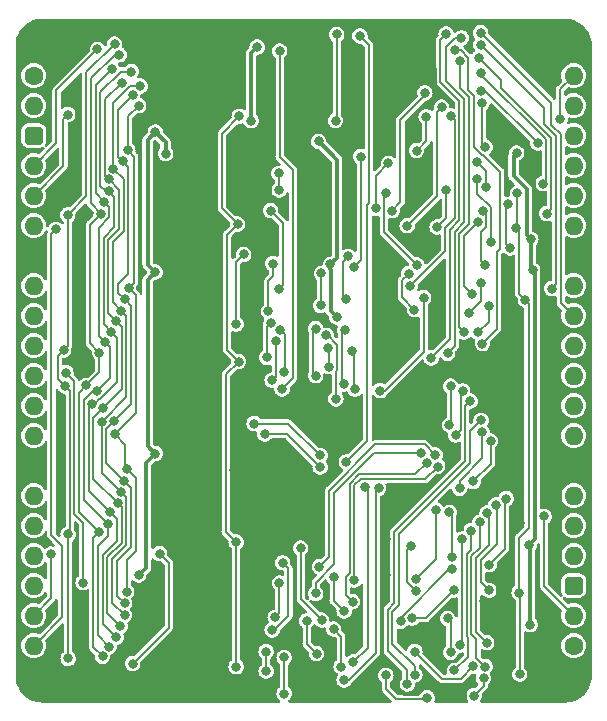
<source format=gbl>
%TF.GenerationSoftware,KiCad,Pcbnew,7.0.5*%
%TF.CreationDate,2024-02-09T10:12:16+02:00*%
%TF.ProjectId,GPIO 16bit,4750494f-2031-4366-9269-742e6b696361,V0*%
%TF.SameCoordinates,Original*%
%TF.FileFunction,Copper,L2,Bot*%
%TF.FilePolarity,Positive*%
%FSLAX46Y46*%
G04 Gerber Fmt 4.6, Leading zero omitted, Abs format (unit mm)*
G04 Created by KiCad (PCBNEW 7.0.5) date 2024-02-09 10:12:16*
%MOMM*%
%LPD*%
G01*
G04 APERTURE LIST*
G04 Aperture macros list*
%AMRoundRect*
0 Rectangle with rounded corners*
0 $1 Rounding radius*
0 $2 $3 $4 $5 $6 $7 $8 $9 X,Y pos of 4 corners*
0 Add a 4 corners polygon primitive as box body*
4,1,4,$2,$3,$4,$5,$6,$7,$8,$9,$2,$3,0*
0 Add four circle primitives for the rounded corners*
1,1,$1+$1,$2,$3*
1,1,$1+$1,$4,$5*
1,1,$1+$1,$6,$7*
1,1,$1+$1,$8,$9*
0 Add four rect primitives between the rounded corners*
20,1,$1+$1,$2,$3,$4,$5,0*
20,1,$1+$1,$4,$5,$6,$7,0*
20,1,$1+$1,$6,$7,$8,$9,0*
20,1,$1+$1,$8,$9,$2,$3,0*%
G04 Aperture macros list end*
%TA.AperFunction,ComponentPad*%
%ADD10C,1.600000*%
%TD*%
%TA.AperFunction,ComponentPad*%
%ADD11O,1.600000X1.600000*%
%TD*%
%TA.AperFunction,ComponentPad*%
%ADD12RoundRect,0.400000X0.400000X0.400000X-0.400000X0.400000X-0.400000X-0.400000X0.400000X-0.400000X0*%
%TD*%
%TA.AperFunction,ComponentPad*%
%ADD13R,1.600000X1.600000*%
%TD*%
%TA.AperFunction,ComponentPad*%
%ADD14RoundRect,0.400000X-0.400000X-0.400000X0.400000X-0.400000X0.400000X0.400000X-0.400000X0.400000X0*%
%TD*%
%TA.AperFunction,ViaPad*%
%ADD15C,0.800000*%
%TD*%
%TA.AperFunction,Conductor*%
%ADD16C,0.380000*%
%TD*%
%TA.AperFunction,Conductor*%
%ADD17C,0.200000*%
%TD*%
G04 APERTURE END LIST*
D10*
%TO.P,J2,1,Pin_1*%
%TO.N,/Read GD _{0..7}*%
X114300000Y-53340000D03*
D11*
%TO.P,J2,2,Pin_2*%
%TO.N,/Read GD _{8..15}*%
X114300000Y-55880000D03*
D12*
%TO.P,J2,3,Pin_3*%
%TO.N,/5V*%
X114300000Y-58420000D03*
D11*
%TO.P,J2,4,Pin_4*%
%TO.N,/Read*%
X114300000Y-60960000D03*
%TO.P,J2,5,Pin_5*%
%TO.N,/Write*%
X114300000Y-63500000D03*
%TO.P,J2,6,Pin_6*%
%TO.N,/Enable*%
X114300000Y-66040000D03*
D13*
%TO.P,J2,7,Pin_7*%
%TO.N,/GND*%
X114300000Y-68580000D03*
D11*
%TO.P,J2,8,Pin_8*%
%TO.N,/D7*%
X114300000Y-71120000D03*
%TO.P,J2,9,Pin_9*%
%TO.N,/D6*%
X114300000Y-73660000D03*
%TO.P,J2,10,Pin_10*%
%TO.N,/D5*%
X114300000Y-76200000D03*
%TO.P,J2,11,Pin_11*%
%TO.N,/D4*%
X114300000Y-78740000D03*
%TO.P,J2,12,Pin_12*%
%TO.N,/D3*%
X114300000Y-81280000D03*
%TO.P,J2,13,Pin_13*%
%TO.N,/D2*%
X114300000Y-83820000D03*
D13*
%TO.P,J2,14,Pin_14*%
%TO.N,/GND*%
X114300000Y-86360000D03*
D11*
%TO.P,J2,15,Pin_15*%
%TO.N,/D1*%
X114300000Y-88900000D03*
%TO.P,J2,16,Pin_16*%
%TO.N,/D0*%
X114300000Y-91440000D03*
%TO.P,J2,17,Pin_17*%
%TO.N,/Write GD _{0..7}*%
X114300000Y-93980000D03*
%TO.P,J2,18,Pin_18*%
%TO.N,/Write GD _{8..15}*%
X114300000Y-96520000D03*
%TO.P,J2,19,Pin_19*%
%TO.N,/Write OE _{0..7}*%
X114300000Y-99060000D03*
%TO.P,J2,20,Pin_20*%
%TO.N,/Write OE _{8..15}*%
X114300000Y-101600000D03*
%TD*%
D10*
%TO.P,J1,1,Pin_1*%
%TO.N,unconnected-(J1-Pin_1-Pad1)*%
X160020000Y-101600000D03*
D11*
%TO.P,J1,2,Pin_2*%
%TO.N,/GPIO0*%
X160020000Y-99060000D03*
D14*
%TO.P,J1,3,Pin_3*%
%TO.N,/5V*%
X160020000Y-96520000D03*
D11*
%TO.P,J1,4,Pin_4*%
%TO.N,/GPIO1*%
X160020000Y-93980000D03*
%TO.P,J1,5,Pin_5*%
%TO.N,/GPIO2*%
X160020000Y-91440000D03*
%TO.P,J1,6,Pin_6*%
%TO.N,/GPIO3*%
X160020000Y-88900000D03*
D13*
%TO.P,J1,7,Pin_7*%
%TO.N,/GND*%
X160020000Y-86360000D03*
D11*
%TO.P,J1,8,Pin_8*%
%TO.N,/GPIO4*%
X160020000Y-83820000D03*
%TO.P,J1,9,Pin_9*%
%TO.N,/GPIO5*%
X160020000Y-81280000D03*
%TO.P,J1,10,Pin_10*%
%TO.N,/GPIO6*%
X160020000Y-78740000D03*
%TO.P,J1,11,Pin_11*%
%TO.N,/GPIO7*%
X160020000Y-76200000D03*
%TO.P,J1,12,Pin_12*%
%TO.N,/GPIO8*%
X160020000Y-73660000D03*
%TO.P,J1,13,Pin_13*%
%TO.N,/GPIO9*%
X160020000Y-71120000D03*
D13*
%TO.P,J1,14,Pin_14*%
%TO.N,/GND*%
X160020000Y-68580000D03*
D11*
%TO.P,J1,15,Pin_15*%
%TO.N,/GPIO10*%
X160020000Y-66040000D03*
%TO.P,J1,16,Pin_16*%
%TO.N,/GPIO11*%
X160020000Y-63500000D03*
%TO.P,J1,17,Pin_17*%
%TO.N,/GPIO12*%
X160020000Y-60960000D03*
%TO.P,J1,18,Pin_18*%
%TO.N,/GPIO13*%
X160020000Y-58420000D03*
%TO.P,J1,19,Pin_19*%
%TO.N,/GPIO14*%
X160020000Y-55880000D03*
%TO.P,J1,20,Pin_20*%
%TO.N,/GPIO15*%
X160020000Y-53340000D03*
%TD*%
D15*
%TO.N,/GND*%
X157734004Y-74929996D03*
X158369000Y-94742006D03*
X154051000Y-82423000D03*
X157607000Y-86994996D03*
%TO.N,/GPIO4*%
X150621997Y-80028996D03*
X150015860Y-83781182D03*
%TO.N,/GND*%
X152756649Y-79399337D03*
%TO.N,/GPIO5*%
X149499099Y-82925050D03*
X149606000Y-79629000D03*
%TO.N,/GND*%
X160655000Y-54610000D03*
X156337000Y-49784000D03*
%TO.N,/GPIO13*%
X152527014Y-59374000D03*
%TO.N,/5V*%
X156337000Y-99822000D03*
X139429307Y-69326799D03*
X124595440Y-58110601D03*
X132715000Y-57150000D03*
X123190000Y-95631000D03*
X156563000Y-69821294D03*
X155194007Y-59882000D03*
X125476000Y-59944000D03*
X138418635Y-58906135D03*
X124587000Y-85344000D03*
X139954000Y-73787000D03*
X133223000Y-50927000D03*
X124587000Y-69977000D03*
X156235073Y-93065927D03*
X156392522Y-67212751D03*
%TO.N,/GND*%
X127635000Y-94742000D03*
X131191000Y-61086990D03*
X129159000Y-96139000D03*
X138430000Y-105029000D03*
X153363386Y-98984391D03*
X152459998Y-97844002D03*
X134111999Y-57022999D03*
X131256000Y-86741000D03*
X143453001Y-50742999D03*
X144272000Y-71475986D03*
X126238000Y-68961000D03*
X135000998Y-85852000D03*
X117368930Y-77544468D03*
X129209470Y-50977480D03*
X151257000Y-76848999D03*
X128524000Y-69976998D03*
X144123000Y-92583000D03*
X125603000Y-84455000D03*
X155502006Y-91255610D03*
X127889000Y-85725000D03*
X136525000Y-59817000D03*
X157353000Y-67564000D03*
X138430000Y-64262000D03*
X128143002Y-56097000D03*
X128143000Y-58406250D03*
X144123675Y-102949846D03*
X133662135Y-70045863D03*
X118237000Y-70485000D03*
X134112000Y-59944000D03*
X154432000Y-74041000D03*
X137032990Y-87884000D03*
X133477000Y-78336432D03*
X146198923Y-74790577D03*
X144179373Y-68398988D03*
X126707500Y-49911000D03*
X135001000Y-93091000D03*
X146685000Y-63119000D03*
X133604000Y-67564000D03*
X144123000Y-95631000D03*
X155956000Y-61252500D03*
X116647996Y-86995000D03*
X148208997Y-105155997D03*
X144496838Y-77821838D03*
%TO.N,/Write*%
X131445000Y-103378000D03*
X131699000Y-56796996D03*
X131444996Y-92836996D03*
X131572000Y-65913000D03*
X117183729Y-56641995D03*
X131648915Y-77546432D03*
%TO.N,/OE3*%
X152654000Y-101347986D03*
X152698405Y-90382390D03*
%TO.N,/OE2*%
X152527000Y-103378000D03*
X152065527Y-91156645D03*
%TO.N,/Enable*%
X155158758Y-66284528D03*
X155257493Y-63283723D03*
X155448000Y-104013000D03*
X155928000Y-72331193D03*
X155397374Y-97104396D03*
%TO.N,/OE1*%
X151341559Y-91856645D03*
X149923500Y-103697000D03*
%TO.N,/D0*%
X116967000Y-79629000D03*
X117184523Y-65125912D03*
X116840000Y-76581000D03*
X121147400Y-50657550D03*
X117221000Y-102681000D03*
X117220994Y-92174000D03*
%TO.N,/D1*%
X121544727Y-51575230D03*
X118757081Y-79567000D03*
X120015000Y-65024000D03*
X120128188Y-102509795D03*
X119865758Y-76794082D03*
X119855731Y-91978014D03*
%TO.N,/D2*%
X119638583Y-80039185D03*
X120593896Y-91303390D03*
X120681450Y-101676785D03*
X120916852Y-52796348D03*
X120330820Y-75884978D03*
X120292949Y-64063401D03*
%TO.N,/D3*%
X120777376Y-90320364D03*
X121290966Y-100884008D03*
X122570774Y-52998139D03*
X120880572Y-75049647D03*
X120666072Y-63135617D03*
X119248000Y-81134715D03*
%TO.N,/D4*%
X121305958Y-74144632D03*
X120647373Y-62135790D03*
X121755552Y-53937552D03*
X121432981Y-89565256D03*
X120198993Y-81443938D03*
X121628882Y-99942829D03*
%TO.N,/D5*%
X121997278Y-99013158D03*
X121680178Y-88596288D03*
X121706419Y-73228316D03*
X123317000Y-54229000D03*
X121045000Y-61213112D03*
X120048000Y-82677000D03*
%TO.N,/D6*%
X121941549Y-87631048D03*
X121097975Y-82616975D03*
X121824491Y-60586695D03*
X122002392Y-98013168D03*
X122679271Y-54999264D03*
X121995760Y-72271087D03*
X132969000Y-82804000D03*
X138542037Y-85482086D03*
%TO.N,/D7*%
X122273000Y-59670448D03*
X133871019Y-83679981D03*
X138557000Y-86487000D03*
X122174000Y-97028000D03*
X122179801Y-86659842D03*
X121158000Y-83693000D03*
X122336659Y-71330985D03*
X123190000Y-55880000D03*
%TO.N,/OE0*%
X150601556Y-92556645D03*
X150382845Y-101538000D03*
%TO.N,/GD3*%
X137420301Y-99503000D03*
X138253941Y-102286701D03*
%TO.N,/GD2*%
X139700000Y-100203000D03*
X140335000Y-103378000D03*
%TO.N,/GD1*%
X133970838Y-102108484D03*
X133985000Y-103759000D03*
%TO.N,/GPIO0*%
X157508000Y-90664975D03*
%TO.N,/Read*%
X119697500Y-51117500D03*
X135128000Y-51253992D03*
X135324604Y-79866644D03*
%TO.N,/Write GD _{0..7}*%
X122682000Y-103124000D03*
X124968000Y-93804000D03*
%TO.N,/Write OE _{0..7}*%
X115759000Y-93853000D03*
%TO.N,/GD4*%
X135382000Y-94585000D03*
X134492386Y-100265000D03*
%TO.N,/GD5*%
X134750711Y-99209338D03*
X135110518Y-96299000D03*
%TO.N,/OE4*%
X149497839Y-90315839D03*
X149707242Y-94138283D03*
%TO.N,/OE5*%
X146627798Y-95953768D03*
X148336000Y-90086000D03*
%TO.N,/OE6*%
X152828096Y-96914212D03*
X153416073Y-89686000D03*
%TO.N,/OE7*%
X152859998Y-94749728D03*
X154305000Y-89154000D03*
%TO.N,Net-(IC3-1Y)*%
X145372000Y-99547148D03*
X136906000Y-93345000D03*
X138684000Y-99441000D03*
X149719008Y-95140000D03*
%TO.N,Net-(IC3-2Y)*%
X146647079Y-96963000D03*
X146261000Y-93145659D03*
%TO.N,Net-(IC3-4Y)*%
X149860000Y-96901000D03*
X146344004Y-99284006D03*
X140589000Y-98679000D03*
X139700000Y-95758000D03*
%TO.N,/GD8*%
X134395742Y-74260620D03*
X134053960Y-77188000D03*
%TO.N,/GD10*%
X134790000Y-75819870D03*
X141481149Y-79894698D03*
X134487427Y-79126432D03*
X141272385Y-76685837D03*
%TO.N,/GD11*%
X140652500Y-74866500D03*
X135190000Y-74868205D03*
X140590500Y-79440000D03*
X135502585Y-78466644D03*
%TO.N,/GD12*%
X132080000Y-68481001D03*
X131452194Y-74356114D03*
%TO.N,/GD13*%
X134165567Y-73287468D03*
X134562253Y-69255863D03*
%TO.N,/GD14*%
X138663711Y-70088445D03*
X138604766Y-72803000D03*
%TO.N,/GD15*%
X140761832Y-72238251D03*
X140917700Y-68654699D03*
%TO.N,/OE8*%
X144145000Y-63280810D03*
X146746350Y-69381520D03*
%TO.N,Net-(IC12-1Y)*%
X144335500Y-60769500D03*
X143253000Y-64581000D03*
%TO.N,/OE9*%
X135048860Y-71393605D03*
X134366000Y-64770000D03*
%TO.N,Net-(IC12-2Y)*%
X149240424Y-63006420D03*
X148452038Y-66167109D03*
%TO.N,Net-(IC12-3Y)*%
X154656322Y-67937916D03*
X154497000Y-64234000D03*
%TO.N,/OE10*%
X151446000Y-71843908D03*
X151935000Y-65709000D03*
%TO.N,Net-(IC12-4Y)*%
X151875374Y-62059162D03*
X153035000Y-67437000D03*
%TO.N,/OE11*%
X152527000Y-69342000D03*
X152327520Y-64777551D03*
%TO.N,/GPIO15*%
X158882273Y-57023000D03*
%TO.N,/GPIO13*%
X152287005Y-55626000D03*
%TO.N,/GPIO12*%
X156972000Y-59038409D03*
X152146000Y-54610000D03*
%TO.N,/GPIO11*%
X152177751Y-53086000D03*
X157420000Y-62484000D03*
%TO.N,/GPIO10*%
X157734004Y-65024000D03*
X152019000Y-51816000D03*
%TO.N,/GPIO9*%
X158169994Y-71374000D03*
X152135520Y-50734329D03*
%TO.N,/GPIO8*%
X152146000Y-49706062D03*
%TO.N,/OE12*%
X135091969Y-63017000D03*
X135067665Y-61617000D03*
%TO.N,/OE14*%
X151850647Y-60659162D03*
X152598958Y-62749402D03*
%TO.N,/Write GD _{8..15}*%
X118491000Y-96266000D03*
X117032000Y-78486000D03*
%TO.N,/Write OE _{8..15}*%
X116180152Y-66356000D03*
%TO.N,Net-(IC21-1Y)*%
X149600610Y-102167774D03*
X149338248Y-99287177D03*
%TO.N,Net-(IC21-3Y)*%
X144117000Y-104121681D03*
X152385578Y-104367952D03*
X147612052Y-106009500D03*
X151600271Y-105828729D03*
%TO.N,Net-(IC21-4Y)*%
X146564490Y-102108000D03*
X151509755Y-103353195D03*
%TO.N,Net-(IC14-1~{OE})*%
X146537160Y-73144904D03*
X146051016Y-70100210D03*
%TO.N,Net-(IC14-2~{OE})*%
X147320000Y-72136000D03*
X139089347Y-75327294D03*
X139890500Y-80708500D03*
X143637000Y-80010000D03*
%TO.N,Net-(IC14-3~{OE})*%
X152839446Y-72866573D03*
X151955778Y-75080141D03*
%TO.N,Net-(IC14-4~{OE})*%
X151136878Y-73460491D03*
X152146000Y-70866000D03*
%TO.N,Net-(IC4-1Y)*%
X151257000Y-80899000D03*
X145940475Y-104854013D03*
X135495981Y-102602981D03*
X135509000Y-105664000D03*
%TO.N,Net-(IC4-2Y)*%
X152179151Y-82516849D03*
X146571197Y-104078000D03*
%TO.N,Net-(IC4-3Y)*%
X152297270Y-83551106D03*
X140589000Y-104521000D03*
X150368000Y-88286000D03*
X143494786Y-88289000D03*
%TO.N,Net-(IC4-4Y)*%
X142353976Y-88203000D03*
X152984525Y-84277525D03*
X151511000Y-87695000D03*
X141351000Y-102997000D03*
%TO.N,Net-(IC9-1Y)*%
X148306075Y-85469367D03*
X138492000Y-94902320D03*
%TO.N,Net-(IC9-2Y)*%
X147088933Y-85267534D03*
X138176000Y-97185000D03*
%TO.N,Net-(IC9-3Y)*%
X141302584Y-97885000D03*
X147567230Y-86151797D03*
%TO.N,Net-(IC9-4Y)*%
X148523119Y-86445532D03*
X141446220Y-96042220D03*
%TO.N,Net-(IC14-1Y)*%
X138176000Y-78740000D03*
X147954994Y-77248999D03*
X149228106Y-49827000D03*
X138176000Y-74752988D03*
%TO.N,Net-(IC14-2Y)*%
X149352000Y-76849001D03*
X139201513Y-76389515D03*
X150515447Y-50138115D03*
X139305531Y-77969515D03*
%TO.N,Net-(IC14-3Y)*%
X149967626Y-51207942D03*
X152292682Y-76021682D03*
%TO.N,Net-(IC14-4Y)*%
X150741600Y-75037555D03*
X150392921Y-52113000D03*
%TO.N,Net-(IC18-1Y)*%
X147412608Y-54797163D03*
X144653000Y-64770000D03*
%TO.N,Net-(IC18-2Y)*%
X145912997Y-66050003D03*
X148844000Y-56007000D03*
%TO.N,Net-(IC18-3Y)*%
X146198205Y-71150895D03*
X149606000Y-56769000D03*
%TO.N,Net-(IC18-4Y)*%
X146713000Y-59690000D03*
X147533907Y-56831000D03*
X141387450Y-69537501D03*
X141985990Y-60198000D03*
%TO.N,Net-(IC17A-1Y)*%
X141922500Y-49974500D03*
X140769495Y-86032495D03*
%TO.N,Net-(IC13-~{OE})*%
X139855000Y-57152875D03*
X139954000Y-49849000D03*
%TD*%
D16*
%TO.N,/GND*%
X158830000Y-88217996D02*
X158830000Y-94281006D01*
X157607000Y-86994996D02*
X158830000Y-88217996D01*
X158830000Y-94281006D02*
X158369000Y-94742006D01*
X157353000Y-74548992D02*
X157734004Y-74929996D01*
X157353000Y-85471004D02*
X157353000Y-75311000D01*
X157353000Y-75311000D02*
X157734004Y-74929996D01*
X157353000Y-67564000D02*
X157353000Y-74548992D01*
X158241996Y-86360000D02*
X157353000Y-85471004D01*
D17*
%TO.N,Net-(IC4-1Y)*%
X150838000Y-81318000D02*
X151257000Y-80899000D01*
X150838000Y-85947965D02*
X150838000Y-81318000D01*
X144823000Y-91962964D02*
X150838000Y-85947965D01*
X144823000Y-98010973D02*
X144823000Y-91962964D01*
X144272001Y-98561972D02*
X144823000Y-98010973D01*
X144272000Y-102080453D02*
X144272001Y-98561972D01*
X145871197Y-103679650D02*
X144272000Y-102080453D01*
X145940475Y-104854013D02*
X145871197Y-104784735D01*
X145871197Y-104784735D02*
X145871197Y-103679650D01*
%TO.N,/GPIO4*%
X150438000Y-83359042D02*
X150015860Y-83781182D01*
X150621997Y-80028996D02*
X150438000Y-80212993D01*
X150438000Y-80212993D02*
X150438000Y-83359042D01*
%TO.N,/GPIO5*%
X149606000Y-79629000D02*
X149606000Y-82818149D01*
X149606000Y-82818149D02*
X149499099Y-82925050D01*
D16*
%TO.N,/GND*%
X148556375Y-83506604D02*
X148556375Y-79549624D01*
X149323999Y-86769001D02*
X149323999Y-84274228D01*
X149323999Y-84274228D02*
X148556375Y-83506604D01*
X144123000Y-91970000D02*
X149323999Y-86769001D01*
X144123000Y-92583000D02*
X144123000Y-91970000D01*
X148556375Y-79549624D02*
X151257000Y-76848999D01*
D17*
%TO.N,Net-(IC4-4Y)*%
X152984525Y-84277525D02*
X152984525Y-86221475D01*
X152984525Y-86221475D02*
X151511000Y-87695000D01*
D16*
%TO.N,/5V*%
X156718000Y-69976294D02*
X156718000Y-92583000D01*
X156563000Y-69821294D02*
X156718000Y-69976294D01*
X156718000Y-92583000D02*
X156235073Y-93065927D01*
D17*
%TO.N,/GPIO0*%
X160020000Y-99060000D02*
X157508000Y-96548000D01*
X157508000Y-96548000D02*
X157508000Y-90664975D01*
%TO.N,Net-(IC4-3Y)*%
X152284525Y-83563851D02*
X152297270Y-83551106D01*
X152284525Y-85739525D02*
X152284525Y-83563851D01*
X150368000Y-87656050D02*
X152284525Y-85739525D01*
X150368000Y-88286000D02*
X150368000Y-87656050D01*
%TO.N,Net-(IC4-2Y)*%
X145223000Y-92128650D02*
X151238000Y-86113650D01*
X145223000Y-98176659D02*
X145223000Y-92128650D01*
X144672000Y-98727658D02*
X145223000Y-98176659D01*
X146571197Y-103333511D02*
X144672000Y-101434314D01*
X151238000Y-86113650D02*
X151238000Y-83458000D01*
X151238000Y-83458000D02*
X152179151Y-82516849D01*
X146571197Y-104078000D02*
X146571197Y-103333511D01*
X144672000Y-101434314D02*
X144672000Y-98727658D01*
D16*
%TO.N,/GND*%
X151257000Y-77899688D02*
X152756649Y-79399337D01*
X151257000Y-76848999D02*
X151257000Y-77899688D01*
X154051000Y-80693688D02*
X152756649Y-79399337D01*
X154051000Y-82423000D02*
X154051000Y-80693688D01*
D17*
%TO.N,Net-(IC14-3~{OE})*%
X152839446Y-74196473D02*
X151955778Y-75080141D01*
X152839446Y-72866573D02*
X152839446Y-74196473D01*
%TO.N,Net-(IC14-3Y)*%
X153555106Y-74759258D02*
X152292682Y-76021682D01*
X153797000Y-68037574D02*
X153555106Y-68279468D01*
X153797000Y-61501350D02*
X153797000Y-68037574D01*
X152369650Y-60074000D02*
X153797000Y-61501350D01*
X151586999Y-55040950D02*
X151586999Y-59423935D01*
X151092921Y-54546872D02*
X151586999Y-55040950D01*
X151092921Y-51823050D02*
X151092921Y-54546872D01*
X150477813Y-51207942D02*
X151092921Y-51823050D01*
X153555106Y-68279468D02*
X153555106Y-74759258D01*
X151586999Y-59423935D02*
X152237064Y-60074000D01*
X152237064Y-60074000D02*
X152369650Y-60074000D01*
X149967626Y-51207942D02*
X150477813Y-51207942D01*
D16*
%TO.N,/GND*%
X153021005Y-76848999D02*
X151257000Y-76848999D01*
X154432000Y-75438004D02*
X153021005Y-76848999D01*
X154432000Y-74041000D02*
X154432000Y-75438004D01*
D17*
%TO.N,Net-(IC14-4~{OE})*%
X152146000Y-72451369D02*
X151136878Y-73460491D01*
X152146000Y-70866000D02*
X152146000Y-72451369D01*
%TO.N,Net-(IC14-4Y)*%
X150349000Y-74644955D02*
X150741600Y-75037555D01*
X150349000Y-66729315D02*
X150349000Y-74644955D01*
X151150647Y-65927668D02*
X150349000Y-66729315D01*
X151150647Y-55170283D02*
X151150647Y-65927668D01*
X150392921Y-54412556D02*
X151150647Y-55170283D01*
X150392921Y-52113000D02*
X150392921Y-54412556D01*
%TO.N,Net-(IC14-2Y)*%
X149949000Y-66563630D02*
X149949000Y-76252001D01*
X150750647Y-65761982D02*
X149949000Y-66563630D01*
X149177165Y-50902920D02*
X149177165Y-53762486D01*
X150515447Y-50138115D02*
X149941970Y-50138115D01*
%TO.N,Net-(IC14-1Y)*%
X149549000Y-75654993D02*
X147954994Y-77248999D01*
%TO.N,Net-(IC14-2Y)*%
X149941970Y-50138115D02*
X149177165Y-50902920D01*
%TO.N,Net-(IC14-1Y)*%
X149549000Y-66397943D02*
X149549000Y-75654993D01*
%TO.N,Net-(IC14-2Y)*%
X150750647Y-55335968D02*
X150750647Y-65761982D01*
%TO.N,Net-(IC14-1Y)*%
X150350647Y-65596296D02*
X149549000Y-66397943D01*
X150350647Y-55501654D02*
X150350647Y-65596296D01*
X148736000Y-51719943D02*
X148736000Y-53887006D01*
X148720864Y-51704806D02*
X148736000Y-51719943D01*
X149228106Y-49827000D02*
X148720864Y-50334242D01*
X148720864Y-50334242D02*
X148720864Y-51704806D01*
X148736000Y-53887006D02*
X150350647Y-55501654D01*
%TO.N,Net-(IC14-2Y)*%
X149177165Y-53762486D02*
X150750647Y-55335968D01*
X149949000Y-76252001D02*
X149352000Y-76849001D01*
D16*
%TO.N,/GND*%
X144496838Y-76492662D02*
X146198923Y-74790577D01*
X144496838Y-77821838D02*
X144496838Y-76492662D01*
X155502006Y-91255610D02*
X155502006Y-83874006D01*
X155502006Y-83874006D02*
X154051000Y-82423000D01*
X158241996Y-86360000D02*
X157607000Y-86994996D01*
X160020000Y-86360000D02*
X158241996Y-86360000D01*
%TO.N,/5V*%
X156337000Y-93167854D02*
X156235073Y-93065927D01*
X156337000Y-99822000D02*
X156337000Y-93167854D01*
D17*
%TO.N,/Enable*%
X155397374Y-97104396D02*
X155397374Y-92451735D01*
X156202001Y-91647108D02*
X156202001Y-72605194D01*
X156202001Y-72605194D02*
X155928000Y-72331193D01*
X155397374Y-92451735D02*
X156202001Y-91647108D01*
%TO.N,Net-(IC9-2Y)*%
X139719000Y-88638630D02*
X143090096Y-85267534D01*
X138176000Y-96266000D02*
X139719000Y-94723000D01*
X138176000Y-97185000D02*
X138176000Y-96266000D01*
X139719000Y-94723000D02*
X139719000Y-88638630D01*
X143090096Y-85267534D02*
X147088933Y-85267534D01*
%TO.N,Net-(IC14-2~{OE})*%
X144018000Y-80010000D02*
X143637000Y-80010000D01*
X147320000Y-76708000D02*
X144018000Y-80010000D01*
X147320000Y-72136000D02*
X147320000Y-76708000D01*
%TO.N,/GPIO15*%
X158882273Y-54477727D02*
X158882273Y-57023000D01*
X160020000Y-53340000D02*
X158882273Y-54477727D01*
%TO.N,/GPIO8*%
X158115000Y-55626000D02*
X152195062Y-49706062D01*
X158115000Y-57494403D02*
X158115000Y-55626000D01*
X158920000Y-72560000D02*
X158920000Y-58299403D01*
X160020000Y-73660000D02*
X158920000Y-72560000D01*
X158920000Y-58299403D02*
X158115000Y-57494403D01*
X152195062Y-49706062D02*
X152146000Y-49706062D01*
%TO.N,/GPIO9*%
X157527541Y-56054541D02*
X152207329Y-50734329D01*
X158520000Y-58465089D02*
X157527541Y-57472630D01*
X158520000Y-71023994D02*
X158520000Y-58465089D01*
X157527541Y-57472630D02*
X157527541Y-56054541D01*
X152207329Y-50734329D02*
X152135520Y-50734329D01*
X158169994Y-71374000D02*
X158520000Y-71023994D01*
D16*
%TO.N,/GND*%
X160702000Y-54610000D02*
X161210000Y-54102000D01*
X160655000Y-54610000D02*
X160702000Y-54610000D01*
X161210000Y-54102000D02*
X161210000Y-52847085D01*
X160655000Y-54610000D02*
X161210000Y-55165000D01*
X161210000Y-55165000D02*
X161210000Y-55499000D01*
X161210000Y-67390000D02*
X161210000Y-55499000D01*
X158146915Y-49784000D02*
X156337000Y-49784000D01*
X160020000Y-68580000D02*
X161210000Y-67390000D01*
X161210000Y-52847085D02*
X158146915Y-49784000D01*
X148221998Y-48768000D02*
X146246999Y-50742999D01*
X153670000Y-48768000D02*
X148221998Y-48768000D01*
X154686000Y-49784000D02*
X153670000Y-48768000D01*
X156337000Y-49784000D02*
X154686000Y-49784000D01*
D17*
%TO.N,/GPIO11*%
X157672000Y-62232000D02*
X157672000Y-58748459D01*
X152177751Y-53254210D02*
X152177751Y-53086000D01*
X157420000Y-62484000D02*
X157672000Y-62232000D01*
X157672000Y-58748459D02*
X152177751Y-53254210D01*
%TO.N,/GPIO10*%
X153874921Y-53671921D02*
X152019000Y-51816000D01*
X153874921Y-54385694D02*
X153874921Y-53671921D01*
X158120000Y-64638004D02*
X158120000Y-58630773D01*
X157734004Y-65024000D02*
X158120000Y-64638004D01*
X158120000Y-58630773D02*
X153874921Y-54385694D01*
D16*
%TO.N,/GND*%
X148246000Y-52742000D02*
X146246999Y-50742999D01*
X148246000Y-55081000D02*
X148246000Y-52742000D01*
X147286000Y-56041000D02*
X148246000Y-55081000D01*
X147206678Y-56041000D02*
X147286000Y-56041000D01*
X145923000Y-57324678D02*
X147206678Y-56041000D01*
X145923000Y-62357000D02*
X145923000Y-57324678D01*
X146685000Y-63119000D02*
X145923000Y-62357000D01*
D17*
%TO.N,Net-(IC18-4Y)*%
X147533907Y-58869093D02*
X147533907Y-56831000D01*
X146713000Y-59690000D02*
X147533907Y-58869093D01*
D16*
%TO.N,/GND*%
X146246999Y-50742999D02*
X143453001Y-50742999D01*
D17*
%TO.N,/GPIO12*%
X152146000Y-54610000D02*
X152543591Y-54610000D01*
X152543591Y-54610000D02*
X156972000Y-59038409D01*
D16*
%TO.N,/5V*%
X156050000Y-62959000D02*
X154940000Y-61849000D01*
X156050000Y-66870229D02*
X156050000Y-62959000D01*
X156392522Y-67212751D02*
X156050000Y-66870229D01*
%TO.N,/GND*%
X157353000Y-66167000D02*
X157353000Y-67564000D01*
X156690000Y-62871229D02*
X156690000Y-65504000D01*
X156630000Y-62811229D02*
X156690000Y-62871229D01*
X155956000Y-61252500D02*
X156630000Y-61926500D01*
%TO.N,/5V*%
X154940000Y-60136007D02*
X155194007Y-59882000D01*
%TO.N,/GND*%
X156630000Y-61926500D02*
X156630000Y-62811229D01*
%TO.N,/5V*%
X154940000Y-61849000D02*
X154940000Y-60136007D01*
%TO.N,/GND*%
X156690000Y-65504000D02*
X157353000Y-66167000D01*
D17*
%TO.N,/GPIO13*%
X152287005Y-59133991D02*
X152527014Y-59374000D01*
X152287005Y-55626000D02*
X152287005Y-59133991D01*
%TO.N,/OE14*%
X152598958Y-61407473D02*
X152598958Y-62749402D01*
X151850647Y-60659162D02*
X152598958Y-61407473D01*
%TO.N,Net-(IC12-4Y)*%
X151875374Y-63335455D02*
X151875374Y-62059162D01*
X153035000Y-64495081D02*
X151875374Y-63335455D01*
%TO.N,Net-(IC18-3Y)*%
X149149000Y-66232257D02*
X149950640Y-65430617D01*
X146198205Y-71150895D02*
X149149000Y-68200100D01*
X149950640Y-65430617D02*
X149950640Y-57113640D01*
X149149000Y-68200100D02*
X149149000Y-66232257D01*
%TO.N,Net-(IC12-4Y)*%
X153035000Y-67437000D02*
X153035000Y-64495081D01*
%TO.N,Net-(IC18-3Y)*%
X149950640Y-57113640D02*
X149606000Y-56769000D01*
D16*
%TO.N,/5V*%
X156392522Y-69650816D02*
X156563000Y-69821294D01*
X123825000Y-86106000D02*
X124587000Y-85344000D01*
X124595440Y-58110601D02*
X125476000Y-58991161D01*
X124587000Y-69977000D02*
X123952000Y-69342000D01*
X139972000Y-68784106D02*
X139972000Y-60459500D01*
X139453711Y-69761216D02*
X139429307Y-69736812D01*
X123952000Y-70612000D02*
X124587000Y-69977000D01*
X132715000Y-57150000D02*
X132715000Y-51435000D01*
X139429307Y-69736812D02*
X139429307Y-69326799D01*
X123190000Y-95631000D02*
X123825000Y-94996000D01*
X124587000Y-85344000D02*
X123952000Y-84709000D01*
X125476000Y-58991161D02*
X125476000Y-59944000D01*
X132715000Y-51435000D02*
X133223000Y-50927000D01*
X156392522Y-67212751D02*
X156392522Y-69650816D01*
X123952000Y-58754041D02*
X124595440Y-58110601D01*
X123952000Y-84709000D02*
X123952000Y-70612000D01*
X139429307Y-69326799D02*
X139972000Y-68784106D01*
X139453711Y-73286711D02*
X139453711Y-69761216D01*
X123952000Y-69342000D02*
X123952000Y-58754041D01*
X139954000Y-73787000D02*
X139453711Y-73286711D01*
X123825000Y-94996000D02*
X123825000Y-86106000D01*
X139972000Y-60459500D02*
X138418635Y-58906135D01*
%TO.N,/GND*%
X132969000Y-61087000D02*
X134112000Y-59944000D01*
X134112000Y-59944000D02*
X134112000Y-57023000D01*
X147320003Y-105155997D02*
X148208997Y-105155997D01*
X145633233Y-105664000D02*
X146812000Y-105664000D01*
X144123000Y-92583000D02*
X144123000Y-95631000D01*
X134111998Y-86741000D02*
X131256000Y-86741000D01*
X137032990Y-87883992D02*
X137032990Y-87884000D01*
X128143002Y-52043948D02*
X129209470Y-50977480D01*
X118237000Y-76676398D02*
X117368930Y-77544468D01*
X141283271Y-105791000D02*
X144123675Y-102950596D01*
X133662135Y-67622135D02*
X133604000Y-67564000D01*
X131256000Y-86741000D02*
X131256000Y-80557432D01*
X127773980Y-50977480D02*
X126707500Y-49911000D01*
X132842000Y-77701432D02*
X132842000Y-70865998D01*
X133604000Y-67564000D02*
X132969000Y-66929000D01*
X131256000Y-80557432D02*
X133477000Y-78336432D01*
X134112000Y-57023000D02*
X134111999Y-57022999D01*
X132842000Y-70865998D02*
X133662135Y-70045863D01*
X126238000Y-68961000D02*
X127508002Y-68961000D01*
X146812000Y-105664000D02*
X147320003Y-105155997D01*
X128143002Y-56097000D02*
X128143002Y-52043948D01*
X144272000Y-68491615D02*
X144179373Y-68398988D01*
X145150475Y-103976646D02*
X145150475Y-105181242D01*
X131191010Y-61087000D02*
X131191000Y-61086990D01*
X129209470Y-50977480D02*
X127773980Y-50977480D01*
X135000998Y-85852000D02*
X134111998Y-86741000D01*
X139192000Y-105791000D02*
X141283271Y-105791000D01*
X133477000Y-78336432D02*
X132842000Y-77701432D01*
X137032990Y-87884000D02*
X137032990Y-89535010D01*
X138430000Y-105029000D02*
X139192000Y-105791000D01*
X127889000Y-85725000D02*
X126873000Y-85725000D01*
X129032000Y-96139000D02*
X127635000Y-94742000D01*
X127889000Y-85725000D02*
X127635000Y-85979000D01*
X144123675Y-102950596D02*
X144123675Y-102949846D01*
X129159000Y-96139000D02*
X129032000Y-96139000D01*
X127635000Y-85979000D02*
X127635000Y-94742000D01*
X127508002Y-68961000D02*
X128524000Y-69976998D01*
X144272000Y-71475986D02*
X144272000Y-68491615D01*
X132969000Y-66929000D02*
X132969000Y-61087000D01*
X137032990Y-89535010D02*
X135001000Y-91567000D01*
X135000998Y-85852000D02*
X137032990Y-87883992D01*
X133662135Y-70045863D02*
X133662135Y-67622135D01*
X135001000Y-91567000D02*
X135001000Y-93091000D01*
X144123675Y-102949846D02*
X145150475Y-103976646D01*
X126873000Y-85725000D02*
X125603000Y-84455000D01*
X136525000Y-59817000D02*
X138430000Y-61722000D01*
X118237000Y-70485000D02*
X118237000Y-76676398D01*
X132969000Y-61087000D02*
X131191010Y-61087000D01*
X152459998Y-98081003D02*
X152459998Y-97844002D01*
X138430000Y-61722000D02*
X138430000Y-64262000D01*
X128143000Y-56097002D02*
X128143002Y-56097000D01*
X145150475Y-105181242D02*
X145633233Y-105664000D01*
X153363386Y-98984391D02*
X152459998Y-98081003D01*
X128143000Y-58406250D02*
X128143000Y-56097002D01*
D17*
%TO.N,/Write*%
X131572000Y-65913000D02*
X130683000Y-66802000D01*
X130237000Y-58258996D02*
X131699000Y-56796996D01*
X130683000Y-66802000D02*
X130683000Y-76580517D01*
X130683000Y-76580517D02*
X131648915Y-77546432D01*
X116821006Y-57004718D02*
X117183729Y-56641995D01*
X131445000Y-92837000D02*
X131445000Y-103378000D01*
X131648915Y-77546432D02*
X130556000Y-78639347D01*
X131444996Y-92836996D02*
X131445000Y-92837000D01*
X114300000Y-63500000D02*
X116821006Y-60978994D01*
X131572000Y-65913000D02*
X130237000Y-64578000D01*
X130237000Y-64578000D02*
X130237000Y-58258996D01*
X116821006Y-60978994D02*
X116821006Y-57004718D01*
X130556000Y-78639347D02*
X130556000Y-91948000D01*
X130556000Y-91948000D02*
X131444996Y-92836996D01*
%TO.N,/OE3*%
X151759998Y-100453984D02*
X151759998Y-94204343D01*
X152840814Y-93123527D02*
X152840814Y-90524799D01*
X152840814Y-90524799D02*
X152698405Y-90382390D01*
X152654000Y-101347986D02*
X151759998Y-100453984D01*
X151759998Y-94204343D02*
X152840814Y-93123527D01*
%TO.N,/OE2*%
X151359999Y-100619671D02*
X151359999Y-94038657D01*
X151359999Y-94038657D02*
X152065527Y-93333129D01*
X151789001Y-101048673D02*
X151359999Y-100619671D01*
X152527000Y-103378000D02*
X151789001Y-102640001D01*
X151789001Y-102640001D02*
X151789001Y-101048673D01*
X152065527Y-93333129D02*
X152065527Y-91156645D01*
%TO.N,/Enable*%
X155257493Y-63283723D02*
X155257493Y-66185793D01*
X155448000Y-97155022D02*
X155397374Y-97104396D01*
X155257493Y-66185793D02*
X155158758Y-66284528D01*
X155420000Y-66545770D02*
X155420000Y-71823193D01*
X155420000Y-71823193D02*
X155928000Y-72331193D01*
X155448000Y-104013000D02*
X155448000Y-97155022D01*
X155158758Y-66284528D02*
X155420000Y-66545770D01*
%TO.N,/OE1*%
X151092000Y-102528500D02*
X151092000Y-100917356D01*
X151341559Y-93491412D02*
X151341559Y-91856645D01*
X150960000Y-93872971D02*
X151341559Y-93491412D01*
X149923500Y-103697000D02*
X151092000Y-102528500D01*
X151092000Y-100917356D02*
X150960000Y-100785356D01*
X150960000Y-100785356D02*
X150960000Y-93872971D01*
%TO.N,/D0*%
X116840000Y-76581000D02*
X116332000Y-77089000D01*
X118745000Y-63565435D02*
X117184523Y-65125912D01*
X117221006Y-76199994D02*
X117221006Y-65162395D01*
X118745000Y-53059951D02*
X118745000Y-63565435D01*
X116332000Y-78994000D02*
X116967000Y-79629000D01*
X117348000Y-80010000D02*
X117348000Y-92046994D01*
X117348000Y-92046994D02*
X117220994Y-92174000D01*
X116967000Y-79629000D02*
X117348000Y-80010000D01*
X117221000Y-102681000D02*
X117221000Y-92174006D01*
X116840000Y-76581000D02*
X117221006Y-76199994D01*
X117221006Y-65162395D02*
X117184523Y-65125912D01*
X117221000Y-92174006D02*
X117220994Y-92174000D01*
X121147400Y-50657550D02*
X118745000Y-53059951D01*
X116332000Y-77089000D02*
X116332000Y-78994000D01*
%TO.N,/D1*%
X119145000Y-53578248D02*
X121148018Y-51575230D01*
X118148000Y-80176081D02*
X118757081Y-79567000D01*
X120015000Y-65024000D02*
X119080942Y-65958058D01*
X119080942Y-76009266D02*
X119865758Y-76794082D01*
X119865758Y-76794082D02*
X119865758Y-78458323D01*
X118148000Y-90270283D02*
X118148000Y-80176081D01*
X120015000Y-65024000D02*
X119145000Y-64154000D01*
X119865758Y-78458323D02*
X118757081Y-79567000D01*
X119855731Y-91978014D02*
X118148000Y-90270283D01*
X120128188Y-102509795D02*
X119346998Y-101728605D01*
X119346998Y-92486747D02*
X119855731Y-91978014D01*
X119145000Y-64154000D02*
X119145000Y-53578248D01*
X119080942Y-65958058D02*
X119080942Y-76009266D01*
X121148018Y-51575230D02*
X121544727Y-51575230D01*
X119346998Y-101728605D02*
X119346998Y-92486747D01*
%TO.N,/D2*%
X119812000Y-66216950D02*
X119812000Y-75366158D01*
X120681450Y-101676785D02*
X119746998Y-100742333D01*
X118548000Y-89257494D02*
X118548000Y-80811153D01*
X120292949Y-64063401D02*
X120715000Y-64485452D01*
X120715000Y-65313950D02*
X119812000Y-66216950D01*
X119319968Y-80039185D02*
X119638583Y-80039185D01*
X120593896Y-91303390D02*
X118548000Y-89257494D01*
X120777000Y-76331158D02*
X120777000Y-78900768D01*
X120777000Y-78900768D02*
X119638583Y-80039185D01*
X119545000Y-63315452D02*
X119545000Y-54168200D01*
X120715000Y-64485452D02*
X120715000Y-65313950D01*
X119746998Y-93205952D02*
X120593896Y-92359054D01*
X119746998Y-100742333D02*
X119746998Y-93205952D01*
X119812000Y-75366158D02*
X120330820Y-75884978D01*
X120593896Y-92359054D02*
X120593896Y-91303390D01*
X120330820Y-75884978D02*
X120777000Y-76331158D01*
X120292949Y-64063401D02*
X119545000Y-63315452D01*
X118548000Y-80811153D02*
X119319968Y-80039185D01*
X119545000Y-54168200D02*
X120916852Y-52796348D01*
%TO.N,/D3*%
X121336000Y-92716686D02*
X121336000Y-90878988D01*
X119945000Y-62668000D02*
X119945000Y-54758149D01*
X119474561Y-81134715D02*
X119248000Y-81134715D01*
X121350000Y-75519075D02*
X121350000Y-79317718D01*
X119870091Y-80739185D02*
X119474561Y-81134715D01*
X120666072Y-63135617D02*
X121115000Y-63584545D01*
X121115000Y-63584545D02*
X121115000Y-66163944D01*
X118948000Y-81434715D02*
X119248000Y-81134715D01*
X119945000Y-54758149D02*
X121705010Y-52998139D01*
X120880572Y-75049647D02*
X121350000Y-75519075D01*
X119928533Y-80739185D02*
X119870091Y-80739185D01*
X121350000Y-79317718D02*
X119928533Y-80739185D01*
X120146998Y-93905688D02*
X121336000Y-92716686D01*
X120412617Y-63135617D02*
X119945000Y-62668000D01*
X120777376Y-90320364D02*
X118948000Y-88490988D01*
X121290966Y-100884008D02*
X120146998Y-99740040D01*
X120212000Y-67066944D02*
X120212000Y-74381075D01*
X121336000Y-90878988D02*
X120777376Y-90320364D01*
X120212000Y-74381075D02*
X120880572Y-75049647D01*
X118948000Y-88490988D02*
X118948000Y-81434715D01*
X121705010Y-52998139D02*
X122570774Y-52998139D01*
X121115000Y-66163944D02*
X120212000Y-67066944D01*
X120666072Y-63135617D02*
X120412617Y-63135617D01*
X120146998Y-99740040D02*
X120146998Y-93905688D01*
%TO.N,/D4*%
X120345000Y-61833417D02*
X120345000Y-55348104D01*
X120547001Y-98860948D02*
X120547000Y-94071370D01*
X120612000Y-67232630D02*
X120612000Y-73450674D01*
X121515000Y-66329630D02*
X120612000Y-67232630D01*
X121736000Y-89868275D02*
X121432981Y-89565256D01*
X121432981Y-89565256D02*
X119348000Y-87480275D01*
X121305958Y-74144632D02*
X121750000Y-74588674D01*
X120547000Y-94071370D02*
X121736000Y-92882371D01*
X119348000Y-87480275D02*
X119348000Y-82294931D01*
X120345000Y-55348104D02*
X121755552Y-53937552D01*
X119348000Y-82294931D02*
X120198993Y-81443938D01*
X120656195Y-62135790D02*
X121515000Y-62994595D01*
X121750000Y-79892931D02*
X120198993Y-81443938D01*
X120647373Y-62135790D02*
X120345000Y-61833417D01*
X121628882Y-99942829D02*
X120547001Y-98860948D01*
X120612000Y-73450674D02*
X121305958Y-74144632D01*
X121515000Y-62994595D02*
X121515000Y-66329630D01*
X121750000Y-74588674D02*
X121750000Y-79892931D01*
X120647373Y-62135790D02*
X120656195Y-62135790D01*
X121736000Y-92882371D02*
X121736000Y-89868275D01*
%TO.N,/D5*%
X122454050Y-54229000D02*
X123317000Y-54229000D01*
X120947000Y-97962880D02*
X120947000Y-94237056D01*
X121032949Y-61201061D02*
X121032949Y-55650101D01*
X120947000Y-94237056D02*
X122136000Y-93048056D01*
X122150001Y-73671898D02*
X122150001Y-80574999D01*
X122136000Y-89052110D02*
X121680178Y-88596288D01*
X121914998Y-62083110D02*
X121914998Y-66495317D01*
X121997278Y-99013158D02*
X120947000Y-97962880D01*
X121012000Y-72533897D02*
X121706419Y-73228316D01*
X121032949Y-55650101D02*
X122454050Y-54229000D01*
X121680178Y-88596288D02*
X120058000Y-86974110D01*
X121045000Y-61213112D02*
X121914998Y-62083110D01*
X121706419Y-73228316D02*
X122150001Y-73671898D01*
X121914998Y-66495317D02*
X121012000Y-67398315D01*
X120058000Y-82687000D02*
X120048000Y-82677000D01*
X121012000Y-67398315D02*
X121012000Y-72533897D01*
X122150001Y-80574999D02*
X120048000Y-82677000D01*
X121045000Y-61213112D02*
X121032949Y-61201061D01*
X122136000Y-93048056D02*
X122136000Y-89052110D01*
X120058000Y-86974110D02*
X120058000Y-82687000D01*
%TO.N,/D6*%
X122550001Y-81164949D02*
X121097975Y-82616975D01*
X121347000Y-94426000D02*
X122536000Y-93237000D01*
X135863951Y-82804000D02*
X132969000Y-82804000D01*
X122550001Y-72825328D02*
X122550001Y-81164949D01*
X122314997Y-61077201D02*
X122314997Y-70165765D01*
X121474000Y-71749327D02*
X121995760Y-72271087D01*
X121824491Y-60586695D02*
X122314997Y-61077201D01*
X122002392Y-98013168D02*
X121347000Y-97357776D01*
X122536000Y-88225499D02*
X121941549Y-87631048D01*
X121824491Y-60586695D02*
X121432949Y-60195153D01*
X121474000Y-71006762D02*
X121474000Y-71749327D01*
X121347000Y-97357776D02*
X121347000Y-94426000D01*
X122536000Y-93237000D02*
X122536000Y-88225499D01*
X120458000Y-83256950D02*
X121097975Y-82616975D01*
X138542037Y-85482086D02*
X135863951Y-82804000D01*
X121941549Y-87631048D02*
X120458000Y-86147499D01*
X121432949Y-56245586D02*
X122679271Y-54999264D01*
X121432949Y-60195153D02*
X121432949Y-56245586D01*
X122314997Y-70165765D02*
X121474000Y-71006762D01*
X121995760Y-72271087D02*
X122550001Y-72825328D01*
X120458000Y-86147499D02*
X120458000Y-83256950D01*
%TO.N,/D7*%
X122179801Y-86659842D02*
X122047000Y-86527041D01*
X121158000Y-83693000D02*
X122950000Y-81901000D01*
X138557000Y-86487000D02*
X135749981Y-83679981D01*
X122809000Y-70858644D02*
X122336659Y-71330985D01*
X122047000Y-84582000D02*
X121158000Y-83693000D01*
X122273000Y-59670448D02*
X122809000Y-60206448D01*
X122936000Y-93599000D02*
X122936000Y-87416041D01*
X122273000Y-59670448D02*
X122273000Y-56797000D01*
X122273000Y-56797000D02*
X123190000Y-55880000D01*
X122936000Y-87416041D02*
X122179801Y-86659842D01*
X122809000Y-60206448D02*
X122809000Y-70858644D01*
X122950000Y-81901000D02*
X122950000Y-71944326D01*
X122174000Y-94361000D02*
X122936000Y-93599000D01*
X122174000Y-97028000D02*
X122174000Y-94361000D01*
X122950000Y-71944326D02*
X122336659Y-71330985D01*
X122047000Y-86527041D02*
X122047000Y-84582000D01*
X135749981Y-83679981D02*
X133871019Y-83679981D01*
%TO.N,/OE0*%
X150382845Y-101538000D02*
X150560000Y-101360845D01*
X150560000Y-101360845D02*
X150560000Y-92598201D01*
X150560000Y-92598201D02*
X150601556Y-92556645D01*
%TO.N,/GD3*%
X137411800Y-101444560D02*
X137411800Y-99511501D01*
X137411800Y-99511501D02*
X137420301Y-99503000D01*
X138253941Y-102286701D02*
X137411800Y-101444560D01*
%TO.N,/GD2*%
X140335000Y-103378000D02*
X140335000Y-100838000D01*
X140335000Y-100838000D02*
X139700000Y-100203000D01*
%TO.N,/GD1*%
X133985000Y-103759000D02*
X133985000Y-102122646D01*
X133985000Y-102122646D02*
X133970838Y-102108484D01*
%TO.N,/Read*%
X135128000Y-51253992D02*
X135128000Y-60198000D01*
X116229734Y-59030266D02*
X116229734Y-54585266D01*
X136271000Y-61341000D02*
X136271000Y-78920248D01*
X135128000Y-60198000D02*
X136271000Y-61341000D01*
X136271000Y-78920248D02*
X135324604Y-79866644D01*
X114300000Y-60960000D02*
X116229734Y-59030266D01*
X116229734Y-54585266D02*
X119697500Y-51117500D01*
%TO.N,/Write GD _{0..7}*%
X122682000Y-103124000D02*
X125730000Y-100076000D01*
X125730000Y-100076000D02*
X125730000Y-94566000D01*
X125730000Y-94566000D02*
X124968000Y-93804000D01*
%TO.N,/Write OE _{0..7}*%
X115759000Y-97601000D02*
X115759000Y-93853000D01*
X114300000Y-99060000D02*
X115759000Y-97601000D01*
%TO.N,/GD4*%
X134685000Y-100265000D02*
X134492386Y-100265000D01*
X135862400Y-99087600D02*
X134685000Y-100265000D01*
X135382000Y-94585000D02*
X135862400Y-95065400D01*
X135862400Y-95065400D02*
X135862400Y-99087600D01*
%TO.N,/GD5*%
X135110518Y-98849531D02*
X134750711Y-99209338D01*
X135110518Y-96299000D02*
X135110518Y-98849531D01*
%TO.N,/OE4*%
X149708049Y-90526049D02*
X149708049Y-94137476D01*
X149708049Y-94137476D02*
X149707242Y-94138283D01*
X149497839Y-90315839D02*
X149708049Y-90526049D01*
%TO.N,/OE5*%
X146627798Y-95953768D02*
X148336000Y-94245566D01*
X148336000Y-94245566D02*
X148336000Y-90086000D01*
%TO.N,/OE6*%
X153536777Y-89806704D02*
X153416073Y-89686000D01*
X152159999Y-96246115D02*
X152159999Y-94370030D01*
X152159999Y-94370030D02*
X153536777Y-92993252D01*
X153536777Y-92993252D02*
X153536777Y-89806704D01*
X152828096Y-96914212D02*
X152159999Y-96246115D01*
%TO.N,/OE7*%
X154178000Y-89281000D02*
X154305000Y-89154000D01*
X154178000Y-93431726D02*
X154178000Y-89281000D01*
X152859998Y-94749728D02*
X154178000Y-93431726D01*
%TO.N,Net-(IC3-1Y)*%
X149498050Y-95140000D02*
X145372000Y-99266050D01*
X145372000Y-99266050D02*
X145372000Y-99547148D01*
X149719008Y-95140000D02*
X149498050Y-95140000D01*
X136906000Y-97663000D02*
X138684000Y-99441000D01*
X136906000Y-93345000D02*
X136906000Y-97663000D01*
%TO.N,Net-(IC3-2Y)*%
X145918148Y-93488511D02*
X145918148Y-96234069D01*
X145918148Y-96234069D02*
X146647079Y-96963000D01*
X146261000Y-93145659D02*
X145918148Y-93488511D01*
%TO.N,Net-(IC3-4Y)*%
X149860000Y-96901000D02*
X147476994Y-99284006D01*
X139700000Y-95758000D02*
X139700000Y-97790000D01*
X139700000Y-97790000D02*
X140589000Y-98679000D01*
X147476994Y-99284006D02*
X146344004Y-99284006D01*
%TO.N,/GD8*%
X134395742Y-74260620D02*
X134053960Y-74602402D01*
X134053960Y-74602402D02*
X134053960Y-77188000D01*
%TO.N,/GD10*%
X141272385Y-76685837D02*
X141442037Y-76855489D01*
X134790000Y-78823859D02*
X134487427Y-79126432D01*
X141442037Y-79855586D02*
X141481149Y-79894698D01*
X134790000Y-75819870D02*
X134790000Y-78823859D01*
X141442037Y-76855489D02*
X141442037Y-79855586D01*
%TO.N,/GD11*%
X135571974Y-78397255D02*
X135502585Y-78466644D01*
X140405531Y-79255031D02*
X140590500Y-79440000D01*
X135571974Y-75250179D02*
X135571974Y-78397255D01*
X140405531Y-75113469D02*
X140405531Y-79255031D01*
X135190000Y-74868205D02*
X135571974Y-75250179D01*
X140652500Y-74866500D02*
X140405531Y-75113469D01*
%TO.N,/GD12*%
X131452194Y-74356114D02*
X131452194Y-69108807D01*
X131452194Y-69108807D02*
X132080000Y-68481001D01*
%TO.N,/GD13*%
X134165567Y-70735814D02*
X134562253Y-70339128D01*
X134562253Y-70339128D02*
X134562253Y-69255863D01*
X134165567Y-73287468D02*
X134165567Y-70735814D01*
%TO.N,/GD14*%
X138663711Y-72744055D02*
X138663711Y-70088445D01*
X138604766Y-72803000D02*
X138663711Y-72744055D01*
%TO.N,/GD15*%
X140462000Y-71938419D02*
X140462000Y-69110399D01*
X140462000Y-69110399D02*
X140917700Y-68654699D01*
X140761832Y-72238251D02*
X140462000Y-71938419D01*
%TO.N,/OE8*%
X146746350Y-69381520D02*
X143953000Y-66588170D01*
X143953000Y-66588170D02*
X143953000Y-63472810D01*
X143953000Y-63472810D02*
X144145000Y-63280810D01*
%TO.N,Net-(IC12-1Y)*%
X143253000Y-61852000D02*
X143253000Y-64581000D01*
X144335500Y-60769500D02*
X143253000Y-61852000D01*
%TO.N,/OE9*%
X135382000Y-71060465D02*
X135048860Y-71393605D01*
X135382000Y-65786000D02*
X135382000Y-71060465D01*
X134366000Y-64770000D02*
X135382000Y-65786000D01*
%TO.N,Net-(IC12-2Y)*%
X149240424Y-65378723D02*
X148452038Y-66167109D01*
X149240424Y-63006420D02*
X149240424Y-65378723D01*
%TO.N,Net-(IC12-3Y)*%
X154305000Y-64426000D02*
X154305000Y-67586594D01*
X154305000Y-67586594D02*
X154656322Y-67937916D01*
X154497000Y-64234000D02*
X154305000Y-64426000D01*
%TO.N,/OE10*%
X150749000Y-71146908D02*
X150749000Y-66895000D01*
X151446000Y-71843908D02*
X150749000Y-71146908D01*
X150749000Y-66895000D02*
X151935000Y-65709000D01*
%TO.N,/OE11*%
X152208413Y-66584430D02*
X152635000Y-66157843D01*
X152635000Y-66157843D02*
X152635000Y-65085031D01*
X152527000Y-69342000D02*
X152208413Y-69023413D01*
X152635000Y-65085031D02*
X152327520Y-64777551D01*
X152208413Y-69023413D02*
X152208413Y-66584430D01*
%TO.N,/OE12*%
X135091969Y-63017000D02*
X135067665Y-62992696D01*
X135067665Y-62992696D02*
X135067665Y-61617000D01*
%TO.N,/Write GD _{8..15}*%
X117700362Y-79796676D02*
X117700362Y-79154362D01*
X117748000Y-90435969D02*
X117748000Y-79844314D01*
X117700362Y-79154362D02*
X117032000Y-78486000D01*
X118491000Y-96266000D02*
X118491000Y-91178969D01*
X117748000Y-79844314D02*
X117700362Y-79796676D01*
X118491000Y-91178969D02*
X117748000Y-90435969D01*
%TO.N,/Write OE _{8..15}*%
X114300000Y-101600000D02*
X116682000Y-99218000D01*
X115805000Y-92274050D02*
X115805000Y-66731152D01*
X116682000Y-93151050D02*
X115805000Y-92274050D01*
X115805000Y-66731152D02*
X116180152Y-66356000D01*
X116682000Y-99218000D02*
X116682000Y-93151050D01*
%TO.N,Net-(IC21-1Y)*%
X149600610Y-99549539D02*
X149600610Y-102167774D01*
X149338248Y-99287177D02*
X149600610Y-99549539D01*
%TO.N,Net-(IC21-3Y)*%
X145016000Y-106154000D02*
X147467552Y-106154000D01*
X152385578Y-105043422D02*
X152385578Y-104367952D01*
X151600271Y-105828729D02*
X152385578Y-105043422D01*
X144117000Y-105255000D02*
X145016000Y-106154000D01*
X147467552Y-106154000D02*
X147612052Y-106009500D01*
X144117000Y-104121681D02*
X144117000Y-105255000D01*
%TO.N,Net-(IC21-4Y)*%
X150465950Y-104397000D02*
X151509755Y-103353195D01*
X148853490Y-104397000D02*
X150465950Y-104397000D01*
X146564490Y-102108000D02*
X148853490Y-104397000D01*
%TO.N,Net-(IC14-1~{OE})*%
X145498205Y-70653021D02*
X145498205Y-72105949D01*
X145498205Y-72105949D02*
X146537160Y-73144904D01*
X146051016Y-70100210D02*
X145498205Y-70653021D01*
%TO.N,Net-(IC14-2~{OE})*%
X140005531Y-78299085D02*
X139890500Y-78414116D01*
X139890500Y-78414116D02*
X139890500Y-80708500D01*
X139182244Y-75327294D02*
X140005531Y-76150581D01*
X140005531Y-76150581D02*
X140005531Y-78299085D01*
X139089347Y-75327294D02*
X139182244Y-75327294D01*
%TO.N,Net-(IC4-1Y)*%
X135509000Y-105664000D02*
X135509000Y-102616000D01*
X135509000Y-102616000D02*
X135495981Y-102602981D01*
%TO.N,Net-(IC4-3Y)*%
X140589000Y-104521000D02*
X140970000Y-104521000D01*
X143256000Y-102235000D02*
X143256000Y-88527786D01*
X143256000Y-88527786D02*
X143494786Y-88289000D01*
X140970000Y-104521000D02*
X143256000Y-102235000D01*
%TO.N,Net-(IC4-4Y)*%
X142563462Y-88412486D02*
X142353976Y-88203000D01*
X141351000Y-102997000D02*
X142563462Y-101784538D01*
X142563462Y-101784538D02*
X142563462Y-88412486D01*
%TO.N,Net-(IC9-1Y)*%
X148306075Y-85469367D02*
X147398732Y-84562024D01*
X143229921Y-84562024D02*
X139319000Y-88472945D01*
X139319000Y-88472945D02*
X139319000Y-94075320D01*
X139319000Y-94075320D02*
X138492000Y-94902320D01*
X147398732Y-84562024D02*
X143229921Y-84562024D01*
%TO.N,Net-(IC9-3Y)*%
X141820315Y-87103000D02*
X146616027Y-87103000D01*
X141046220Y-87877094D02*
X141820315Y-87103000D01*
X141046220Y-95452269D02*
X141046220Y-87877094D01*
X141302584Y-97885000D02*
X140716000Y-97298416D01*
X140716000Y-95782489D02*
X141046220Y-95452269D01*
X140716000Y-97298416D02*
X140716000Y-95782489D01*
X146616027Y-87103000D02*
X147567230Y-86151797D01*
%TO.N,Net-(IC9-4Y)*%
X141446220Y-96042220D02*
X141446220Y-88042780D01*
X147465651Y-87503000D02*
X148523119Y-86445532D01*
X141986000Y-87503000D02*
X147465651Y-87503000D01*
X141446220Y-88042780D02*
X141986000Y-87503000D01*
%TO.N,Net-(IC14-1Y)*%
X138176000Y-78740000D02*
X137984000Y-78548000D01*
X137984000Y-78548000D02*
X137984000Y-74944988D01*
X137984000Y-74944988D02*
X138176000Y-74752988D01*
%TO.N,Net-(IC14-2Y)*%
X139305531Y-76493533D02*
X139201513Y-76389515D01*
X139305531Y-77969515D02*
X139305531Y-76493533D01*
%TO.N,Net-(IC18-1Y)*%
X145351498Y-64071502D02*
X145351498Y-57058095D01*
X147412608Y-54996985D02*
X147412608Y-54797163D01*
X145351498Y-57058095D02*
X147412608Y-54996985D01*
X144653000Y-64770000D02*
X145351498Y-64071502D01*
%TO.N,Net-(IC18-2Y)*%
X148463000Y-63500000D02*
X148463000Y-56388000D01*
X145912997Y-66050003D02*
X148463000Y-63500000D01*
X148463000Y-56388000D02*
X148844000Y-56007000D01*
%TO.N,Net-(IC18-4Y)*%
X141387450Y-69537501D02*
X141986010Y-68938941D01*
X141986010Y-68938941D02*
X141986010Y-60198020D01*
X141986010Y-60198020D02*
X141985990Y-60198000D01*
%TO.N,Net-(IC17A-1Y)*%
X142686000Y-50738000D02*
X142686000Y-64158050D01*
X142553000Y-84248990D02*
X140769495Y-86032495D01*
X141922500Y-49974500D02*
X142686000Y-50738000D01*
X142686000Y-64158050D02*
X142553000Y-64291050D01*
X142553000Y-64291050D02*
X142553000Y-84248990D01*
%TO.N,Net-(IC13-~{OE})*%
X139954000Y-57053875D02*
X139954000Y-49849000D01*
X139855000Y-57152875D02*
X139954000Y-57053875D01*
%TD*%
%TA.AperFunction,Conductor*%
%TO.N,/GND*%
G36*
X158369000Y-55383421D02*
G01*
X158358645Y-55373889D01*
X158356796Y-55372115D01*
X152832002Y-49847320D01*
X152798517Y-49785997D01*
X152796587Y-49744692D01*
X152801278Y-49706062D01*
X152782237Y-49549244D01*
X152726220Y-49401539D01*
X152636483Y-49271532D01*
X152518240Y-49166779D01*
X152518238Y-49166778D01*
X152518237Y-49166777D01*
X152378365Y-49093365D01*
X152224986Y-49055562D01*
X152224985Y-49055562D01*
X152067015Y-49055562D01*
X152067014Y-49055562D01*
X151913634Y-49093365D01*
X151773762Y-49166777D01*
X151655516Y-49271533D01*
X151565781Y-49401537D01*
X151565780Y-49401538D01*
X151509762Y-49549243D01*
X151490722Y-49706061D01*
X151490722Y-49706062D01*
X151509762Y-49862880D01*
X151563972Y-50005818D01*
X151565780Y-50010585D01*
X151589434Y-50044854D01*
X151657508Y-50143477D01*
X151679391Y-50209832D01*
X151661925Y-50277483D01*
X151648281Y-50296135D01*
X151645042Y-50299791D01*
X151555301Y-50429804D01*
X151555300Y-50429805D01*
X151499282Y-50577510D01*
X151480242Y-50734328D01*
X151480242Y-50734329D01*
X151499282Y-50891147D01*
X151555300Y-51038852D01*
X151555301Y-51038853D01*
X151629484Y-51146327D01*
X151651367Y-51212682D01*
X151633901Y-51280333D01*
X151609661Y-51309582D01*
X151528518Y-51381468D01*
X151457247Y-51484722D01*
X151402964Y-51528712D01*
X151333515Y-51536372D01*
X151270951Y-51505268D01*
X151267516Y-51501963D01*
X150760450Y-50994897D01*
X150744324Y-50975040D01*
X150739250Y-50967273D01*
X150728471Y-50958883D01*
X150687658Y-50902177D01*
X150683982Y-50832404D01*
X150718611Y-50771719D01*
X150747006Y-50751234D01*
X150779217Y-50734328D01*
X150887687Y-50677398D01*
X151005930Y-50572645D01*
X151095667Y-50442638D01*
X151151684Y-50294933D01*
X151170725Y-50138115D01*
X151151684Y-49981297D01*
X151149106Y-49974500D01*
X151100873Y-49847320D01*
X151095667Y-49833592D01*
X151005930Y-49703585D01*
X150887687Y-49598832D01*
X150887685Y-49598831D01*
X150887684Y-49598830D01*
X150747812Y-49525418D01*
X150594433Y-49487615D01*
X150594432Y-49487615D01*
X150436462Y-49487615D01*
X150436461Y-49487615D01*
X150283081Y-49525418D01*
X150143209Y-49598829D01*
X150048684Y-49682570D01*
X149985450Y-49712290D01*
X149916187Y-49703106D01*
X149862884Y-49657933D01*
X149850516Y-49633724D01*
X149808326Y-49522477D01*
X149718589Y-49392470D01*
X149600346Y-49287717D01*
X149600344Y-49287716D01*
X149600343Y-49287715D01*
X149460471Y-49214303D01*
X149307092Y-49176500D01*
X149307091Y-49176500D01*
X149149121Y-49176500D01*
X149149120Y-49176500D01*
X148995740Y-49214303D01*
X148855868Y-49287715D01*
X148737622Y-49392471D01*
X148647887Y-49522475D01*
X148647886Y-49522476D01*
X148591869Y-49670181D01*
X148572828Y-49827000D01*
X148582830Y-49909381D01*
X148571369Y-49978304D01*
X148547415Y-50012007D01*
X148507819Y-50051603D01*
X148487970Y-50067724D01*
X148480195Y-50072804D01*
X148460007Y-50098740D01*
X148454931Y-50104490D01*
X148452498Y-50106923D01*
X148452488Y-50106936D01*
X148440559Y-50123643D01*
X148439028Y-50125695D01*
X148408347Y-50165114D01*
X148404839Y-50171595D01*
X148401625Y-50178173D01*
X148387370Y-50226051D01*
X148386589Y-50228488D01*
X148370363Y-50275754D01*
X148369158Y-50282975D01*
X148368246Y-50290288D01*
X148370311Y-50340190D01*
X148370364Y-50342752D01*
X148370364Y-51655588D01*
X148367724Y-51681038D01*
X148366155Y-51688523D01*
X148365822Y-51690109D01*
X148369888Y-51722739D01*
X148370364Y-51730405D01*
X148370364Y-51733846D01*
X148372596Y-51747225D01*
X148373739Y-51754076D01*
X148374108Y-51756610D01*
X148380288Y-51806187D01*
X148380345Y-51806378D01*
X148385500Y-51841759D01*
X148385500Y-53837794D01*
X148382861Y-53863238D01*
X148380957Y-53872317D01*
X148380957Y-53872323D01*
X148385023Y-53904943D01*
X148385500Y-53912620D01*
X148385500Y-53916046D01*
X148386907Y-53924477D01*
X148388876Y-53936282D01*
X148389245Y-53938814D01*
X148395427Y-53988399D01*
X148397520Y-53995432D01*
X148399907Y-54002385D01*
X148399908Y-54002387D01*
X148407608Y-54016615D01*
X148423691Y-54046336D01*
X148424864Y-54048614D01*
X148446802Y-54093490D01*
X148446804Y-54093492D01*
X148451071Y-54099470D01*
X148455582Y-54105264D01*
X148492340Y-54139102D01*
X148494189Y-54140877D01*
X149963828Y-55610516D01*
X149997313Y-55671839D01*
X150000147Y-55698197D01*
X150000147Y-56038014D01*
X149980462Y-56105053D01*
X149927658Y-56150808D01*
X149858500Y-56160752D01*
X149845802Y-56157477D01*
X149845649Y-56158099D01*
X149684986Y-56118500D01*
X149684985Y-56118500D01*
X149622671Y-56118500D01*
X149555632Y-56098815D01*
X149509877Y-56046011D01*
X149499575Y-56009446D01*
X149480237Y-55850181D01*
X149432072Y-55723182D01*
X149424220Y-55702477D01*
X149334483Y-55572470D01*
X149216240Y-55467717D01*
X149216238Y-55467716D01*
X149216237Y-55467715D01*
X149076365Y-55394303D01*
X148922986Y-55356500D01*
X148922985Y-55356500D01*
X148765015Y-55356500D01*
X148765014Y-55356500D01*
X148611634Y-55394303D01*
X148471762Y-55467715D01*
X148454942Y-55482616D01*
X148374821Y-55553597D01*
X148353516Y-55572471D01*
X148263781Y-55702475D01*
X148263780Y-55702476D01*
X148207762Y-55850181D01*
X148188722Y-56006999D01*
X148188722Y-56007000D01*
X148199652Y-56097025D01*
X148188191Y-56165948D01*
X148174410Y-56188131D01*
X148150483Y-56218872D01*
X148146975Y-56225353D01*
X148143761Y-56231931D01*
X148135579Y-56259412D01*
X148097583Y-56318047D01*
X148033917Y-56346831D01*
X147964797Y-56336626D01*
X147934510Y-56316844D01*
X147906147Y-56291717D01*
X147906144Y-56291714D01*
X147766272Y-56218303D01*
X147612893Y-56180500D01*
X147612892Y-56180500D01*
X147454922Y-56180500D01*
X147454921Y-56180500D01*
X147301541Y-56218303D01*
X147161669Y-56291715D01*
X147043423Y-56396471D01*
X146953688Y-56526475D01*
X146953687Y-56526476D01*
X146897669Y-56674181D01*
X146878629Y-56830999D01*
X146878629Y-56831000D01*
X146897669Y-56987818D01*
X146931311Y-57076523D01*
X146953687Y-57135523D01*
X146975385Y-57166958D01*
X147043424Y-57265531D01*
X147091684Y-57308284D01*
X147141633Y-57352535D01*
X147178760Y-57411723D01*
X147183407Y-57445350D01*
X147183407Y-58672548D01*
X147163722Y-58739587D01*
X147147088Y-58760229D01*
X146902274Y-59005042D01*
X146840951Y-59038527D01*
X146799721Y-59038004D01*
X146799430Y-59040404D01*
X146791985Y-59039500D01*
X146634015Y-59039500D01*
X146634014Y-59039500D01*
X146480634Y-59077303D01*
X146340762Y-59150715D01*
X146222516Y-59255471D01*
X146132781Y-59385475D01*
X146132780Y-59385476D01*
X146076762Y-59533181D01*
X146057722Y-59689999D01*
X146057722Y-59690000D01*
X146076762Y-59846818D01*
X146122283Y-59966845D01*
X146132780Y-59994523D01*
X146222517Y-60124530D01*
X146340760Y-60229283D01*
X146340762Y-60229284D01*
X146480634Y-60302696D01*
X146634014Y-60340500D01*
X146634015Y-60340500D01*
X146791985Y-60340500D01*
X146945365Y-60302696D01*
X147022915Y-60261994D01*
X147085240Y-60229283D01*
X147203483Y-60124530D01*
X147293220Y-59994523D01*
X147349237Y-59846818D01*
X147368278Y-59690000D01*
X147358274Y-59607616D01*
X147369734Y-59538695D01*
X147393686Y-59504993D01*
X147746950Y-59151729D01*
X147766801Y-59135609D01*
X147774576Y-59130530D01*
X147794771Y-59104581D01*
X147799849Y-59098830D01*
X147802282Y-59096399D01*
X147814208Y-59079693D01*
X147815711Y-59077677D01*
X147846424Y-59038219D01*
X147846426Y-59038210D01*
X147849924Y-59031748D01*
X147853142Y-59025165D01*
X147853147Y-59025159D01*
X147867417Y-58977223D01*
X147868167Y-58974882D01*
X147871222Y-58965985D01*
X147911611Y-58908974D01*
X147976412Y-58882849D01*
X148045051Y-58895904D01*
X148095736Y-58943997D01*
X148112500Y-59006258D01*
X148112500Y-63303455D01*
X148092815Y-63370494D01*
X148076181Y-63391136D01*
X146102271Y-65365045D01*
X146040948Y-65398530D01*
X145999718Y-65398007D01*
X145999427Y-65400407D01*
X145991982Y-65399503D01*
X145834012Y-65399503D01*
X145834011Y-65399503D01*
X145680631Y-65437306D01*
X145540759Y-65510718D01*
X145422513Y-65615474D01*
X145332778Y-65745478D01*
X145332777Y-65745479D01*
X145276759Y-65893184D01*
X145257719Y-66050002D01*
X145257719Y-66050003D01*
X145276759Y-66206821D01*
X145330123Y-66347528D01*
X145332777Y-66354526D01*
X145422514Y-66484533D01*
X145540757Y-66589286D01*
X145542824Y-66590371D01*
X145680631Y-66662699D01*
X145834011Y-66700503D01*
X145834012Y-66700503D01*
X145991982Y-66700503D01*
X146145362Y-66662699D01*
X146149508Y-66660523D01*
X146285237Y-66589286D01*
X146403480Y-66484533D01*
X146493217Y-66354526D01*
X146549234Y-66206821D01*
X146568275Y-66050003D01*
X146558271Y-65967619D01*
X146569731Y-65898698D01*
X146593683Y-65864996D01*
X148676043Y-63782636D01*
X148695908Y-63766506D01*
X148698124Y-63765059D01*
X148765016Y-63744885D01*
X148832198Y-63764078D01*
X148878338Y-63816546D01*
X148889924Y-63868882D01*
X148889924Y-65182178D01*
X148870239Y-65249217D01*
X148853605Y-65269859D01*
X148641312Y-65482151D01*
X148579989Y-65515636D01*
X148538759Y-65515113D01*
X148538468Y-65517513D01*
X148531023Y-65516609D01*
X148373053Y-65516609D01*
X148373052Y-65516609D01*
X148219672Y-65554412D01*
X148079800Y-65627824D01*
X148023231Y-65677939D01*
X147963619Y-65730751D01*
X147961554Y-65732580D01*
X147871819Y-65862584D01*
X147871818Y-65862585D01*
X147815800Y-66010290D01*
X147796760Y-66167108D01*
X147796760Y-66167109D01*
X147815800Y-66323927D01*
X147860955Y-66442988D01*
X147871818Y-66471632D01*
X147961555Y-66601639D01*
X148079798Y-66706392D01*
X148079800Y-66706393D01*
X148219672Y-66779805D01*
X148373052Y-66817609D01*
X148373053Y-66817609D01*
X148531023Y-66817609D01*
X148644828Y-66789559D01*
X148714627Y-66792628D01*
X148771689Y-66832948D01*
X148797895Y-66897717D01*
X148798500Y-66909956D01*
X148798500Y-68003555D01*
X148778815Y-68070594D01*
X148762181Y-68091236D01*
X147585878Y-69267538D01*
X147524555Y-69301023D01*
X147454863Y-69296039D01*
X147398930Y-69254167D01*
X147382256Y-69223831D01*
X147326570Y-69076997D01*
X147323596Y-69072689D01*
X147273178Y-68999645D01*
X147236833Y-68946990D01*
X147118590Y-68842237D01*
X147118588Y-68842236D01*
X147118587Y-68842235D01*
X146978715Y-68768823D01*
X146825336Y-68731020D01*
X146825335Y-68731020D01*
X146667365Y-68731020D01*
X146667363Y-68731020D01*
X146659922Y-68731924D01*
X146659534Y-68728729D01*
X146604012Y-68725996D01*
X146557074Y-68696562D01*
X144339819Y-66479306D01*
X144306334Y-66417983D01*
X144303500Y-66391625D01*
X144303500Y-65512099D01*
X144323185Y-65445060D01*
X144375989Y-65399305D01*
X144445147Y-65389361D01*
X144457172Y-65391701D01*
X144574015Y-65420500D01*
X144731985Y-65420500D01*
X144885365Y-65382696D01*
X144902477Y-65373715D01*
X145025240Y-65309283D01*
X145143483Y-65204530D01*
X145233220Y-65074523D01*
X145289237Y-64926818D01*
X145308278Y-64770000D01*
X145298274Y-64687617D01*
X145309734Y-64618696D01*
X145333686Y-64584994D01*
X145564544Y-64354136D01*
X145584400Y-64338013D01*
X145592167Y-64332939D01*
X145612371Y-64306979D01*
X145617439Y-64301241D01*
X145619873Y-64298809D01*
X145631831Y-64282057D01*
X145633298Y-64280091D01*
X145664015Y-64240628D01*
X145664017Y-64240620D01*
X145667504Y-64234177D01*
X145670732Y-64227574D01*
X145670737Y-64227568D01*
X145684999Y-64179657D01*
X145685757Y-64177292D01*
X145701998Y-64129990D01*
X145701998Y-64129983D01*
X145703203Y-64122763D01*
X145704115Y-64115454D01*
X145702051Y-64065553D01*
X145701998Y-64062991D01*
X145701998Y-57254639D01*
X145721683Y-57187600D01*
X145738317Y-57166958D01*
X146575763Y-56329512D01*
X147422660Y-55482614D01*
X147483981Y-55449131D01*
X147489254Y-55448239D01*
X147491591Y-55447663D01*
X147491593Y-55447663D01*
X147644973Y-55409859D01*
X147784848Y-55336446D01*
X147903091Y-55231693D01*
X147992828Y-55101686D01*
X148048845Y-54953981D01*
X148067886Y-54797163D01*
X148064380Y-54768284D01*
X148048845Y-54640344D01*
X148011287Y-54541312D01*
X147992828Y-54492640D01*
X147903091Y-54362633D01*
X147784848Y-54257880D01*
X147784846Y-54257879D01*
X147784845Y-54257878D01*
X147644973Y-54184466D01*
X147491594Y-54146663D01*
X147491593Y-54146663D01*
X147333623Y-54146663D01*
X147333622Y-54146663D01*
X147180242Y-54184466D01*
X147040370Y-54257878D01*
X146986641Y-54305477D01*
X146927415Y-54357947D01*
X146922124Y-54362634D01*
X146832389Y-54492638D01*
X146832388Y-54492639D01*
X146776370Y-54640344D01*
X146757330Y-54797162D01*
X146757330Y-54797163D01*
X146776371Y-54953981D01*
X146798414Y-55012105D01*
X146803781Y-55081769D01*
X146770633Y-55143275D01*
X146770153Y-55143757D01*
X145138453Y-56775456D01*
X145118604Y-56791577D01*
X145110829Y-56796657D01*
X145090641Y-56822593D01*
X145085565Y-56828343D01*
X145083132Y-56830776D01*
X145083122Y-56830789D01*
X145071193Y-56847496D01*
X145069662Y-56849548D01*
X145038981Y-56888967D01*
X145035473Y-56895448D01*
X145032259Y-56902026D01*
X145018004Y-56949904D01*
X145017223Y-56952341D01*
X145000997Y-56999607D01*
X144999792Y-57006828D01*
X144998880Y-57014141D01*
X145000945Y-57064043D01*
X145000998Y-57066605D01*
X145000998Y-60214503D01*
X144981313Y-60281542D01*
X144928509Y-60327297D01*
X144859351Y-60337241D01*
X144795795Y-60308216D01*
X144794772Y-60307319D01*
X144707740Y-60230216D01*
X144707738Y-60230215D01*
X144567865Y-60156803D01*
X144414486Y-60119000D01*
X144414485Y-60119000D01*
X144256515Y-60119000D01*
X144256514Y-60119000D01*
X144103134Y-60156803D01*
X143963262Y-60230215D01*
X143845016Y-60334971D01*
X143755281Y-60464975D01*
X143755280Y-60464976D01*
X143699263Y-60612681D01*
X143680222Y-60769500D01*
X143690224Y-60851881D01*
X143678763Y-60920804D01*
X143654809Y-60954507D01*
X143248181Y-61361136D01*
X143186858Y-61394621D01*
X143117167Y-61389637D01*
X143061233Y-61347766D01*
X143036816Y-61282301D01*
X143036500Y-61273455D01*
X143036500Y-50787211D01*
X143039139Y-50761764D01*
X143041043Y-50752685D01*
X143038755Y-50734328D01*
X143036977Y-50720061D01*
X143036500Y-50712385D01*
X143036500Y-50708962D01*
X143036500Y-50708960D01*
X143033118Y-50688699D01*
X143032754Y-50686190D01*
X143026573Y-50636607D01*
X143024477Y-50629568D01*
X143022091Y-50622616D01*
X142998317Y-50578688D01*
X142997157Y-50576437D01*
X142983949Y-50549418D01*
X142975200Y-50531519D01*
X142970919Y-50525524D01*
X142966420Y-50519744D01*
X142959946Y-50513784D01*
X142929642Y-50485887D01*
X142927820Y-50484138D01*
X142603189Y-50159507D01*
X142569704Y-50098184D01*
X142567774Y-50056884D01*
X142577778Y-49974500D01*
X142558737Y-49817682D01*
X142502720Y-49669977D01*
X142412983Y-49539970D01*
X142294740Y-49435217D01*
X142294738Y-49435216D01*
X142294737Y-49435215D01*
X142154865Y-49361803D01*
X142001486Y-49324000D01*
X142001485Y-49324000D01*
X141843515Y-49324000D01*
X141843514Y-49324000D01*
X141690134Y-49361803D01*
X141550262Y-49435215D01*
X141432016Y-49539971D01*
X141342281Y-49669975D01*
X141342280Y-49669976D01*
X141286262Y-49817681D01*
X141267222Y-49974499D01*
X141267222Y-49974500D01*
X141286262Y-50131318D01*
X141341040Y-50275754D01*
X141342280Y-50279023D01*
X141432017Y-50409030D01*
X141550260Y-50513783D01*
X141550262Y-50513784D01*
X141690134Y-50587196D01*
X141843514Y-50625000D01*
X141843515Y-50625000D01*
X142001486Y-50625000D01*
X142008931Y-50624096D01*
X142009337Y-50627441D01*
X142063959Y-50629721D01*
X142111775Y-50659457D01*
X142299181Y-50846863D01*
X142332666Y-50908186D01*
X142335500Y-50934544D01*
X142335500Y-59455903D01*
X142315815Y-59522942D01*
X142263011Y-59568697D01*
X142193853Y-59578641D01*
X142181826Y-59576300D01*
X142064976Y-59547500D01*
X142064975Y-59547500D01*
X141907005Y-59547500D01*
X141907004Y-59547500D01*
X141753624Y-59585303D01*
X141613752Y-59658715D01*
X141495506Y-59763471D01*
X141405771Y-59893475D01*
X141405770Y-59893476D01*
X141349752Y-60041181D01*
X141330712Y-60197999D01*
X141330712Y-60198000D01*
X141349752Y-60354818D01*
X141398720Y-60483934D01*
X141405770Y-60502523D01*
X141422453Y-60526692D01*
X141495507Y-60632531D01*
X141593736Y-60719552D01*
X141630863Y-60778741D01*
X141635510Y-60812368D01*
X141635510Y-68151579D01*
X141615825Y-68218618D01*
X141563021Y-68264373D01*
X141493863Y-68274317D01*
X141430307Y-68245292D01*
X141409461Y-68222020D01*
X141408184Y-68220170D01*
X141406432Y-68218618D01*
X141289940Y-68115416D01*
X141289938Y-68115415D01*
X141289937Y-68115414D01*
X141150065Y-68042002D01*
X140996686Y-68004199D01*
X140996685Y-68004199D01*
X140838715Y-68004199D01*
X140838714Y-68004199D01*
X140685334Y-68042002D01*
X140594126Y-68089873D01*
X140525618Y-68103599D01*
X140460564Y-68078107D01*
X140419620Y-68021491D01*
X140412500Y-67980077D01*
X140412500Y-60487728D01*
X140412890Y-60480780D01*
X140416348Y-60450098D01*
X140417165Y-60442843D01*
X140406560Y-60386802D01*
X140406175Y-60384528D01*
X140401217Y-60351630D01*
X140397685Y-60328194D01*
X140397683Y-60328190D01*
X140395228Y-60320230D01*
X140392479Y-60312375D01*
X140392478Y-60312369D01*
X140365841Y-60261970D01*
X140364808Y-60259923D01*
X140340068Y-60208550D01*
X140335403Y-60201707D01*
X140330428Y-60194967D01*
X140312866Y-60177405D01*
X140290121Y-60154660D01*
X140288539Y-60153017D01*
X140249750Y-60111213D01*
X140242482Y-60105417D01*
X140243017Y-60104745D01*
X140230926Y-60095465D01*
X139108636Y-58973175D01*
X139075151Y-58911852D01*
X139073222Y-58900450D01*
X139054872Y-58749317D01*
X138998855Y-58601612D01*
X138909118Y-58471605D01*
X138790875Y-58366852D01*
X138790873Y-58366851D01*
X138790872Y-58366850D01*
X138651000Y-58293438D01*
X138497621Y-58255635D01*
X138497620Y-58255635D01*
X138339650Y-58255635D01*
X138339649Y-58255635D01*
X138186269Y-58293438D01*
X138046397Y-58366850D01*
X138046394Y-58366852D01*
X138046395Y-58366852D01*
X137951367Y-58451039D01*
X137928151Y-58471606D01*
X137838416Y-58601610D01*
X137838415Y-58601611D01*
X137782397Y-58749316D01*
X137763357Y-58906134D01*
X137763357Y-58906135D01*
X137782397Y-59062953D01*
X137815682Y-59150717D01*
X137838415Y-59210658D01*
X137928152Y-59340665D01*
X138046395Y-59445418D01*
X138046397Y-59445419D01*
X138186269Y-59518831D01*
X138339649Y-59556635D01*
X138339650Y-59556635D01*
X138394812Y-59556635D01*
X138461851Y-59576320D01*
X138482493Y-59592954D01*
X139495182Y-60605643D01*
X139528666Y-60666964D01*
X139531500Y-60693322D01*
X139531500Y-68550282D01*
X139511815Y-68617321D01*
X139495203Y-68637941D01*
X139493187Y-68639958D01*
X139431872Y-68673459D01*
X139405484Y-68676299D01*
X139350321Y-68676299D01*
X139196941Y-68714102D01*
X139057069Y-68787514D01*
X138938823Y-68892270D01*
X138849088Y-69022274D01*
X138849087Y-69022275D01*
X138793069Y-69169980D01*
X138773775Y-69328891D01*
X138746153Y-69393069D01*
X138688219Y-69432126D01*
X138650679Y-69437945D01*
X138584725Y-69437945D01*
X138431345Y-69475748D01*
X138291473Y-69549160D01*
X138173227Y-69653916D01*
X138083492Y-69783920D01*
X138083491Y-69783921D01*
X138027473Y-69931626D01*
X138008433Y-70088444D01*
X138008433Y-70088445D01*
X138027473Y-70245263D01*
X138079742Y-70383082D01*
X138083491Y-70392968D01*
X138100437Y-70417519D01*
X138173228Y-70522976D01*
X138222568Y-70566686D01*
X138271437Y-70609980D01*
X138308564Y-70669168D01*
X138313211Y-70702795D01*
X138313211Y-72146409D01*
X138293526Y-72213448D01*
X138246841Y-72256203D01*
X138232530Y-72263714D01*
X138232526Y-72263717D01*
X138156361Y-72331193D01*
X138114282Y-72368471D01*
X138024547Y-72498475D01*
X138024546Y-72498476D01*
X137968528Y-72646181D01*
X137949488Y-72802999D01*
X137949488Y-72803000D01*
X137968528Y-72959818D01*
X138013901Y-73079454D01*
X138024546Y-73107523D01*
X138114283Y-73237530D01*
X138232526Y-73342283D01*
X138232528Y-73342284D01*
X138372400Y-73415696D01*
X138525780Y-73453500D01*
X138525781Y-73453500D01*
X138683751Y-73453500D01*
X138837131Y-73415696D01*
X138848801Y-73409571D01*
X138873658Y-73396524D01*
X138942165Y-73382798D01*
X139007219Y-73408289D01*
X139040914Y-73448377D01*
X139059855Y-73484213D01*
X139060901Y-73486284D01*
X139085642Y-73537660D01*
X139090297Y-73544489D01*
X139095280Y-73551239D01*
X139095282Y-73551243D01*
X139135587Y-73591548D01*
X139137170Y-73593192D01*
X139175961Y-73634998D01*
X139183227Y-73640792D01*
X139182689Y-73641465D01*
X139194783Y-73650744D01*
X139263998Y-73719959D01*
X139297483Y-73781282D01*
X139299413Y-73792693D01*
X139317763Y-73943819D01*
X139357285Y-74048029D01*
X139373780Y-74091523D01*
X139463517Y-74221530D01*
X139581760Y-74326283D01*
X139581762Y-74326284D01*
X139721634Y-74399696D01*
X139875014Y-74437500D01*
X139939843Y-74437500D01*
X140006882Y-74457185D01*
X140052637Y-74509989D01*
X140062581Y-74579147D01*
X140055785Y-74605471D01*
X140016262Y-74709681D01*
X139997222Y-74866499D01*
X139997222Y-74866500D01*
X140016262Y-75023317D01*
X140019859Y-75032801D01*
X140046973Y-75104295D01*
X140055031Y-75148264D01*
X140055031Y-75405037D01*
X140035346Y-75472076D01*
X139982542Y-75517831D01*
X139913384Y-75527775D01*
X139849828Y-75498750D01*
X139843350Y-75492718D01*
X139780095Y-75429463D01*
X139746610Y-75368140D01*
X139745053Y-75334795D01*
X139744625Y-75334795D01*
X139744625Y-75327294D01*
X139738954Y-75280587D01*
X139725584Y-75170476D01*
X139669567Y-75022771D01*
X139579830Y-74892764D01*
X139461587Y-74788011D01*
X139461585Y-74788010D01*
X139461584Y-74788009D01*
X139321712Y-74714597D01*
X139168333Y-74676794D01*
X139168332Y-74676794D01*
X139010362Y-74676794D01*
X139010358Y-74676794D01*
X138962712Y-74688537D01*
X138892909Y-74685467D01*
X138835848Y-74645146D01*
X138815215Y-74603062D01*
X138814897Y-74603183D01*
X138813605Y-74599776D01*
X138812640Y-74597808D01*
X138812238Y-74596180D01*
X138812237Y-74596170D01*
X138756220Y-74448465D01*
X138666483Y-74318458D01*
X138548240Y-74213705D01*
X138548238Y-74213704D01*
X138548237Y-74213703D01*
X138408365Y-74140291D01*
X138254986Y-74102488D01*
X138254985Y-74102488D01*
X138097015Y-74102488D01*
X138097014Y-74102488D01*
X137943634Y-74140291D01*
X137803762Y-74213703D01*
X137685516Y-74318459D01*
X137595781Y-74448463D01*
X137595780Y-74448464D01*
X137539762Y-74596169D01*
X137520722Y-74752987D01*
X137520722Y-74752988D01*
X137539762Y-74909806D01*
X137562536Y-74969854D01*
X137595780Y-75057511D01*
X137611549Y-75080357D01*
X137633433Y-75146710D01*
X137633500Y-75150797D01*
X137633500Y-78342189D01*
X137613815Y-78409228D01*
X137611552Y-78412626D01*
X137595780Y-78435476D01*
X137539762Y-78583181D01*
X137520722Y-78739999D01*
X137520722Y-78740000D01*
X137539762Y-78896818D01*
X137589406Y-79027717D01*
X137595780Y-79044523D01*
X137685517Y-79174530D01*
X137803760Y-79279283D01*
X137803762Y-79279284D01*
X137943634Y-79352696D01*
X138097014Y-79390500D01*
X138097015Y-79390500D01*
X138254985Y-79390500D01*
X138408365Y-79352696D01*
X138462135Y-79324475D01*
X138548240Y-79279283D01*
X138666483Y-79174530D01*
X138756220Y-79044523D01*
X138812237Y-78896818D01*
X138831278Y-78740000D01*
X138822829Y-78670416D01*
X138834289Y-78601493D01*
X138881193Y-78549707D01*
X138948649Y-78531500D01*
X139003550Y-78545673D01*
X139073166Y-78582211D01*
X139097798Y-78588282D01*
X139226545Y-78620015D01*
X139226546Y-78620015D01*
X139384516Y-78620015D01*
X139386325Y-78619569D01*
X139387694Y-78619629D01*
X139391963Y-78619111D01*
X139392049Y-78619820D01*
X139456127Y-78622638D01*
X139513189Y-78662958D01*
X139539395Y-78727727D01*
X139540000Y-78739966D01*
X139540000Y-80094149D01*
X139520315Y-80161188D01*
X139498228Y-80186962D01*
X139400017Y-80273970D01*
X139400016Y-80273971D01*
X139310281Y-80403975D01*
X139310280Y-80403976D01*
X139254262Y-80551681D01*
X139235222Y-80708499D01*
X139235222Y-80708500D01*
X139254262Y-80865318D01*
X139310280Y-81013023D01*
X139400017Y-81143030D01*
X139518260Y-81247783D01*
X139518262Y-81247784D01*
X139658134Y-81321196D01*
X139811514Y-81359000D01*
X139811515Y-81359000D01*
X139969485Y-81359000D01*
X140122865Y-81321196D01*
X140122864Y-81321196D01*
X140262740Y-81247783D01*
X140380983Y-81143030D01*
X140470720Y-81013023D01*
X140526737Y-80865318D01*
X140545778Y-80708500D01*
X140526737Y-80551682D01*
X140525827Y-80549283D01*
X140493662Y-80464470D01*
X140470720Y-80403977D01*
X140387327Y-80283161D01*
X140365445Y-80216809D01*
X140382910Y-80149157D01*
X140434178Y-80101687D01*
X140502971Y-80089470D01*
X140504322Y-80089627D01*
X140511513Y-80090500D01*
X140511515Y-80090500D01*
X140669483Y-80090500D01*
X140669485Y-80090500D01*
X140736777Y-80073914D01*
X140806575Y-80076983D01*
X140863638Y-80117302D01*
X140882390Y-80150339D01*
X140900929Y-80199221D01*
X140990666Y-80329228D01*
X141108909Y-80433981D01*
X141108911Y-80433982D01*
X141248783Y-80507394D01*
X141402163Y-80545198D01*
X141402164Y-80545198D01*
X141560134Y-80545198D01*
X141713514Y-80507394D01*
X141745916Y-80490388D01*
X141853389Y-80433981D01*
X141971632Y-80329228D01*
X141976449Y-80322248D01*
X142030730Y-80278258D01*
X142100178Y-80270597D01*
X142162744Y-80301698D01*
X142198563Y-80361688D01*
X142202500Y-80392687D01*
X142202500Y-84052445D01*
X142182815Y-84119484D01*
X142166181Y-84140126D01*
X140958769Y-85347537D01*
X140897446Y-85381022D01*
X140856216Y-85380499D01*
X140855925Y-85382899D01*
X140848480Y-85381995D01*
X140690510Y-85381995D01*
X140690509Y-85381995D01*
X140537129Y-85419798D01*
X140397257Y-85493210D01*
X140341077Y-85542981D01*
X140283101Y-85594343D01*
X140279011Y-85597966D01*
X140189276Y-85727970D01*
X140189275Y-85727971D01*
X140133257Y-85875676D01*
X140114217Y-86032494D01*
X140114217Y-86032495D01*
X140133257Y-86189313D01*
X140173003Y-86294112D01*
X140189275Y-86337018D01*
X140279012Y-86467025D01*
X140397255Y-86571778D01*
X140462638Y-86606094D01*
X140512848Y-86654677D01*
X140528823Y-86722696D01*
X140505488Y-86788554D01*
X140492691Y-86803570D01*
X139105955Y-88190306D01*
X139086106Y-88206427D01*
X139078331Y-88211507D01*
X139058143Y-88237443D01*
X139053067Y-88243193D01*
X139050634Y-88245626D01*
X139050624Y-88245639D01*
X139038695Y-88262346D01*
X139037164Y-88264398D01*
X139006483Y-88303817D01*
X139002975Y-88310298D01*
X138999761Y-88316876D01*
X138999760Y-88316878D01*
X138999760Y-88316879D01*
X138987297Y-88358739D01*
X138985506Y-88364754D01*
X138984725Y-88367191D01*
X138968499Y-88414457D01*
X138967294Y-88421678D01*
X138966382Y-88428991D01*
X138968447Y-88478893D01*
X138968500Y-88481455D01*
X138968500Y-93878775D01*
X138948815Y-93945814D01*
X138932181Y-93966456D01*
X138681275Y-94217362D01*
X138619952Y-94250847D01*
X138578722Y-94250324D01*
X138578431Y-94252724D01*
X138570985Y-94251820D01*
X138413015Y-94251820D01*
X138413014Y-94251820D01*
X138259634Y-94289623D01*
X138119762Y-94363035D01*
X138119759Y-94363037D01*
X138119760Y-94363037D01*
X138013740Y-94456962D01*
X138001516Y-94467791D01*
X137911781Y-94597795D01*
X137911780Y-94597796D01*
X137855762Y-94745501D01*
X137836722Y-94902319D01*
X137836722Y-94902320D01*
X137855762Y-95059138D01*
X137882318Y-95129159D01*
X137911780Y-95206843D01*
X138001517Y-95336850D01*
X138119760Y-95441603D01*
X138119762Y-95441604D01*
X138222997Y-95495787D01*
X138273210Y-95544372D01*
X138289184Y-95612391D01*
X138265849Y-95678248D01*
X138253052Y-95693264D01*
X137962955Y-95983361D01*
X137943106Y-95999482D01*
X137935331Y-96004562D01*
X137915143Y-96030498D01*
X137910067Y-96036248D01*
X137907634Y-96038681D01*
X137907624Y-96038694D01*
X137895695Y-96055401D01*
X137894164Y-96057453D01*
X137863483Y-96096872D01*
X137859975Y-96103353D01*
X137856761Y-96109931D01*
X137842506Y-96157809D01*
X137841725Y-96160246D01*
X137825499Y-96207512D01*
X137824294Y-96214733D01*
X137823382Y-96222046D01*
X137825106Y-96263712D01*
X137825436Y-96271695D01*
X137825447Y-96271948D01*
X137825500Y-96274510D01*
X137825500Y-96570649D01*
X137805815Y-96637688D01*
X137783728Y-96663462D01*
X137700270Y-96737400D01*
X137685516Y-96750471D01*
X137595781Y-96880475D01*
X137595780Y-96880476D01*
X137539762Y-97028181D01*
X137520722Y-97184999D01*
X137520722Y-97185000D01*
X137539762Y-97341818D01*
X137585542Y-97462528D01*
X137595780Y-97489523D01*
X137610522Y-97510880D01*
X137639730Y-97553196D01*
X137661613Y-97619551D01*
X137644147Y-97687202D01*
X137592880Y-97734672D01*
X137524086Y-97746889D01*
X137459609Y-97719973D01*
X137449999Y-97711317D01*
X137292819Y-97554137D01*
X137259334Y-97492814D01*
X137256500Y-97466456D01*
X137256500Y-93959350D01*
X137276185Y-93892311D01*
X137298271Y-93866536D01*
X137396483Y-93779530D01*
X137486220Y-93649523D01*
X137542237Y-93501818D01*
X137561278Y-93345000D01*
X137553608Y-93281827D01*
X137542237Y-93188181D01*
X137507250Y-93095928D01*
X137486220Y-93040477D01*
X137396483Y-92910470D01*
X137278240Y-92805717D01*
X137278238Y-92805716D01*
X137278237Y-92805715D01*
X137138365Y-92732303D01*
X136984986Y-92694500D01*
X136984985Y-92694500D01*
X136827015Y-92694500D01*
X136827014Y-92694500D01*
X136673634Y-92732303D01*
X136533762Y-92805715D01*
X136415516Y-92910471D01*
X136325781Y-93040475D01*
X136325780Y-93040476D01*
X136269762Y-93188181D01*
X136250722Y-93344999D01*
X136250722Y-93345000D01*
X136269762Y-93501818D01*
X136322273Y-93640277D01*
X136325780Y-93649523D01*
X136335899Y-93664183D01*
X136415517Y-93779531D01*
X136468317Y-93826306D01*
X136513726Y-93866535D01*
X136550853Y-93925723D01*
X136555500Y-93959350D01*
X136555500Y-97613788D01*
X136552861Y-97639232D01*
X136550957Y-97648311D01*
X136550957Y-97648317D01*
X136555023Y-97680937D01*
X136555500Y-97688614D01*
X136555500Y-97692040D01*
X136556062Y-97695406D01*
X136558876Y-97712276D01*
X136559245Y-97714808D01*
X136565427Y-97764393D01*
X136567520Y-97771426D01*
X136569907Y-97778379D01*
X136569908Y-97778381D01*
X136577608Y-97792609D01*
X136593691Y-97822330D01*
X136594864Y-97824608D01*
X136616802Y-97869484D01*
X136616804Y-97869486D01*
X136621071Y-97875464D01*
X136625582Y-97881259D01*
X136662341Y-97915098D01*
X136664190Y-97916872D01*
X137393239Y-98645921D01*
X137426724Y-98707244D01*
X137421740Y-98776936D01*
X137379868Y-98832869D01*
X137335233Y-98853999D01*
X137187934Y-98890304D01*
X137048063Y-98963715D01*
X136929817Y-99068471D01*
X136840082Y-99198475D01*
X136840081Y-99198476D01*
X136784063Y-99346181D01*
X136765023Y-99502999D01*
X136765023Y-99503000D01*
X136784063Y-99659818D01*
X136836439Y-99797919D01*
X136840081Y-99807523D01*
X136850964Y-99823290D01*
X136929818Y-99937531D01*
X136978078Y-99980284D01*
X137019526Y-100017004D01*
X137056653Y-100076192D01*
X137061300Y-100109819D01*
X137061300Y-101395348D01*
X137058661Y-101420792D01*
X137056757Y-101429871D01*
X137056757Y-101429877D01*
X137060823Y-101462497D01*
X137061300Y-101470174D01*
X137061300Y-101473600D01*
X137063682Y-101487877D01*
X137064676Y-101493836D01*
X137065045Y-101496368D01*
X137071227Y-101545953D01*
X137073320Y-101552986D01*
X137075707Y-101559939D01*
X137075708Y-101559941D01*
X137080718Y-101569199D01*
X137099491Y-101603890D01*
X137100664Y-101606168D01*
X137122602Y-101651044D01*
X137122604Y-101651046D01*
X137126871Y-101657024D01*
X137131382Y-101662819D01*
X137168141Y-101696658D01*
X137169990Y-101698432D01*
X137573250Y-102101692D01*
X137606735Y-102163015D01*
X137608665Y-102204318D01*
X137598663Y-102286700D01*
X137598663Y-102286701D01*
X137617703Y-102443519D01*
X137660119Y-102555358D01*
X137673721Y-102591224D01*
X137763458Y-102721231D01*
X137881701Y-102825984D01*
X137881703Y-102825985D01*
X138021575Y-102899397D01*
X138174955Y-102937201D01*
X138174956Y-102937201D01*
X138332926Y-102937201D01*
X138486306Y-102899397D01*
X138486305Y-102899396D01*
X138626181Y-102825984D01*
X138744424Y-102721231D01*
X138834161Y-102591224D01*
X138890178Y-102443519D01*
X138909219Y-102286701D01*
X138903658Y-102240897D01*
X138890178Y-102129882D01*
X138858356Y-102045975D01*
X138834161Y-101982178D01*
X138744424Y-101852171D01*
X138626181Y-101747418D01*
X138626179Y-101747417D01*
X138626178Y-101747416D01*
X138486306Y-101674004D01*
X138332927Y-101636201D01*
X138332926Y-101636201D01*
X138174956Y-101636201D01*
X138174954Y-101636201D01*
X138167513Y-101637105D01*
X138167125Y-101633910D01*
X138111603Y-101631177D01*
X138064665Y-101601743D01*
X137798619Y-101335697D01*
X137765134Y-101274374D01*
X137762300Y-101248016D01*
X137762300Y-100124882D01*
X137781985Y-100057843D01*
X137804070Y-100032068D01*
X137910784Y-99937530D01*
X137971499Y-99849567D01*
X138025780Y-99805579D01*
X138095229Y-99797919D01*
X138157794Y-99829022D01*
X138175594Y-99849565D01*
X138193517Y-99875530D01*
X138311760Y-99980283D01*
X138311762Y-99980284D01*
X138451634Y-100053696D01*
X138605014Y-100091500D01*
X138605015Y-100091500D01*
X138762985Y-100091500D01*
X138892946Y-100059468D01*
X138962747Y-100062537D01*
X139019809Y-100102857D01*
X139046015Y-100167626D01*
X139045716Y-100194809D01*
X139044722Y-100202996D01*
X139044722Y-100203000D01*
X139063762Y-100359818D01*
X139109017Y-100479144D01*
X139119780Y-100507523D01*
X139209517Y-100637530D01*
X139327760Y-100742283D01*
X139327762Y-100742284D01*
X139467634Y-100815696D01*
X139621014Y-100853500D01*
X139621015Y-100853500D01*
X139778986Y-100853500D01*
X139786431Y-100852596D01*
X139786839Y-100855962D01*
X139841331Y-100858178D01*
X139889273Y-100887956D01*
X139948180Y-100946862D01*
X139981666Y-101008185D01*
X139984500Y-101034544D01*
X139984500Y-102763649D01*
X139964815Y-102830688D01*
X139942728Y-102856462D01*
X139894266Y-102899397D01*
X139844516Y-102943471D01*
X139754781Y-103073475D01*
X139754780Y-103073476D01*
X139698762Y-103221181D01*
X139679722Y-103377999D01*
X139679722Y-103378000D01*
X139698762Y-103534818D01*
X139747611Y-103663620D01*
X139754780Y-103682523D01*
X139844517Y-103812530D01*
X139962760Y-103917283D01*
X140004932Y-103939417D01*
X140024206Y-103949533D01*
X140074418Y-103998118D01*
X140090392Y-104066137D01*
X140068630Y-104129768D01*
X140008780Y-104216476D01*
X139952762Y-104364181D01*
X139933722Y-104520999D01*
X139933722Y-104521000D01*
X139952762Y-104677818D01*
X140006662Y-104819939D01*
X140008780Y-104825523D01*
X140098517Y-104955530D01*
X140216760Y-105060283D01*
X140216762Y-105060284D01*
X140356634Y-105133696D01*
X140510014Y-105171500D01*
X140510015Y-105171500D01*
X140667985Y-105171500D01*
X140821365Y-105133696D01*
X140838473Y-105124717D01*
X140961240Y-105060283D01*
X141079483Y-104955530D01*
X141168980Y-104825871D01*
X141173482Y-104819349D01*
X141174337Y-104819939D01*
X141184411Y-104805596D01*
X141188256Y-104801419D01*
X141188258Y-104801418D01*
X141222123Y-104764628D01*
X141223825Y-104762855D01*
X143469046Y-102517634D01*
X143488902Y-102501511D01*
X143496669Y-102496437D01*
X143516873Y-102470477D01*
X143521941Y-102464739D01*
X143524375Y-102462307D01*
X143536333Y-102445555D01*
X143537800Y-102443589D01*
X143568517Y-102404126D01*
X143568519Y-102404118D01*
X143572006Y-102397675D01*
X143575234Y-102391072D01*
X143575239Y-102391066D01*
X143589501Y-102343155D01*
X143590259Y-102340790D01*
X143606500Y-102293488D01*
X143606500Y-102293481D01*
X143607705Y-102286261D01*
X143608617Y-102278952D01*
X143606553Y-102229051D01*
X143606500Y-102226489D01*
X143606500Y-89028581D01*
X143626185Y-88961542D01*
X143678989Y-88915787D01*
X143700827Y-88908184D01*
X143727151Y-88901696D01*
X143867026Y-88828283D01*
X143985269Y-88723530D01*
X144075006Y-88593523D01*
X144131023Y-88445818D01*
X144150064Y-88289000D01*
X144131023Y-88132182D01*
X144089036Y-88021471D01*
X144083669Y-87951808D01*
X144116816Y-87890302D01*
X144177955Y-87856480D01*
X144204978Y-87853500D01*
X147416440Y-87853500D01*
X147441885Y-87856138D01*
X147450966Y-87858043D01*
X147466656Y-87856087D01*
X147483590Y-87853977D01*
X147491266Y-87853500D01*
X147494686Y-87853500D01*
X147494691Y-87853500D01*
X147504770Y-87851818D01*
X147514929Y-87850123D01*
X147517462Y-87849753D01*
X147567044Y-87843573D01*
X147567050Y-87843569D01*
X147574102Y-87841470D01*
X147581028Y-87839092D01*
X147581032Y-87839092D01*
X147609917Y-87823459D01*
X147624980Y-87815308D01*
X147627241Y-87814143D01*
X147672135Y-87792198D01*
X147672138Y-87792194D01*
X147678104Y-87787935D01*
X147683905Y-87783419D01*
X147683909Y-87783418D01*
X147717752Y-87746653D01*
X147719477Y-87744854D01*
X148333844Y-87130487D01*
X148395165Y-87097004D01*
X148436390Y-87097571D01*
X148436687Y-87095128D01*
X148444133Y-87096032D01*
X148444134Y-87096032D01*
X148602104Y-87096032D01*
X148755484Y-87058228D01*
X148816349Y-87026283D01*
X148895359Y-86984815D01*
X149013602Y-86880062D01*
X149103339Y-86750055D01*
X149159356Y-86602350D01*
X149178397Y-86445532D01*
X149170142Y-86377541D01*
X149159356Y-86288713D01*
X149132898Y-86218949D01*
X149103339Y-86141009D01*
X149013602Y-86011002D01*
X148914468Y-85923178D01*
X148877342Y-85863989D01*
X148878110Y-85794124D01*
X148884723Y-85778034D01*
X148890929Y-85761672D01*
X148942312Y-85626185D01*
X148961353Y-85469367D01*
X148955335Y-85419799D01*
X148942312Y-85312548D01*
X148920986Y-85256318D01*
X148886295Y-85164844D01*
X148796558Y-85034837D01*
X148678315Y-84930084D01*
X148678313Y-84930083D01*
X148678312Y-84930082D01*
X148538440Y-84856670D01*
X148385061Y-84818867D01*
X148385060Y-84818867D01*
X148227090Y-84818867D01*
X148227088Y-84818867D01*
X148219647Y-84819771D01*
X148219259Y-84816576D01*
X148163737Y-84813843D01*
X148116799Y-84784409D01*
X147681369Y-84348979D01*
X147665243Y-84329122D01*
X147660169Y-84321355D01*
X147634219Y-84301157D01*
X147628473Y-84296083D01*
X147626039Y-84293649D01*
X147609341Y-84281727D01*
X147607287Y-84280195D01*
X147575803Y-84255691D01*
X147567858Y-84249507D01*
X147567856Y-84249506D01*
X147561380Y-84246001D01*
X147554798Y-84242783D01*
X147506914Y-84228527D01*
X147504475Y-84227746D01*
X147457216Y-84211522D01*
X147450001Y-84210318D01*
X147442685Y-84209406D01*
X147393871Y-84211425D01*
X147392781Y-84211471D01*
X147390221Y-84211524D01*
X143279133Y-84211524D01*
X143253687Y-84208885D01*
X143244607Y-84206981D01*
X143244606Y-84206981D01*
X143244604Y-84206981D01*
X143211983Y-84211047D01*
X143204307Y-84211524D01*
X143200881Y-84211524D01*
X143180654Y-84214899D01*
X143178121Y-84215268D01*
X143128532Y-84221449D01*
X143121468Y-84223552D01*
X143114540Y-84225931D01*
X143086513Y-84241098D01*
X143018184Y-84255691D01*
X142952813Y-84231025D01*
X142911155Y-84174933D01*
X142903500Y-84132041D01*
X142903500Y-80490388D01*
X142923185Y-80423349D01*
X142975989Y-80377594D01*
X143045147Y-80367650D01*
X143108703Y-80396675D01*
X143129546Y-80419944D01*
X143146517Y-80444530D01*
X143264760Y-80549283D01*
X143264762Y-80549284D01*
X143404634Y-80622696D01*
X143558014Y-80660500D01*
X143558015Y-80660500D01*
X143715985Y-80660500D01*
X143869365Y-80622696D01*
X143923135Y-80594475D01*
X144009240Y-80549283D01*
X144127483Y-80444530D01*
X144207071Y-80329226D01*
X144221482Y-80308349D01*
X144222337Y-80308939D01*
X144232411Y-80294596D01*
X144236256Y-80290419D01*
X144236258Y-80290418D01*
X144270123Y-80253628D01*
X144271825Y-80251855D01*
X147127905Y-77395775D01*
X147189226Y-77362292D01*
X147258918Y-77367276D01*
X147314851Y-77409148D01*
X147331526Y-77439487D01*
X147367744Y-77534985D01*
X147374774Y-77553522D01*
X147464511Y-77683529D01*
X147582754Y-77788282D01*
X147582756Y-77788283D01*
X147722628Y-77861695D01*
X147876008Y-77899499D01*
X147876009Y-77899499D01*
X148033979Y-77899499D01*
X148187359Y-77861695D01*
X148220677Y-77844208D01*
X148327234Y-77788282D01*
X148445477Y-77683529D01*
X148535214Y-77553522D01*
X148591231Y-77405817D01*
X148604880Y-77293400D01*
X148632501Y-77229224D01*
X148690435Y-77190167D01*
X148760288Y-77188632D01*
X148819882Y-77225106D01*
X148830024Y-77237906D01*
X148861517Y-77283531D01*
X148979760Y-77388284D01*
X148979762Y-77388285D01*
X149119634Y-77461697D01*
X149273014Y-77499501D01*
X149273015Y-77499501D01*
X149430985Y-77499501D01*
X149584365Y-77461697D01*
X149626682Y-77439487D01*
X149724240Y-77388284D01*
X149842483Y-77283531D01*
X149932220Y-77153524D01*
X149988237Y-77005819D01*
X150007278Y-76849001D01*
X149997274Y-76766618D01*
X150008734Y-76697697D01*
X150032686Y-76663995D01*
X150162046Y-76534635D01*
X150181902Y-76518512D01*
X150189669Y-76513438D01*
X150209873Y-76487478D01*
X150214941Y-76481740D01*
X150217375Y-76479308D01*
X150229313Y-76462586D01*
X150230809Y-76460579D01*
X150261517Y-76421127D01*
X150261518Y-76421121D01*
X150265017Y-76414657D01*
X150268235Y-76408072D01*
X150268239Y-76408068D01*
X150282500Y-76360164D01*
X150283270Y-76357764D01*
X150294104Y-76326205D01*
X150299500Y-76310489D01*
X150299500Y-76310484D01*
X150300706Y-76303257D01*
X150301617Y-76295953D01*
X150299553Y-76246052D01*
X150299500Y-76243490D01*
X150299500Y-75745294D01*
X150319185Y-75678255D01*
X150371989Y-75632500D01*
X150441147Y-75622556D01*
X150481122Y-75635496D01*
X150509235Y-75650251D01*
X150509237Y-75650251D01*
X150509238Y-75650252D01*
X150662614Y-75688055D01*
X150662615Y-75688055D01*
X150820585Y-75688055D01*
X150973965Y-75650251D01*
X151007786Y-75632500D01*
X151113840Y-75576838D01*
X151232083Y-75472085D01*
X151232085Y-75472081D01*
X151232087Y-75472080D01*
X151237057Y-75466471D01*
X151238045Y-75467346D01*
X151286210Y-75428305D01*
X151355657Y-75420636D01*
X151418226Y-75451732D01*
X151436040Y-75472288D01*
X151465295Y-75514671D01*
X151583538Y-75619424D01*
X151607151Y-75631817D01*
X151624702Y-75641029D01*
X151674914Y-75689614D01*
X151690888Y-75757633D01*
X151683017Y-75794795D01*
X151656445Y-75864859D01*
X151656445Y-75864862D01*
X151637404Y-76021681D01*
X151637404Y-76021682D01*
X151656444Y-76178500D01*
X151706502Y-76310489D01*
X151712462Y-76326205D01*
X151802199Y-76456212D01*
X151920442Y-76560965D01*
X151920444Y-76560966D01*
X152060316Y-76634378D01*
X152213696Y-76672182D01*
X152213697Y-76672182D01*
X152371667Y-76672182D01*
X152525047Y-76634378D01*
X152562972Y-76614473D01*
X152664922Y-76560965D01*
X152783165Y-76456212D01*
X152872902Y-76326205D01*
X152928919Y-76178500D01*
X152947960Y-76021682D01*
X152937956Y-75939299D01*
X152949416Y-75870378D01*
X152973368Y-75836676D01*
X153768152Y-75041892D01*
X153788008Y-75025769D01*
X153795775Y-75020695D01*
X153815967Y-74994750D01*
X153821045Y-74988999D01*
X153823481Y-74986565D01*
X153835448Y-74969803D01*
X153836911Y-74967841D01*
X153867623Y-74928384D01*
X153867624Y-74928378D01*
X153871125Y-74921908D01*
X153874347Y-74915321D01*
X153875989Y-74909806D01*
X153888612Y-74867402D01*
X153889370Y-74865035D01*
X153905606Y-74817746D01*
X153905606Y-74817739D01*
X153906812Y-74810514D01*
X153907723Y-74803210D01*
X153905659Y-74753309D01*
X153905606Y-74750747D01*
X153905606Y-68476011D01*
X153925291Y-68408972D01*
X153941918Y-68388336D01*
X153975677Y-68354577D01*
X154036996Y-68321094D01*
X154106688Y-68326078D01*
X154162622Y-68367948D01*
X154165399Y-68371810D01*
X154165835Y-68372442D01*
X154165838Y-68372444D01*
X154165839Y-68372446D01*
X154284082Y-68477199D01*
X154284084Y-68477200D01*
X154423956Y-68550612D01*
X154577336Y-68588416D01*
X154577337Y-68588416D01*
X154735307Y-68588416D01*
X154888687Y-68550612D01*
X154895699Y-68547953D01*
X154896234Y-68549364D01*
X154956379Y-68537313D01*
X155021433Y-68562803D01*
X155062379Y-68619418D01*
X155069500Y-68660835D01*
X155069500Y-71773981D01*
X155066861Y-71799425D01*
X155064957Y-71808504D01*
X155064957Y-71808510D01*
X155069023Y-71841130D01*
X155069500Y-71848807D01*
X155069500Y-71852233D01*
X155072229Y-71868591D01*
X155072876Y-71872469D01*
X155073245Y-71875001D01*
X155079427Y-71924586D01*
X155081520Y-71931619D01*
X155083907Y-71938572D01*
X155083908Y-71938574D01*
X155091608Y-71952802D01*
X155107691Y-71982523D01*
X155108864Y-71984801D01*
X155130802Y-72029677D01*
X155130804Y-72029679D01*
X155135071Y-72035657D01*
X155139582Y-72041452D01*
X155176341Y-72075291D01*
X155178190Y-72077065D01*
X155247309Y-72146184D01*
X155280794Y-72207507D01*
X155282724Y-72248810D01*
X155272722Y-72331192D01*
X155272722Y-72331193D01*
X155291762Y-72488011D01*
X155329182Y-72586677D01*
X155347780Y-72635716D01*
X155437517Y-72765723D01*
X155555760Y-72870476D01*
X155555762Y-72870477D01*
X155695634Y-72943889D01*
X155695633Y-72943889D01*
X155757175Y-72959057D01*
X155817556Y-72994213D01*
X155849345Y-73056432D01*
X155851501Y-73079454D01*
X155851501Y-91450563D01*
X155831816Y-91517602D01*
X155815182Y-91538244D01*
X155184329Y-92169096D01*
X155164480Y-92185217D01*
X155156705Y-92190297D01*
X155136517Y-92216233D01*
X155131441Y-92221983D01*
X155129008Y-92224416D01*
X155128998Y-92224429D01*
X155117069Y-92241136D01*
X155115538Y-92243188D01*
X155084857Y-92282607D01*
X155081349Y-92289088D01*
X155078135Y-92295666D01*
X155078134Y-92295668D01*
X155078134Y-92295669D01*
X155069344Y-92325193D01*
X155063880Y-92343544D01*
X155063099Y-92345981D01*
X155046873Y-92393247D01*
X155045668Y-92400468D01*
X155044756Y-92407781D01*
X155046821Y-92457683D01*
X155046874Y-92460245D01*
X155046874Y-96490045D01*
X155027189Y-96557084D01*
X155005102Y-96582858D01*
X154924651Y-96654132D01*
X154906890Y-96669867D01*
X154817155Y-96799871D01*
X154817154Y-96799872D01*
X154761136Y-96947577D01*
X154742096Y-97104395D01*
X154742096Y-97104396D01*
X154761136Y-97261214D01*
X154794332Y-97348742D01*
X154817154Y-97408919D01*
X154906891Y-97538926D01*
X155025134Y-97643679D01*
X155031125Y-97646823D01*
X155081337Y-97695406D01*
X155097500Y-97756620D01*
X155097500Y-103398649D01*
X155077815Y-103465688D01*
X155055728Y-103491462D01*
X155000737Y-103540181D01*
X154957516Y-103578471D01*
X154867781Y-103708475D01*
X154867780Y-103708476D01*
X154811762Y-103856181D01*
X154792722Y-104012999D01*
X154792722Y-104013000D01*
X154811762Y-104169818D01*
X154861527Y-104301036D01*
X154867780Y-104317523D01*
X154957517Y-104447530D01*
X155075760Y-104552283D01*
X155075762Y-104552284D01*
X155215634Y-104625696D01*
X155369014Y-104663500D01*
X155369015Y-104663500D01*
X155526985Y-104663500D01*
X155680365Y-104625696D01*
X155692866Y-104619135D01*
X155820240Y-104552283D01*
X155938483Y-104447530D01*
X156028220Y-104317523D01*
X156084237Y-104169818D01*
X156103278Y-104013000D01*
X156103005Y-104010747D01*
X156084237Y-103856181D01*
X156053259Y-103774500D01*
X156028220Y-103708477D01*
X155938483Y-103578470D01*
X155840272Y-103491463D01*
X155803147Y-103432276D01*
X155798500Y-103398649D01*
X155798500Y-100479144D01*
X155818185Y-100412105D01*
X155870989Y-100366350D01*
X155940147Y-100356406D01*
X155980126Y-100369348D01*
X156104634Y-100434696D01*
X156258014Y-100472500D01*
X156258015Y-100472500D01*
X156415985Y-100472500D01*
X156569365Y-100434696D01*
X156569364Y-100434696D01*
X156709240Y-100361283D01*
X156827483Y-100256530D01*
X156917220Y-100126523D01*
X156973237Y-99978818D01*
X156992278Y-99822000D01*
X156991728Y-99817466D01*
X156973237Y-99665181D01*
X156945369Y-99591700D01*
X156917220Y-99517477D01*
X156827483Y-99387470D01*
X156827481Y-99387468D01*
X156819273Y-99380196D01*
X156782146Y-99321007D01*
X156777500Y-99287381D01*
X156777500Y-93463843D01*
X156797185Y-93396804D01*
X156799451Y-93393402D01*
X156815290Y-93370454D01*
X156815291Y-93370453D01*
X156815291Y-93370452D01*
X156815293Y-93370450D01*
X156871310Y-93222745D01*
X156889660Y-93071617D01*
X156917280Y-93007442D01*
X156925063Y-92998896D01*
X156945821Y-92978138D01*
X157007142Y-92944655D01*
X157076834Y-92949639D01*
X157132767Y-92991511D01*
X157157184Y-93056975D01*
X157157500Y-93065821D01*
X157157500Y-96498788D01*
X157154861Y-96524232D01*
X157152957Y-96533311D01*
X157152957Y-96533317D01*
X157157023Y-96565937D01*
X157157500Y-96573614D01*
X157157500Y-96577040D01*
X157158245Y-96581503D01*
X157160876Y-96597276D01*
X157161245Y-96599808D01*
X157167427Y-96649393D01*
X157169520Y-96656426D01*
X157171907Y-96663379D01*
X157171908Y-96663381D01*
X157175418Y-96669866D01*
X157195691Y-96707330D01*
X157196864Y-96709608D01*
X157218802Y-96754484D01*
X157218804Y-96754486D01*
X157223071Y-96760464D01*
X157227582Y-96766259D01*
X157264341Y-96800098D01*
X157266189Y-96801872D01*
X158369000Y-97904682D01*
X158369000Y-106429500D01*
X152212268Y-106429500D01*
X152145229Y-106409815D01*
X152099474Y-106357011D01*
X152089530Y-106287853D01*
X152110218Y-106235060D01*
X152117647Y-106224297D01*
X152180491Y-106133252D01*
X152236508Y-105985547D01*
X152255549Y-105828729D01*
X152245545Y-105746345D01*
X152257005Y-105677424D01*
X152280957Y-105643722D01*
X152598621Y-105326058D01*
X152618472Y-105309938D01*
X152626247Y-105304859D01*
X152646442Y-105278910D01*
X152651520Y-105273159D01*
X152653953Y-105270728D01*
X152665879Y-105254022D01*
X152667382Y-105252006D01*
X152698095Y-105212548D01*
X152698097Y-105212539D01*
X152701595Y-105206077D01*
X152704819Y-105199485D01*
X152706683Y-105193223D01*
X152719084Y-105151566D01*
X152719842Y-105149199D01*
X152736078Y-105101910D01*
X152736078Y-105101903D01*
X152737284Y-105094680D01*
X152738195Y-105087373D01*
X152736131Y-105037463D01*
X152736078Y-105034900D01*
X152736078Y-104982302D01*
X152755763Y-104915263D01*
X152777849Y-104889488D01*
X152876061Y-104802482D01*
X152965798Y-104672475D01*
X153021815Y-104524770D01*
X153040856Y-104367952D01*
X153021815Y-104211134D01*
X152965798Y-104063429D01*
X152940348Y-104026558D01*
X152918465Y-103960203D01*
X152935931Y-103892552D01*
X152960170Y-103863304D01*
X153017483Y-103812530D01*
X153107220Y-103682523D01*
X153163237Y-103534818D01*
X153182278Y-103378000D01*
X153175779Y-103324471D01*
X153163237Y-103221181D01*
X153126380Y-103123999D01*
X153107220Y-103073477D01*
X153017483Y-102943470D01*
X152899240Y-102838717D01*
X152899238Y-102838716D01*
X152899237Y-102838715D01*
X152759365Y-102765303D01*
X152605986Y-102727500D01*
X152605985Y-102727500D01*
X152448015Y-102727500D01*
X152448013Y-102727500D01*
X152440572Y-102728404D01*
X152440184Y-102725209D01*
X152384662Y-102722476D01*
X152337724Y-102693042D01*
X152175820Y-102531138D01*
X152142335Y-102469815D01*
X152139501Y-102443457D01*
X152139501Y-102017727D01*
X152159186Y-101950688D01*
X152211990Y-101904933D01*
X152281148Y-101894989D01*
X152321127Y-101907931D01*
X152421634Y-101960682D01*
X152575014Y-101998486D01*
X152575015Y-101998486D01*
X152732985Y-101998486D01*
X152886365Y-101960682D01*
X152897109Y-101955043D01*
X153026240Y-101887269D01*
X153144483Y-101782516D01*
X153234220Y-101652509D01*
X153290237Y-101504804D01*
X153309278Y-101347986D01*
X153305703Y-101318538D01*
X153290237Y-101191167D01*
X153237239Y-101051424D01*
X153234220Y-101043463D01*
X153144483Y-100913456D01*
X153026240Y-100808703D01*
X153026238Y-100808702D01*
X153026237Y-100808701D01*
X152886365Y-100735289D01*
X152732986Y-100697486D01*
X152732985Y-100697486D01*
X152575015Y-100697486D01*
X152575014Y-100697486D01*
X152567568Y-100698390D01*
X152567177Y-100695174D01*
X152511782Y-100692505D01*
X152464723Y-100663028D01*
X152309219Y-100507524D01*
X152146817Y-100345121D01*
X152113332Y-100283798D01*
X152110498Y-100257440D01*
X152110498Y-97417638D01*
X152130183Y-97350599D01*
X152182987Y-97304844D01*
X152252145Y-97294900D01*
X152315701Y-97323925D01*
X152336549Y-97347201D01*
X152337613Y-97348742D01*
X152455856Y-97453495D01*
X152455858Y-97453496D01*
X152595730Y-97526908D01*
X152749110Y-97564712D01*
X152749111Y-97564712D01*
X152907081Y-97564712D01*
X153060461Y-97526908D01*
X153102393Y-97504900D01*
X153200336Y-97453495D01*
X153318579Y-97348742D01*
X153408316Y-97218735D01*
X153464333Y-97071030D01*
X153483374Y-96914212D01*
X153471564Y-96816943D01*
X153464333Y-96757393D01*
X153431138Y-96669866D01*
X153408316Y-96609689D01*
X153318579Y-96479682D01*
X153200336Y-96374929D01*
X153200334Y-96374928D01*
X153200333Y-96374927D01*
X153060461Y-96301515D01*
X152907082Y-96263712D01*
X152907081Y-96263712D01*
X152749111Y-96263712D01*
X152749109Y-96263712D01*
X152741668Y-96264616D01*
X152741280Y-96261421D01*
X152685758Y-96258688D01*
X152638820Y-96229254D01*
X152546818Y-96137252D01*
X152513333Y-96075929D01*
X152510499Y-96049571D01*
X152510499Y-95491827D01*
X152530184Y-95424788D01*
X152582988Y-95379033D01*
X152652146Y-95369089D01*
X152664166Y-95371428D01*
X152781013Y-95400228D01*
X152938983Y-95400228D01*
X153092363Y-95362424D01*
X153133045Y-95341072D01*
X153232238Y-95289011D01*
X153350481Y-95184258D01*
X153440218Y-95054251D01*
X153496235Y-94906546D01*
X153515276Y-94749728D01*
X153505272Y-94667345D01*
X153516732Y-94598424D01*
X153540684Y-94564722D01*
X154391046Y-93714360D01*
X154410902Y-93698237D01*
X154418669Y-93693163D01*
X154438873Y-93667203D01*
X154443941Y-93661465D01*
X154446375Y-93659033D01*
X154458333Y-93642281D01*
X154459800Y-93640315D01*
X154490517Y-93600852D01*
X154490519Y-93600844D01*
X154494006Y-93594401D01*
X154497234Y-93587798D01*
X154497239Y-93587792D01*
X154511501Y-93539881D01*
X154512259Y-93537516D01*
X154528500Y-93490214D01*
X154528500Y-93490207D01*
X154529705Y-93482987D01*
X154530617Y-93475678D01*
X154528553Y-93425777D01*
X154528500Y-93423215D01*
X154528500Y-89846309D01*
X154548185Y-89779270D01*
X154594874Y-89736513D01*
X154630444Y-89717843D01*
X154677240Y-89693283D01*
X154795483Y-89588530D01*
X154885220Y-89458523D01*
X154941237Y-89310818D01*
X154960278Y-89154000D01*
X154959394Y-89146715D01*
X154941237Y-88997181D01*
X154910368Y-88915787D01*
X154885220Y-88849477D01*
X154795483Y-88719470D01*
X154677240Y-88614717D01*
X154677238Y-88614716D01*
X154677237Y-88614715D01*
X154537365Y-88541303D01*
X154383986Y-88503500D01*
X154383985Y-88503500D01*
X154226015Y-88503500D01*
X154226014Y-88503500D01*
X154072634Y-88541303D01*
X153932762Y-88614715D01*
X153814516Y-88719471D01*
X153724781Y-88849474D01*
X153679578Y-88968663D01*
X153637399Y-89024365D01*
X153571801Y-89048422D01*
X153533963Y-89045088D01*
X153495061Y-89035500D01*
X153495058Y-89035500D01*
X153337088Y-89035500D01*
X153337087Y-89035500D01*
X153183707Y-89073303D01*
X153043835Y-89146715D01*
X152925589Y-89251471D01*
X152835854Y-89381475D01*
X152835853Y-89381476D01*
X152779836Y-89529180D01*
X152768464Y-89622837D01*
X152740842Y-89687015D01*
X152682908Y-89726071D01*
X152645368Y-89731890D01*
X152619419Y-89731890D01*
X152466039Y-89769693D01*
X152326167Y-89843105D01*
X152284183Y-89880299D01*
X152222310Y-89935114D01*
X152207921Y-89947861D01*
X152118186Y-90077865D01*
X152118185Y-90077866D01*
X152062167Y-90225571D01*
X152043127Y-90382389D01*
X152043127Y-90389890D01*
X152041179Y-90389890D01*
X152031368Y-90448880D01*
X151984463Y-90500665D01*
X151949410Y-90515296D01*
X151833160Y-90543949D01*
X151693289Y-90617360D01*
X151575043Y-90722116D01*
X151485308Y-90852120D01*
X151485307Y-90852121D01*
X151429289Y-90999826D01*
X151417480Y-91097091D01*
X151389858Y-91161269D01*
X151331924Y-91200326D01*
X151294384Y-91206145D01*
X151262573Y-91206145D01*
X151109193Y-91243948D01*
X150969321Y-91317360D01*
X150851075Y-91422116D01*
X150761340Y-91552120D01*
X150761339Y-91552121D01*
X150705321Y-91699826D01*
X150693512Y-91797091D01*
X150665890Y-91861269D01*
X150607956Y-91900326D01*
X150570416Y-91906145D01*
X150522570Y-91906145D01*
X150369190Y-91943948D01*
X150240175Y-92011662D01*
X150171667Y-92025388D01*
X150106614Y-91999896D01*
X150065669Y-91943280D01*
X150058549Y-91901866D01*
X150058549Y-90687267D01*
X150076020Y-90627766D01*
X150074572Y-90627006D01*
X150078054Y-90620368D01*
X150078059Y-90620362D01*
X150134076Y-90472657D01*
X150153117Y-90315839D01*
X150142749Y-90230446D01*
X150134076Y-90159020D01*
X150103298Y-90077866D01*
X150078059Y-90011316D01*
X149988322Y-89881309D01*
X149870079Y-89776556D01*
X149870077Y-89776555D01*
X149870076Y-89776554D01*
X149730204Y-89703142D01*
X149576825Y-89665339D01*
X149576824Y-89665339D01*
X149418854Y-89665339D01*
X149418853Y-89665339D01*
X149265473Y-89703142D01*
X149125600Y-89776554D01*
X149125598Y-89776556D01*
X149098329Y-89800714D01*
X149035096Y-89830435D01*
X148965832Y-89821251D01*
X148914053Y-89778338D01*
X148826483Y-89651470D01*
X148823513Y-89648839D01*
X148708240Y-89546717D01*
X148708238Y-89546716D01*
X148708237Y-89546715D01*
X148590134Y-89484729D01*
X148539921Y-89436144D01*
X148523947Y-89368125D01*
X148547282Y-89302268D01*
X148560073Y-89287258D01*
X149516252Y-88331078D01*
X149577573Y-88297595D01*
X149647264Y-88302579D01*
X149703198Y-88344451D01*
X149727027Y-88403814D01*
X149731763Y-88442819D01*
X149769113Y-88541303D01*
X149787780Y-88590523D01*
X149877517Y-88720530D01*
X149995760Y-88825283D01*
X149995762Y-88825284D01*
X150135634Y-88898696D01*
X150289014Y-88936500D01*
X150289015Y-88936500D01*
X150446985Y-88936500D01*
X150600365Y-88898696D01*
X150600364Y-88898696D01*
X150740240Y-88825283D01*
X150858483Y-88720530D01*
X150948220Y-88590523D01*
X151004237Y-88442818D01*
X151014445Y-88358739D01*
X151042068Y-88294561D01*
X151100002Y-88255504D01*
X151169855Y-88253969D01*
X151195168Y-88263889D01*
X151278634Y-88307696D01*
X151432014Y-88345500D01*
X151432015Y-88345500D01*
X151589985Y-88345500D01*
X151743365Y-88307696D01*
X151750756Y-88303817D01*
X151883240Y-88234283D01*
X152001483Y-88129530D01*
X152091220Y-87999523D01*
X152147237Y-87851818D01*
X152166278Y-87695000D01*
X152156274Y-87612617D01*
X152167734Y-87543696D01*
X152191686Y-87509994D01*
X153197571Y-86504109D01*
X153217427Y-86487986D01*
X153225194Y-86482912D01*
X153245398Y-86456952D01*
X153250466Y-86451214D01*
X153252900Y-86448782D01*
X153264850Y-86432042D01*
X153266357Y-86430023D01*
X153297042Y-86390601D01*
X153297044Y-86390593D01*
X153300542Y-86384130D01*
X153303766Y-86377538D01*
X153308000Y-86363314D01*
X153318031Y-86329619D01*
X153318789Y-86327252D01*
X153335025Y-86279963D01*
X153335025Y-86279956D01*
X153336231Y-86272731D01*
X153337142Y-86265427D01*
X153335078Y-86215526D01*
X153335025Y-86212964D01*
X153335025Y-84891875D01*
X153354710Y-84824836D01*
X153376796Y-84799061D01*
X153475008Y-84712055D01*
X153564745Y-84582048D01*
X153620762Y-84434343D01*
X153639803Y-84277525D01*
X153636500Y-84250318D01*
X153620762Y-84120706D01*
X153574666Y-83999162D01*
X153564745Y-83973002D01*
X153475008Y-83842995D01*
X153356765Y-83738242D01*
X153356763Y-83738241D01*
X153356762Y-83738240D01*
X153216890Y-83664828D01*
X153063510Y-83627025D01*
X153056683Y-83626196D01*
X152992505Y-83598574D01*
X152953448Y-83540640D01*
X152948534Y-83518054D01*
X152933507Y-83394288D01*
X152877490Y-83246583D01*
X152787753Y-83116576D01*
X152787752Y-83116574D01*
X152725925Y-83061802D01*
X152688798Y-83002613D01*
X152689564Y-82932748D01*
X152706097Y-82898552D01*
X152759371Y-82821372D01*
X152815388Y-82673667D01*
X152834429Y-82516849D01*
X152832320Y-82499475D01*
X152815388Y-82360030D01*
X152771114Y-82243290D01*
X152759371Y-82212326D01*
X152669634Y-82082319D01*
X152551391Y-81977566D01*
X152551389Y-81977565D01*
X152551388Y-81977564D01*
X152411516Y-81904152D01*
X152258137Y-81866349D01*
X152258136Y-81866349D01*
X152100166Y-81866349D01*
X152100165Y-81866349D01*
X151946785Y-81904152D01*
X151806913Y-81977564D01*
X151688667Y-82082320D01*
X151598932Y-82212324D01*
X151598931Y-82212325D01*
X151542914Y-82360030D01*
X151523873Y-82516849D01*
X151533875Y-82599230D01*
X151522414Y-82668153D01*
X151498461Y-82701856D01*
X151400179Y-82800137D01*
X151338859Y-82833621D01*
X151269167Y-82828637D01*
X151213233Y-82786766D01*
X151188816Y-82721302D01*
X151188500Y-82712455D01*
X151188500Y-81673500D01*
X151208185Y-81606461D01*
X151260989Y-81560706D01*
X151312500Y-81549500D01*
X151335985Y-81549500D01*
X151489365Y-81511696D01*
X151489364Y-81511696D01*
X151629240Y-81438283D01*
X151747483Y-81333530D01*
X151837220Y-81203523D01*
X151893237Y-81055818D01*
X151912278Y-80899000D01*
X151893237Y-80742182D01*
X151837220Y-80594477D01*
X151747483Y-80464470D01*
X151629240Y-80359717D01*
X151629238Y-80359716D01*
X151629237Y-80359715D01*
X151489366Y-80286304D01*
X151359765Y-80254361D01*
X151299385Y-80219205D01*
X151267596Y-80156986D01*
X151266344Y-80119020D01*
X151277275Y-80028996D01*
X151258234Y-79872178D01*
X151256135Y-79866644D01*
X151236989Y-79816159D01*
X151202217Y-79724473D01*
X151112480Y-79594466D01*
X150994237Y-79489713D01*
X150994235Y-79489712D01*
X150994234Y-79489711D01*
X150854362Y-79416299D01*
X150700983Y-79378496D01*
X150700982Y-79378496D01*
X150543012Y-79378496D01*
X150543011Y-79378496D01*
X150389634Y-79416299D01*
X150372962Y-79425049D01*
X150304453Y-79438772D01*
X150239400Y-79413279D01*
X150199397Y-79359223D01*
X150186220Y-79324477D01*
X150096483Y-79194470D01*
X149978240Y-79089717D01*
X149978238Y-79089716D01*
X149978237Y-79089715D01*
X149838365Y-79016303D01*
X149684986Y-78978500D01*
X149684985Y-78978500D01*
X149527015Y-78978500D01*
X149527014Y-78978500D01*
X149373634Y-79016303D01*
X149233762Y-79089715D01*
X149233759Y-79089717D01*
X149233760Y-79089717D01*
X149116284Y-79193791D01*
X149115516Y-79194471D01*
X149025781Y-79324475D01*
X149025780Y-79324476D01*
X148969762Y-79472181D01*
X148950722Y-79628999D01*
X148950722Y-79629000D01*
X148969762Y-79785818D01*
X149025780Y-79933523D01*
X149025781Y-79933524D01*
X149115517Y-80063531D01*
X149176109Y-80117210D01*
X149213726Y-80150535D01*
X149250853Y-80209723D01*
X149255500Y-80243350D01*
X149255500Y-82243290D01*
X149235815Y-82310329D01*
X149189126Y-82353086D01*
X149126861Y-82385765D01*
X149126858Y-82385767D01*
X149126859Y-82385767D01*
X149011487Y-82487977D01*
X149008615Y-82490521D01*
X148918880Y-82620525D01*
X148918879Y-82620526D01*
X148862861Y-82768231D01*
X148843821Y-82925049D01*
X148843821Y-82925050D01*
X148862861Y-83081868D01*
X148918365Y-83228218D01*
X148918879Y-83229573D01*
X149008616Y-83359580D01*
X149126859Y-83464333D01*
X149266734Y-83537746D01*
X149276933Y-83540259D01*
X149279891Y-83540989D01*
X149340272Y-83576145D01*
X149372060Y-83638365D01*
X149373312Y-83676331D01*
X149360582Y-83781180D01*
X149360582Y-83781182D01*
X149379622Y-83938000D01*
X149422162Y-84050166D01*
X149435640Y-84085705D01*
X149525377Y-84215712D01*
X149643620Y-84320465D01*
X149643622Y-84320466D01*
X149783494Y-84393878D01*
X149936874Y-84431682D01*
X149936875Y-84431682D01*
X150094845Y-84431682D01*
X150248225Y-84393878D01*
X150305874Y-84363620D01*
X150374381Y-84349895D01*
X150439435Y-84375387D01*
X150480379Y-84432002D01*
X150487500Y-84473417D01*
X150487500Y-85751419D01*
X150467815Y-85818458D01*
X150451181Y-85839100D01*
X144609955Y-91680325D01*
X144590106Y-91696446D01*
X144582331Y-91701526D01*
X144562143Y-91727462D01*
X144557067Y-91733212D01*
X144554634Y-91735645D01*
X144554624Y-91735658D01*
X144542695Y-91752365D01*
X144541164Y-91754417D01*
X144510483Y-91793836D01*
X144506975Y-91800317D01*
X144503761Y-91806895D01*
X144489506Y-91854773D01*
X144488725Y-91857210D01*
X144472499Y-91904476D01*
X144471294Y-91911697D01*
X144470382Y-91919010D01*
X144472447Y-91968910D01*
X144472500Y-91971473D01*
X144472500Y-97814428D01*
X144452815Y-97881467D01*
X144436181Y-97902109D01*
X144058956Y-98279333D01*
X144039107Y-98295454D01*
X144031332Y-98300534D01*
X144011144Y-98326470D01*
X144006068Y-98332220D01*
X144003635Y-98334653D01*
X144003625Y-98334666D01*
X143991696Y-98351373D01*
X143990165Y-98353425D01*
X143959484Y-98392844D01*
X143955976Y-98399325D01*
X143952762Y-98405903D01*
X143938507Y-98453781D01*
X143937726Y-98456219D01*
X143921499Y-98503486D01*
X143920293Y-98510707D01*
X143919384Y-98518015D01*
X143921447Y-98567917D01*
X143921500Y-98570478D01*
X143921500Y-102031241D01*
X143918861Y-102056685D01*
X143916957Y-102065764D01*
X143916957Y-102065770D01*
X143921023Y-102098390D01*
X143921500Y-102106067D01*
X143921500Y-102109493D01*
X143921804Y-102111313D01*
X143924876Y-102129729D01*
X143925245Y-102132261D01*
X143931427Y-102181846D01*
X143933520Y-102188879D01*
X143935907Y-102195832D01*
X143935908Y-102195834D01*
X143943608Y-102210062D01*
X143959691Y-102239783D01*
X143960864Y-102242061D01*
X143982802Y-102286937D01*
X143982804Y-102286939D01*
X143987071Y-102292917D01*
X143991582Y-102298712D01*
X144028341Y-102332551D01*
X144030190Y-102334325D01*
X145484378Y-103788513D01*
X145517863Y-103849836D01*
X145520697Y-103876194D01*
X145520697Y-104301036D01*
X145501012Y-104368075D01*
X145478924Y-104393851D01*
X145449993Y-104419481D01*
X145360256Y-104549488D01*
X145360255Y-104549489D01*
X145304237Y-104697194D01*
X145285197Y-104854012D01*
X145285197Y-104854013D01*
X145304237Y-105010831D01*
X145344384Y-105116688D01*
X145360255Y-105158536D01*
X145449992Y-105288543D01*
X145568235Y-105393296D01*
X145568237Y-105393297D01*
X145708109Y-105466709D01*
X145861489Y-105504513D01*
X145861490Y-105504513D01*
X146019460Y-105504513D01*
X146172840Y-105466709D01*
X146268298Y-105416608D01*
X146312715Y-105393296D01*
X146430958Y-105288543D01*
X146520695Y-105158536D01*
X146576712Y-105010831D01*
X146595753Y-104854013D01*
X146595753Y-104854012D01*
X146595753Y-104846512D01*
X146597064Y-104846512D01*
X146607232Y-104785316D01*
X146654130Y-104733525D01*
X146689199Y-104718883D01*
X146803562Y-104690696D01*
X146943437Y-104617283D01*
X147061680Y-104512530D01*
X147151417Y-104382523D01*
X147207434Y-104234818D01*
X147226475Y-104078000D01*
X147222289Y-104043520D01*
X147207434Y-103921181D01*
X147180376Y-103849836D01*
X147151417Y-103773477D01*
X147061680Y-103643470D01*
X146963469Y-103556463D01*
X146926344Y-103497276D01*
X146921697Y-103463649D01*
X146921697Y-103382717D01*
X146924336Y-103357271D01*
X146926239Y-103348196D01*
X146923282Y-103324470D01*
X146922174Y-103315579D01*
X146921697Y-103307902D01*
X146921697Y-103304474D01*
X146921697Y-103304471D01*
X146918315Y-103284210D01*
X146917950Y-103281702D01*
X146916411Y-103269353D01*
X146927650Y-103200393D01*
X146974388Y-103148457D01*
X147041785Y-103130034D01*
X147108443Y-103150973D01*
X147127139Y-103166331D01*
X148570850Y-104610041D01*
X148586974Y-104629896D01*
X148592053Y-104637669D01*
X148617999Y-104657863D01*
X148623762Y-104662953D01*
X148626184Y-104665375D01*
X148636130Y-104672476D01*
X148642881Y-104677296D01*
X148644919Y-104678816D01*
X148684364Y-104709517D01*
X148684365Y-104709517D01*
X148684366Y-104709518D01*
X148690832Y-104713017D01*
X148697423Y-104716240D01*
X148745312Y-104730497D01*
X148747732Y-104731272D01*
X148795002Y-104747500D01*
X148795007Y-104747500D01*
X148802258Y-104748710D01*
X148809536Y-104749617D01*
X148859452Y-104747552D01*
X148862011Y-104747500D01*
X150416739Y-104747500D01*
X150442184Y-104750138D01*
X150451265Y-104752043D01*
X150466955Y-104750087D01*
X150483889Y-104747977D01*
X150491565Y-104747500D01*
X150494985Y-104747500D01*
X150494990Y-104747500D01*
X150504253Y-104745954D01*
X150515228Y-104744123D01*
X150517761Y-104743753D01*
X150567343Y-104737573D01*
X150567349Y-104737569D01*
X150574401Y-104735470D01*
X150581327Y-104733092D01*
X150581331Y-104733092D01*
X150620441Y-104711926D01*
X150625279Y-104709308D01*
X150627540Y-104708143D01*
X150672434Y-104686198D01*
X150672437Y-104686194D01*
X150678403Y-104681935D01*
X150684204Y-104677419D01*
X150684208Y-104677418D01*
X150718051Y-104640653D01*
X150719776Y-104638854D01*
X151320480Y-104038150D01*
X151381801Y-104004667D01*
X151423026Y-104005234D01*
X151423323Y-104002791D01*
X151430769Y-104003695D01*
X151430770Y-104003695D01*
X151588741Y-104003695D01*
X151588741Y-104003694D01*
X151623287Y-103995180D01*
X151693087Y-103998247D01*
X151750150Y-104038566D01*
X151776356Y-104103335D01*
X151768905Y-104159545D01*
X151749340Y-104211133D01*
X151730300Y-104367951D01*
X151730300Y-104367952D01*
X151749340Y-104524770D01*
X151787617Y-104625696D01*
X151805358Y-104672475D01*
X151883247Y-104785316D01*
X151895096Y-104802483D01*
X151921495Y-104825871D01*
X151958622Y-104885060D01*
X151957854Y-104954926D01*
X151926949Y-105006367D01*
X151789545Y-105143771D01*
X151728222Y-105177256D01*
X151686992Y-105176733D01*
X151686701Y-105179133D01*
X151679256Y-105178229D01*
X151521286Y-105178229D01*
X151521285Y-105178229D01*
X151367905Y-105216032D01*
X151228033Y-105289444D01*
X151109787Y-105394200D01*
X151020052Y-105524204D01*
X151020051Y-105524205D01*
X150964033Y-105671910D01*
X150944993Y-105828728D01*
X150944993Y-105828729D01*
X150964033Y-105985547D01*
X151020051Y-106133252D01*
X151071824Y-106208258D01*
X151090324Y-106235060D01*
X151112207Y-106301414D01*
X151094742Y-106369066D01*
X151043474Y-106416536D01*
X150988274Y-106429500D01*
X148328122Y-106429500D01*
X148261083Y-106409815D01*
X148215328Y-106357011D01*
X148205384Y-106287853D01*
X148212178Y-106261533D01*
X148248289Y-106166318D01*
X148267330Y-106009500D01*
X148248289Y-105852682D01*
X148239204Y-105828728D01*
X148222171Y-105783815D01*
X148192272Y-105704977D01*
X148102535Y-105574970D01*
X147984292Y-105470217D01*
X147984290Y-105470216D01*
X147984289Y-105470215D01*
X147844417Y-105396803D01*
X147691038Y-105359000D01*
X147691037Y-105359000D01*
X147533067Y-105359000D01*
X147533066Y-105359000D01*
X147379686Y-105396803D01*
X147239814Y-105470215D01*
X147121568Y-105574971D01*
X147031833Y-105704975D01*
X147031831Y-105704978D01*
X147024817Y-105723473D01*
X146982638Y-105779175D01*
X146917041Y-105803231D01*
X146908876Y-105803500D01*
X145212544Y-105803500D01*
X145145505Y-105783815D01*
X145124863Y-105767181D01*
X144503819Y-105146136D01*
X144470334Y-105084813D01*
X144467500Y-105058455D01*
X144467500Y-104736031D01*
X144487185Y-104668992D01*
X144509271Y-104643217D01*
X144607483Y-104556211D01*
X144697220Y-104426204D01*
X144753237Y-104278499D01*
X144772278Y-104121681D01*
X144770051Y-104103335D01*
X144753237Y-103964862D01*
X144714720Y-103863302D01*
X144697220Y-103817158D01*
X144607483Y-103687151D01*
X144489240Y-103582398D01*
X144489238Y-103582397D01*
X144489237Y-103582396D01*
X144349365Y-103508984D01*
X144195986Y-103471181D01*
X144195985Y-103471181D01*
X144038015Y-103471181D01*
X144038014Y-103471181D01*
X143884634Y-103508984D01*
X143744762Y-103582396D01*
X143626516Y-103687152D01*
X143536781Y-103817156D01*
X143536780Y-103817157D01*
X143480762Y-103964862D01*
X143461722Y-104121680D01*
X143461722Y-104121681D01*
X143480762Y-104278499D01*
X143536780Y-104426204D01*
X143536781Y-104426205D01*
X143626517Y-104556212D01*
X143687109Y-104609891D01*
X143724726Y-104643216D01*
X143761853Y-104702404D01*
X143766500Y-104736031D01*
X143766500Y-105205788D01*
X143763861Y-105231232D01*
X143761957Y-105240311D01*
X143761957Y-105240317D01*
X143766023Y-105272937D01*
X143766500Y-105280614D01*
X143766500Y-105284040D01*
X143767402Y-105289444D01*
X143769876Y-105304276D01*
X143770245Y-105306808D01*
X143776427Y-105356393D01*
X143778520Y-105363426D01*
X143780907Y-105370379D01*
X143780908Y-105370381D01*
X143788608Y-105384609D01*
X143804691Y-105414330D01*
X143805864Y-105416608D01*
X143827802Y-105461484D01*
X143827804Y-105461486D01*
X143832071Y-105467464D01*
X143836582Y-105473259D01*
X143873341Y-105507098D01*
X143875190Y-105508872D01*
X144584137Y-106217819D01*
X144617622Y-106279142D01*
X144612638Y-106348834D01*
X144570766Y-106404767D01*
X144505302Y-106429184D01*
X144496456Y-106429500D01*
X135951438Y-106429500D01*
X135884399Y-106409815D01*
X135838644Y-106357011D01*
X135828700Y-106287853D01*
X135857725Y-106224297D01*
X135875628Y-106208258D01*
X135875626Y-106208256D01*
X135876165Y-106207778D01*
X135880997Y-106203450D01*
X135881232Y-106203287D01*
X135881240Y-106203283D01*
X135999483Y-106098530D01*
X136089220Y-105968523D01*
X136145237Y-105820818D01*
X136164278Y-105664000D01*
X136161816Y-105643719D01*
X136145237Y-105507181D01*
X136103376Y-105396804D01*
X136089220Y-105359477D01*
X135999483Y-105229470D01*
X135901272Y-105142463D01*
X135864147Y-105083276D01*
X135859500Y-105049649D01*
X135859500Y-103205798D01*
X135879185Y-103138759D01*
X135901270Y-103112985D01*
X135986464Y-103037511D01*
X136076201Y-102907504D01*
X136132218Y-102759799D01*
X136151259Y-102602981D01*
X136150732Y-102598636D01*
X136132218Y-102446162D01*
X136096877Y-102352977D01*
X136076201Y-102298458D01*
X135986464Y-102168451D01*
X135868221Y-102063698D01*
X135868219Y-102063697D01*
X135868218Y-102063696D01*
X135728346Y-101990284D01*
X135574967Y-101952481D01*
X135574966Y-101952481D01*
X135416996Y-101952481D01*
X135416995Y-101952481D01*
X135263615Y-101990284D01*
X135123743Y-102063696D01*
X135069994Y-102111313D01*
X135025540Y-102150696D01*
X135005497Y-102168452D01*
X134915762Y-102298456D01*
X134915761Y-102298457D01*
X134859743Y-102446162D01*
X134840703Y-102602980D01*
X134840703Y-102602981D01*
X134859743Y-102759799D01*
X134915761Y-102907504D01*
X134915762Y-102907505D01*
X135005498Y-103037512D01*
X135116726Y-103136049D01*
X135153853Y-103195238D01*
X135158500Y-103228865D01*
X135158500Y-105049649D01*
X135138815Y-105116688D01*
X135116728Y-105142462D01*
X135030732Y-105218649D01*
X135018516Y-105229471D01*
X134928781Y-105359475D01*
X134928780Y-105359476D01*
X134872762Y-105507181D01*
X134853722Y-105663999D01*
X134853722Y-105664000D01*
X134872762Y-105820818D01*
X134884847Y-105852682D01*
X134928780Y-105968523D01*
X135018517Y-106098530D01*
X135136760Y-106203283D01*
X135136763Y-106203284D01*
X135137003Y-106203450D01*
X135137140Y-106203619D01*
X135142374Y-106208256D01*
X135141602Y-106209126D01*
X135180993Y-106257733D01*
X135188652Y-106327182D01*
X135157548Y-106389747D01*
X135097557Y-106425564D01*
X135066562Y-106429500D01*
X115824000Y-106429500D01*
X115824000Y-100571682D01*
X116658821Y-99736860D01*
X116720142Y-99703377D01*
X116789834Y-99708361D01*
X116845767Y-99750233D01*
X116870184Y-99815697D01*
X116870500Y-99824543D01*
X116870500Y-102066649D01*
X116850815Y-102133688D01*
X116828728Y-102159462D01*
X116750179Y-102229051D01*
X116730516Y-102246471D01*
X116640781Y-102376475D01*
X116640780Y-102376476D01*
X116584762Y-102524181D01*
X116565721Y-102680999D01*
X116565721Y-102681000D01*
X116584762Y-102837818D01*
X116633824Y-102967181D01*
X116640780Y-102985523D01*
X116730517Y-103115530D01*
X116848760Y-103220283D01*
X116848762Y-103220284D01*
X116988634Y-103293696D01*
X117142014Y-103331500D01*
X117142015Y-103331500D01*
X117299985Y-103331500D01*
X117453365Y-103293696D01*
X117476217Y-103281702D01*
X117593240Y-103220283D01*
X117711483Y-103115530D01*
X117801220Y-102985523D01*
X117857237Y-102837818D01*
X117876278Y-102681000D01*
X117866723Y-102602302D01*
X117857237Y-102524181D01*
X117826658Y-102443551D01*
X117801220Y-102376477D01*
X117711483Y-102246470D01*
X117613272Y-102159463D01*
X117576147Y-102100276D01*
X117571500Y-102066649D01*
X117571500Y-92788345D01*
X117591185Y-92721306D01*
X117613274Y-92695529D01*
X117614233Y-92694680D01*
X117711477Y-92608530D01*
X117801214Y-92478523D01*
X117857231Y-92330818D01*
X117876272Y-92174000D01*
X117874629Y-92160464D01*
X117857231Y-92017181D01*
X117829204Y-91943280D01*
X117801214Y-91869477D01*
X117753849Y-91800856D01*
X117720450Y-91752469D01*
X117698567Y-91686114D01*
X117698500Y-91682029D01*
X117698500Y-91181512D01*
X117718185Y-91114473D01*
X117770989Y-91068718D01*
X117840147Y-91058774D01*
X117903703Y-91087799D01*
X117910173Y-91093823D01*
X117930823Y-91114473D01*
X118104181Y-91287831D01*
X118137666Y-91349154D01*
X118140500Y-91375512D01*
X118140500Y-95651649D01*
X118120815Y-95718688D01*
X118098728Y-95744462D01*
X118023113Y-95811452D01*
X118000516Y-95831471D01*
X117910781Y-95961475D01*
X117910780Y-95961476D01*
X117854762Y-96109181D01*
X117835721Y-96265999D01*
X117835721Y-96266000D01*
X117854762Y-96422818D01*
X117904401Y-96553702D01*
X117910780Y-96570523D01*
X118000517Y-96700530D01*
X118118760Y-96805283D01*
X118118762Y-96805284D01*
X118258634Y-96878696D01*
X118412014Y-96916500D01*
X118412015Y-96916500D01*
X118569985Y-96916500D01*
X118723365Y-96878696D01*
X118814872Y-96830668D01*
X118883380Y-96816943D01*
X118948433Y-96842435D01*
X118989378Y-96899051D01*
X118996498Y-96940465D01*
X118996498Y-101679393D01*
X118993859Y-101704837D01*
X118991955Y-101713916D01*
X118991955Y-101713922D01*
X118996021Y-101746542D01*
X118996498Y-101754219D01*
X118996498Y-101757645D01*
X118999230Y-101774025D01*
X118999874Y-101777881D01*
X119000243Y-101780413D01*
X119006425Y-101829998D01*
X119008518Y-101837031D01*
X119010905Y-101843984D01*
X119010906Y-101843986D01*
X119015336Y-101852171D01*
X119034689Y-101887935D01*
X119035862Y-101890213D01*
X119057800Y-101935089D01*
X119057802Y-101935091D01*
X119062069Y-101941069D01*
X119066580Y-101946864D01*
X119103339Y-101980703D01*
X119105188Y-101982477D01*
X119447497Y-102324786D01*
X119480982Y-102386109D01*
X119482912Y-102427412D01*
X119472910Y-102509794D01*
X119472910Y-102509795D01*
X119491950Y-102666613D01*
X119529379Y-102765303D01*
X119547968Y-102814318D01*
X119637705Y-102944325D01*
X119755948Y-103049078D01*
X119755950Y-103049079D01*
X119895822Y-103122491D01*
X120049202Y-103160295D01*
X120049203Y-103160295D01*
X120207173Y-103160295D01*
X120360553Y-103122491D01*
X120440458Y-103080553D01*
X120500428Y-103049078D01*
X120618671Y-102944325D01*
X120708408Y-102814318D01*
X120764425Y-102666613D01*
X120783466Y-102509795D01*
X120774521Y-102436128D01*
X120785981Y-102367208D01*
X120832885Y-102315421D01*
X120867944Y-102300787D01*
X120881061Y-102297554D01*
X120913815Y-102289481D01*
X121053690Y-102216068D01*
X121171933Y-102111315D01*
X121261670Y-101981308D01*
X121317687Y-101833603D01*
X121336728Y-101676785D01*
X121334161Y-101655645D01*
X121345621Y-101586724D01*
X121392525Y-101534937D01*
X121427581Y-101520303D01*
X121523331Y-101496704D01*
X121663206Y-101423291D01*
X121781449Y-101318538D01*
X121871186Y-101188531D01*
X121927203Y-101040826D01*
X121946244Y-100884008D01*
X121938479Y-100820061D01*
X121927203Y-100727190D01*
X121925469Y-100722618D01*
X121900911Y-100657865D01*
X121895545Y-100588205D01*
X121928692Y-100526698D01*
X121959227Y-100504100D01*
X122001122Y-100482112D01*
X122119365Y-100377359D01*
X122209102Y-100247352D01*
X122265119Y-100099647D01*
X122284160Y-99942829D01*
X122283517Y-99937529D01*
X122265119Y-99786010D01*
X122247528Y-99739627D01*
X122242161Y-99669964D01*
X122275308Y-99608458D01*
X122305842Y-99585861D01*
X122369518Y-99552441D01*
X122487761Y-99447688D01*
X122577498Y-99317681D01*
X122633515Y-99169976D01*
X122652556Y-99013158D01*
X122652372Y-99011638D01*
X122633515Y-98856339D01*
X122591184Y-98744722D01*
X122577498Y-98708635D01*
X122493750Y-98587305D01*
X122471868Y-98520953D01*
X122489333Y-98453301D01*
X122493724Y-98446467D01*
X122582612Y-98317691D01*
X122638629Y-98169986D01*
X122657670Y-98013168D01*
X122656282Y-98001732D01*
X122638629Y-97856349D01*
X122606283Y-97771060D01*
X122582612Y-97708645D01*
X122570664Y-97691335D01*
X122548782Y-97624983D01*
X122566247Y-97557332D01*
X122590482Y-97528088D01*
X122664483Y-97462530D01*
X122754220Y-97332523D01*
X122810237Y-97184818D01*
X122829278Y-97028000D01*
X122818650Y-96940465D01*
X122810237Y-96871181D01*
X122770445Y-96766259D01*
X122754220Y-96723477D01*
X122664483Y-96593470D01*
X122566272Y-96506463D01*
X122529147Y-96447276D01*
X122524500Y-96413649D01*
X122524500Y-96185994D01*
X122544185Y-96118955D01*
X122596989Y-96073200D01*
X122666147Y-96063256D01*
X122729703Y-96092281D01*
X122730688Y-96093145D01*
X122817759Y-96170282D01*
X122817761Y-96170284D01*
X122957634Y-96243696D01*
X123111014Y-96281500D01*
X123111015Y-96281500D01*
X123268985Y-96281500D01*
X123422365Y-96243696D01*
X123422365Y-96243695D01*
X123562240Y-96170283D01*
X123680483Y-96065530D01*
X123770220Y-95935523D01*
X123826237Y-95787818D01*
X123844587Y-95636690D01*
X123872207Y-95572515D01*
X123879990Y-95563969D01*
X124116528Y-95327431D01*
X124121696Y-95322812D01*
X124151557Y-95299001D01*
X124183694Y-95251862D01*
X124184982Y-95250046D01*
X124218852Y-95204157D01*
X124218853Y-95204155D01*
X124222743Y-95196794D01*
X124226359Y-95189287D01*
X124227911Y-95184258D01*
X124243157Y-95134824D01*
X124243881Y-95132628D01*
X124262711Y-95078820D01*
X124264249Y-95070685D01*
X124265500Y-95062392D01*
X124265500Y-95005414D01*
X124265542Y-95003133D01*
X124267675Y-94946123D01*
X124267674Y-94946121D01*
X124266634Y-94936891D01*
X124267489Y-94936794D01*
X124265499Y-94921676D01*
X124265499Y-94326172D01*
X124285184Y-94259133D01*
X124337988Y-94213378D01*
X124407146Y-94203434D01*
X124470702Y-94232459D01*
X124471859Y-94233604D01*
X124471903Y-94233556D01*
X124477516Y-94238528D01*
X124477517Y-94238530D01*
X124595760Y-94343283D01*
X124595762Y-94343284D01*
X124735634Y-94416696D01*
X124889014Y-94454500D01*
X124889015Y-94454500D01*
X125046989Y-94454500D01*
X125054435Y-94453596D01*
X125054843Y-94456962D01*
X125109333Y-94459178D01*
X125157276Y-94488957D01*
X125343181Y-94674862D01*
X125376666Y-94736185D01*
X125379500Y-94762543D01*
X125379500Y-99879455D01*
X125359815Y-99946494D01*
X125343181Y-99967136D01*
X122871274Y-102439042D01*
X122809951Y-102472527D01*
X122768721Y-102472004D01*
X122768430Y-102474404D01*
X122760985Y-102473500D01*
X122603015Y-102473500D01*
X122603014Y-102473500D01*
X122449634Y-102511303D01*
X122309762Y-102584715D01*
X122191516Y-102689471D01*
X122101781Y-102819475D01*
X122101780Y-102819476D01*
X122045762Y-102967181D01*
X122026721Y-103123999D01*
X122026721Y-103124000D01*
X122045762Y-103280818D01*
X122090450Y-103398649D01*
X122101780Y-103428523D01*
X122191517Y-103558530D01*
X122309760Y-103663283D01*
X122309762Y-103663284D01*
X122449634Y-103736696D01*
X122603014Y-103774500D01*
X122603015Y-103774500D01*
X122760985Y-103774500D01*
X122914365Y-103736696D01*
X122990000Y-103696999D01*
X123054240Y-103663283D01*
X123172483Y-103558530D01*
X123262220Y-103428523D01*
X123318237Y-103280818D01*
X123337278Y-103124000D01*
X123327274Y-103041617D01*
X123338734Y-102972696D01*
X123362686Y-102938994D01*
X125943046Y-100358634D01*
X125962902Y-100342511D01*
X125970669Y-100337437D01*
X125990873Y-100311477D01*
X125995941Y-100305739D01*
X125998375Y-100303307D01*
X126010325Y-100286567D01*
X126011832Y-100284548D01*
X126012416Y-100283798D01*
X126042517Y-100245126D01*
X126042519Y-100245118D01*
X126046017Y-100238655D01*
X126049241Y-100232063D01*
X126059486Y-100197648D01*
X126063506Y-100184144D01*
X126064264Y-100181777D01*
X126080500Y-100134488D01*
X126080500Y-100134481D01*
X126081706Y-100127256D01*
X126082617Y-100119952D01*
X126080553Y-100070050D01*
X126080500Y-100067488D01*
X126080500Y-94615211D01*
X126083139Y-94589764D01*
X126085043Y-94580685D01*
X126082158Y-94557542D01*
X126080977Y-94548061D01*
X126080500Y-94540385D01*
X126080500Y-94536962D01*
X126077521Y-94519109D01*
X126077118Y-94516699D01*
X126076754Y-94514190D01*
X126070573Y-94464607D01*
X126068478Y-94457574D01*
X126066092Y-94450622D01*
X126066092Y-94450619D01*
X126042312Y-94406677D01*
X126041142Y-94404405D01*
X126019199Y-94359519D01*
X126014936Y-94353547D01*
X126010417Y-94347741D01*
X125973646Y-94313890D01*
X125971797Y-94312116D01*
X125648689Y-93989008D01*
X125615204Y-93927685D01*
X125613274Y-93886384D01*
X125623278Y-93804000D01*
X125604237Y-93647182D01*
X125548220Y-93499477D01*
X125458483Y-93369470D01*
X125340240Y-93264717D01*
X125340238Y-93264716D01*
X125340237Y-93264715D01*
X125200365Y-93191303D01*
X125046986Y-93153500D01*
X125046985Y-93153500D01*
X124889015Y-93153500D01*
X124889014Y-93153500D01*
X124735634Y-93191303D01*
X124595762Y-93264715D01*
X124558324Y-93297882D01*
X124477517Y-93369470D01*
X124477516Y-93369471D01*
X124471903Y-93374444D01*
X124469732Y-93371993D01*
X124422890Y-93401247D01*
X124353026Y-93400342D01*
X124294742Y-93361809D01*
X124266543Y-93297882D01*
X124265499Y-93281827D01*
X124265499Y-90617360D01*
X124265499Y-86339819D01*
X124285184Y-86272784D01*
X124301813Y-86252147D01*
X124523142Y-86030818D01*
X124584465Y-85997334D01*
X124610823Y-85994500D01*
X124665985Y-85994500D01*
X124819365Y-85956696D01*
X124833870Y-85949083D01*
X124959240Y-85883283D01*
X125077483Y-85778530D01*
X125167220Y-85648523D01*
X125223237Y-85500818D01*
X125242278Y-85344000D01*
X125240004Y-85325267D01*
X125223237Y-85187181D01*
X125176427Y-85063754D01*
X125167220Y-85039477D01*
X125077483Y-84909470D01*
X124959240Y-84804717D01*
X124959238Y-84804716D01*
X124959237Y-84804715D01*
X124819365Y-84731303D01*
X124665986Y-84693500D01*
X124665985Y-84693500D01*
X124610823Y-84693500D01*
X124543784Y-84673815D01*
X124523146Y-84657185D01*
X124428818Y-84562857D01*
X124395334Y-84501533D01*
X124392500Y-84475176D01*
X124392500Y-70845823D01*
X124412185Y-70778784D01*
X124428819Y-70758142D01*
X124523142Y-70663819D01*
X124584465Y-70630334D01*
X124610823Y-70627500D01*
X124665985Y-70627500D01*
X124819365Y-70589696D01*
X124853872Y-70571585D01*
X124959240Y-70516283D01*
X125077483Y-70411530D01*
X125167220Y-70281523D01*
X125223237Y-70133818D01*
X125242278Y-69977000D01*
X125241675Y-69972029D01*
X125223237Y-69820181D01*
X125176427Y-69696754D01*
X125167220Y-69672477D01*
X125077483Y-69542470D01*
X124959240Y-69437717D01*
X124959238Y-69437716D01*
X124959237Y-69437715D01*
X124819365Y-69364303D01*
X124665986Y-69326500D01*
X124665985Y-69326500D01*
X124610823Y-69326500D01*
X124543784Y-69306815D01*
X124523142Y-69290181D01*
X124428818Y-69195857D01*
X124395333Y-69134534D01*
X124392500Y-69108185D01*
X124392500Y-64563317D01*
X129881957Y-64563317D01*
X129886023Y-64595937D01*
X129886500Y-64603614D01*
X129886500Y-64607040D01*
X129887525Y-64613181D01*
X129889876Y-64627276D01*
X129890245Y-64629808D01*
X129896427Y-64679393D01*
X129898520Y-64686426D01*
X129900907Y-64693379D01*
X129900908Y-64693381D01*
X129908608Y-64707609D01*
X129924691Y-64737330D01*
X129925864Y-64739608D01*
X129947802Y-64784484D01*
X129947804Y-64784486D01*
X129952071Y-64790464D01*
X129956582Y-64796259D01*
X129993341Y-64830098D01*
X129995190Y-64831872D01*
X130891309Y-65727991D01*
X130924794Y-65789314D01*
X130926724Y-65830617D01*
X130916722Y-65912999D01*
X130916722Y-65913000D01*
X130926724Y-65995380D01*
X130915263Y-66064304D01*
X130891309Y-66098007D01*
X130469955Y-66519361D01*
X130450106Y-66535482D01*
X130442331Y-66540562D01*
X130422143Y-66566498D01*
X130417067Y-66572248D01*
X130414634Y-66574681D01*
X130414624Y-66574694D01*
X130402695Y-66591401D01*
X130401164Y-66593453D01*
X130370483Y-66632872D01*
X130366975Y-66639353D01*
X130363761Y-66645931D01*
X130363760Y-66645933D01*
X130363760Y-66645934D01*
X130355802Y-66672664D01*
X130349506Y-66693809D01*
X130348725Y-66696246D01*
X130332499Y-66743511D01*
X130331292Y-66750748D01*
X130330382Y-66758043D01*
X130332446Y-66807946D01*
X130332499Y-66810508D01*
X130332499Y-76531305D01*
X130329862Y-76556743D01*
X130327957Y-76565830D01*
X130327957Y-76565834D01*
X130332023Y-76598454D01*
X130332500Y-76606131D01*
X130332500Y-76609557D01*
X130335232Y-76625937D01*
X130335876Y-76629793D01*
X130336245Y-76632325D01*
X130342427Y-76681910D01*
X130344520Y-76688943D01*
X130346907Y-76695896D01*
X130346908Y-76695898D01*
X130347882Y-76697697D01*
X130370691Y-76739847D01*
X130371864Y-76742125D01*
X130393802Y-76787001D01*
X130393804Y-76787003D01*
X130398071Y-76792981D01*
X130402582Y-76798776D01*
X130439341Y-76832615D01*
X130441190Y-76834389D01*
X130968224Y-77361423D01*
X131001709Y-77422746D01*
X131003639Y-77464049D01*
X130993636Y-77546431D01*
X130993636Y-77546432D01*
X131003639Y-77628812D01*
X130992178Y-77697736D01*
X130968224Y-77731439D01*
X130342955Y-78356708D01*
X130323106Y-78372829D01*
X130315331Y-78377909D01*
X130295143Y-78403845D01*
X130290067Y-78409595D01*
X130287634Y-78412028D01*
X130287624Y-78412041D01*
X130275695Y-78428748D01*
X130274164Y-78430800D01*
X130243483Y-78470219D01*
X130239975Y-78476700D01*
X130236761Y-78483278D01*
X130236760Y-78483280D01*
X130236760Y-78483281D01*
X130231104Y-78502277D01*
X130222506Y-78531156D01*
X130221725Y-78533593D01*
X130205499Y-78580859D01*
X130204294Y-78588080D01*
X130203382Y-78595395D01*
X130205446Y-78645296D01*
X130205499Y-78647858D01*
X130205499Y-91898790D01*
X130202861Y-91924232D01*
X130200956Y-91933315D01*
X130205023Y-91965937D01*
X130205500Y-91973614D01*
X130205500Y-91977040D01*
X130208232Y-91993420D01*
X130208876Y-91997276D01*
X130209245Y-91999808D01*
X130215427Y-92049393D01*
X130217520Y-92056426D01*
X130219907Y-92063379D01*
X130219908Y-92063381D01*
X130222024Y-92067291D01*
X130243691Y-92107330D01*
X130244864Y-92109608D01*
X130266802Y-92154484D01*
X130266804Y-92154486D01*
X130271071Y-92160464D01*
X130275582Y-92166259D01*
X130312341Y-92200098D01*
X130314190Y-92201872D01*
X130764305Y-92651987D01*
X130797790Y-92713310D01*
X130799720Y-92754613D01*
X130789718Y-92836995D01*
X130789718Y-92836996D01*
X130808758Y-92993814D01*
X130864776Y-93141519D01*
X130864777Y-93141520D01*
X130954513Y-93271527D01*
X131052726Y-93358534D01*
X131089853Y-93417723D01*
X131094500Y-93451350D01*
X131094500Y-102763649D01*
X131074815Y-102830688D01*
X131052728Y-102856462D01*
X131004266Y-102899397D01*
X130954516Y-102943471D01*
X130864781Y-103073475D01*
X130864780Y-103073476D01*
X130808762Y-103221181D01*
X130789721Y-103377999D01*
X130789721Y-103378000D01*
X130808762Y-103534818D01*
X130857611Y-103663620D01*
X130864780Y-103682523D01*
X130954517Y-103812530D01*
X131072760Y-103917283D01*
X131072762Y-103917284D01*
X131212634Y-103990696D01*
X131366014Y-104028500D01*
X131366015Y-104028500D01*
X131523985Y-104028500D01*
X131677365Y-103990696D01*
X131728759Y-103963722D01*
X131817240Y-103917283D01*
X131935483Y-103812530D01*
X132025220Y-103682523D01*
X132081237Y-103534818D01*
X132100278Y-103378000D01*
X132093779Y-103324471D01*
X132081237Y-103221181D01*
X132044380Y-103123999D01*
X132025220Y-103073477D01*
X131935483Y-102943470D01*
X131837272Y-102856463D01*
X131800147Y-102797276D01*
X131795500Y-102763649D01*
X131795500Y-102108484D01*
X133315560Y-102108484D01*
X133334600Y-102265302D01*
X133387250Y-102404126D01*
X133390618Y-102413007D01*
X133480355Y-102543014D01*
X133592728Y-102642566D01*
X133629853Y-102701754D01*
X133634500Y-102735381D01*
X133634500Y-103144649D01*
X133614815Y-103211688D01*
X133592728Y-103237462D01*
X133517088Y-103304474D01*
X133494516Y-103324471D01*
X133404781Y-103454475D01*
X133404780Y-103454476D01*
X133348762Y-103602181D01*
X133329721Y-103758999D01*
X133329721Y-103759000D01*
X133348762Y-103915818D01*
X133395158Y-104038152D01*
X133404780Y-104063523D01*
X133494517Y-104193530D01*
X133612760Y-104298283D01*
X133612762Y-104298284D01*
X133752634Y-104371696D01*
X133906014Y-104409500D01*
X133906015Y-104409500D01*
X134063985Y-104409500D01*
X134217365Y-104371696D01*
X134224264Y-104368075D01*
X134357240Y-104298283D01*
X134475483Y-104193530D01*
X134565220Y-104063523D01*
X134621237Y-103915818D01*
X134640278Y-103759000D01*
X134634144Y-103708477D01*
X134621237Y-103602181D01*
X134585892Y-103508985D01*
X134565220Y-103454477D01*
X134475483Y-103324470D01*
X134377272Y-103237463D01*
X134340147Y-103178276D01*
X134335500Y-103144649D01*
X134335500Y-102710288D01*
X134355185Y-102643249D01*
X134377274Y-102617472D01*
X134393632Y-102602981D01*
X134461321Y-102543014D01*
X134551058Y-102413007D01*
X134607075Y-102265302D01*
X134626116Y-102108484D01*
X134620930Y-102065768D01*
X134607075Y-101951665D01*
X134575221Y-101867674D01*
X134551058Y-101803961D01*
X134461321Y-101673954D01*
X134343078Y-101569201D01*
X134343076Y-101569200D01*
X134343075Y-101569199D01*
X134203203Y-101495787D01*
X134049824Y-101457984D01*
X134049823Y-101457984D01*
X133891853Y-101457984D01*
X133891852Y-101457984D01*
X133738472Y-101495787D01*
X133598600Y-101569199D01*
X133540736Y-101620462D01*
X133500292Y-101656292D01*
X133480354Y-101673955D01*
X133390619Y-101803959D01*
X133390618Y-101803960D01*
X133334600Y-101951665D01*
X133315560Y-102108483D01*
X133315560Y-102108484D01*
X131795500Y-102108484D01*
X131795500Y-100265000D01*
X133837108Y-100265000D01*
X133856148Y-100421818D01*
X133906857Y-100555525D01*
X133912166Y-100569523D01*
X134001903Y-100699530D01*
X134120146Y-100804283D01*
X134129055Y-100808959D01*
X134260020Y-100877696D01*
X134413400Y-100915500D01*
X134413401Y-100915500D01*
X134571371Y-100915500D01*
X134724751Y-100877696D01*
X134731126Y-100874350D01*
X134864626Y-100804283D01*
X134982869Y-100699530D01*
X135072606Y-100569523D01*
X135128623Y-100421818D01*
X135137942Y-100345058D01*
X135165563Y-100280881D01*
X135173346Y-100272334D01*
X136075446Y-99370234D01*
X136095302Y-99354111D01*
X136103069Y-99349037D01*
X136123273Y-99323077D01*
X136128341Y-99317339D01*
X136130775Y-99314907D01*
X136142725Y-99298167D01*
X136144232Y-99296148D01*
X136174917Y-99256726D01*
X136174919Y-99256718D01*
X136178417Y-99250255D01*
X136181641Y-99243663D01*
X136189196Y-99218284D01*
X136195906Y-99195744D01*
X136196664Y-99193377D01*
X136212900Y-99146088D01*
X136212900Y-99146081D01*
X136214106Y-99138856D01*
X136215017Y-99131552D01*
X136212953Y-99081651D01*
X136212900Y-99079089D01*
X136212900Y-95114606D01*
X136215539Y-95089160D01*
X136217442Y-95080085D01*
X136214222Y-95054251D01*
X136213377Y-95047468D01*
X136212900Y-95039791D01*
X136212900Y-95036363D01*
X136212899Y-95036357D01*
X136211451Y-95027682D01*
X136209519Y-95016106D01*
X136209153Y-95013588D01*
X136205362Y-94983178D01*
X136202973Y-94964007D01*
X136202972Y-94964004D01*
X136200881Y-94956979D01*
X136198491Y-94950016D01*
X136174717Y-94906088D01*
X136173557Y-94903837D01*
X136160349Y-94876818D01*
X136151600Y-94858919D01*
X136147319Y-94852924D01*
X136142820Y-94847144D01*
X136142818Y-94847142D01*
X136106042Y-94813287D01*
X136104220Y-94811538D01*
X136062689Y-94770007D01*
X136029204Y-94708684D01*
X136027274Y-94667384D01*
X136037278Y-94585000D01*
X136018237Y-94428182D01*
X135962220Y-94280477D01*
X135872483Y-94150470D01*
X135754240Y-94045717D01*
X135754238Y-94045716D01*
X135754237Y-94045715D01*
X135614365Y-93972303D01*
X135460986Y-93934500D01*
X135460985Y-93934500D01*
X135303015Y-93934500D01*
X135303014Y-93934500D01*
X135149634Y-93972303D01*
X135009762Y-94045715D01*
X134949358Y-94099228D01*
X134905274Y-94138283D01*
X134891516Y-94150471D01*
X134801781Y-94280475D01*
X134801780Y-94280476D01*
X134745762Y-94428181D01*
X134726722Y-94584999D01*
X134726722Y-94585000D01*
X134745762Y-94741818D01*
X134790172Y-94858916D01*
X134801780Y-94889523D01*
X134891517Y-95019530D01*
X135009760Y-95124283D01*
X135009762Y-95124284D01*
X135149634Y-95197696D01*
X135303014Y-95235500D01*
X135387900Y-95235500D01*
X135454939Y-95255185D01*
X135500694Y-95307989D01*
X135511900Y-95359500D01*
X135511900Y-95570758D01*
X135492215Y-95637797D01*
X135439411Y-95683552D01*
X135370253Y-95693496D01*
X135343934Y-95686702D01*
X135342884Y-95686304D01*
X135189504Y-95648500D01*
X135189503Y-95648500D01*
X135031533Y-95648500D01*
X135031532Y-95648500D01*
X134878152Y-95686303D01*
X134738280Y-95759715D01*
X134620034Y-95864471D01*
X134530299Y-95994475D01*
X134530298Y-95994476D01*
X134474280Y-96142181D01*
X134455240Y-96298999D01*
X134455240Y-96299000D01*
X134474280Y-96455818D01*
X134520253Y-96577037D01*
X134530298Y-96603523D01*
X134534554Y-96609689D01*
X134620035Y-96733531D01*
X134680627Y-96787210D01*
X134718244Y-96820535D01*
X134755371Y-96879723D01*
X134760018Y-96913350D01*
X134760018Y-98439928D01*
X134740333Y-98506967D01*
X134687529Y-98552722D01*
X134665693Y-98560325D01*
X134518344Y-98596642D01*
X134378473Y-98670053D01*
X134260227Y-98774809D01*
X134170492Y-98904813D01*
X134170491Y-98904814D01*
X134114473Y-99052519D01*
X134095433Y-99209337D01*
X134095433Y-99209338D01*
X134114473Y-99366156D01*
X134170491Y-99513861D01*
X134170492Y-99513862D01*
X134184937Y-99534790D01*
X134206820Y-99601145D01*
X134189354Y-99668797D01*
X134140516Y-99715025D01*
X134120147Y-99725715D01*
X134052087Y-99786011D01*
X134003538Y-99829022D01*
X134001902Y-99830471D01*
X133912167Y-99960475D01*
X133912166Y-99960476D01*
X133856148Y-100108181D01*
X133837108Y-100264999D01*
X133837108Y-100265000D01*
X131795500Y-100265000D01*
X131795500Y-93451343D01*
X131815185Y-93384304D01*
X131837274Y-93358527D01*
X131935478Y-93271527D01*
X131935479Y-93271526D01*
X132025216Y-93141519D01*
X132081233Y-92993814D01*
X132100274Y-92836996D01*
X132081233Y-92680178D01*
X132075787Y-92665819D01*
X132054061Y-92608531D01*
X132025216Y-92532473D01*
X131935479Y-92402466D01*
X131817236Y-92297713D01*
X131817234Y-92297712D01*
X131817233Y-92297711D01*
X131677361Y-92224299D01*
X131523982Y-92186496D01*
X131523981Y-92186496D01*
X131366011Y-92186496D01*
X131366009Y-92186496D01*
X131358568Y-92187400D01*
X131358180Y-92184205D01*
X131302658Y-92181472D01*
X131255720Y-92152038D01*
X130942819Y-91839137D01*
X130909334Y-91777814D01*
X130906500Y-91751456D01*
X130906500Y-82804000D01*
X132313721Y-82804000D01*
X132332762Y-82960818D01*
X132371061Y-83061802D01*
X132388780Y-83108523D01*
X132478517Y-83238530D01*
X132596760Y-83343283D01*
X132608860Y-83349633D01*
X132736634Y-83416696D01*
X132890014Y-83454500D01*
X132890015Y-83454500D01*
X133047985Y-83454500D01*
X133074713Y-83447912D01*
X133144514Y-83450979D01*
X133201577Y-83491298D01*
X133227783Y-83556066D01*
X133227485Y-83583254D01*
X133215741Y-83679980D01*
X133215741Y-83679981D01*
X133234781Y-83836799D01*
X133273162Y-83938000D01*
X133290799Y-83984504D01*
X133380536Y-84114511D01*
X133498779Y-84219264D01*
X133498781Y-84219265D01*
X133638653Y-84292677D01*
X133792033Y-84330481D01*
X133792034Y-84330481D01*
X133950004Y-84330481D01*
X134103384Y-84292677D01*
X134141208Y-84272825D01*
X134243259Y-84219264D01*
X134361502Y-84114511D01*
X134382532Y-84084042D01*
X134436814Y-84040051D01*
X134484583Y-84030481D01*
X135553437Y-84030481D01*
X135620476Y-84050166D01*
X135641118Y-84066800D01*
X137876309Y-86301991D01*
X137909794Y-86363314D01*
X137911724Y-86404617D01*
X137901722Y-86486999D01*
X137901722Y-86487000D01*
X137920762Y-86643818D01*
X137973747Y-86783526D01*
X137976780Y-86791523D01*
X138066517Y-86921530D01*
X138184760Y-87026283D01*
X138184762Y-87026284D01*
X138324634Y-87099696D01*
X138478014Y-87137500D01*
X138478015Y-87137500D01*
X138635985Y-87137500D01*
X138789365Y-87099696D01*
X138808809Y-87089491D01*
X138929240Y-87026283D01*
X139047483Y-86921530D01*
X139137220Y-86791523D01*
X139193237Y-86643818D01*
X139212278Y-86487000D01*
X139199788Y-86384130D01*
X139193237Y-86330181D01*
X139160289Y-86243305D01*
X139137220Y-86182477D01*
X139047483Y-86052470D01*
X139047482Y-86052469D01*
X139043222Y-86046297D01*
X139045419Y-86044780D01*
X139021065Y-85992971D01*
X139030245Y-85923707D01*
X139041547Y-85903537D01*
X139122257Y-85786609D01*
X139178274Y-85638904D01*
X139197315Y-85482086D01*
X139186983Y-85396989D01*
X139178274Y-85325267D01*
X139152125Y-85256318D01*
X139122257Y-85177563D01*
X139032520Y-85047556D01*
X138914277Y-84942803D01*
X138914275Y-84942802D01*
X138914274Y-84942801D01*
X138774402Y-84869389D01*
X138621023Y-84831586D01*
X138621022Y-84831586D01*
X138463052Y-84831586D01*
X138463050Y-84831586D01*
X138455609Y-84832490D01*
X138455221Y-84829295D01*
X138399699Y-84826562D01*
X138352761Y-84797128D01*
X136146588Y-82590955D01*
X136130462Y-82571098D01*
X136125388Y-82563331D01*
X136099438Y-82543133D01*
X136093692Y-82538059D01*
X136091258Y-82535625D01*
X136074560Y-82523703D01*
X136072506Y-82522171D01*
X136047226Y-82502496D01*
X136033077Y-82491483D01*
X136033075Y-82491482D01*
X136026599Y-82487977D01*
X136020017Y-82484759D01*
X135972133Y-82470503D01*
X135969694Y-82469722D01*
X135922435Y-82453498D01*
X135915220Y-82452294D01*
X135907904Y-82451382D01*
X135859090Y-82453401D01*
X135858000Y-82453447D01*
X135855440Y-82453500D01*
X133582564Y-82453500D01*
X133515525Y-82433815D01*
X133480513Y-82399938D01*
X133459484Y-82369471D01*
X133401667Y-82318250D01*
X133341240Y-82264717D01*
X133341238Y-82264716D01*
X133341237Y-82264715D01*
X133201365Y-82191303D01*
X133047986Y-82153500D01*
X133047985Y-82153500D01*
X132890015Y-82153500D01*
X132890014Y-82153500D01*
X132736634Y-82191303D01*
X132596762Y-82264715D01*
X132478516Y-82369471D01*
X132388781Y-82499475D01*
X132388780Y-82499476D01*
X132332762Y-82647181D01*
X132313721Y-82803999D01*
X132313721Y-82804000D01*
X130906500Y-82804000D01*
X130906500Y-78835890D01*
X130926185Y-78768851D01*
X130942815Y-78748213D01*
X131459640Y-78231387D01*
X131520961Y-78197904D01*
X131562186Y-78198471D01*
X131562483Y-78196028D01*
X131569929Y-78196932D01*
X131569930Y-78196932D01*
X131727900Y-78196932D01*
X131881280Y-78159128D01*
X131881279Y-78159127D01*
X132021155Y-78085715D01*
X132139398Y-77980962D01*
X132229135Y-77850955D01*
X132285152Y-77703250D01*
X132304193Y-77546432D01*
X132297648Y-77492524D01*
X132285152Y-77389613D01*
X132255425Y-77311230D01*
X132229135Y-77241909D01*
X132191924Y-77188000D01*
X133398681Y-77188000D01*
X133417722Y-77344818D01*
X133447071Y-77422203D01*
X133473740Y-77492523D01*
X133563477Y-77622530D01*
X133681720Y-77727283D01*
X133693820Y-77733633D01*
X133821594Y-77800696D01*
X133974974Y-77838500D01*
X133974975Y-77838500D01*
X134132945Y-77838500D01*
X134285825Y-77800819D01*
X134355628Y-77803888D01*
X134412690Y-77844208D01*
X134438895Y-77908978D01*
X134439500Y-77921216D01*
X134439500Y-78371128D01*
X134419815Y-78438167D01*
X134367011Y-78483922D01*
X134345175Y-78491525D01*
X134255060Y-78513736D01*
X134115189Y-78587147D01*
X134049552Y-78645296D01*
X133998211Y-78690780D01*
X133996943Y-78691903D01*
X133907208Y-78821907D01*
X133907207Y-78821908D01*
X133851189Y-78969613D01*
X133832149Y-79126431D01*
X133832149Y-79126432D01*
X133851189Y-79283250D01*
X133899329Y-79410182D01*
X133907207Y-79430955D01*
X133996944Y-79560962D01*
X134115187Y-79665715D01*
X134115189Y-79665716D01*
X134255061Y-79739128D01*
X134408441Y-79776932D01*
X134548578Y-79776932D01*
X134615617Y-79796617D01*
X134661372Y-79849421D01*
X134671674Y-79885985D01*
X134688367Y-80023463D01*
X134703563Y-80063531D01*
X134744384Y-80171167D01*
X134834121Y-80301174D01*
X134952364Y-80405927D01*
X134952366Y-80405928D01*
X135092238Y-80479340D01*
X135245618Y-80517144D01*
X135245619Y-80517144D01*
X135403589Y-80517144D01*
X135556969Y-80479340D01*
X135623293Y-80444530D01*
X135696844Y-80405927D01*
X135815087Y-80301174D01*
X135904824Y-80171167D01*
X135960841Y-80023462D01*
X135979882Y-79866644D01*
X135969878Y-79784261D01*
X135981338Y-79715340D01*
X136005290Y-79681638D01*
X136484046Y-79202882D01*
X136503902Y-79186759D01*
X136511669Y-79181685D01*
X136531873Y-79155725D01*
X136536941Y-79149987D01*
X136539375Y-79147555D01*
X136551325Y-79130815D01*
X136552832Y-79128796D01*
X136583517Y-79089374D01*
X136583519Y-79089366D01*
X136587017Y-79082903D01*
X136590241Y-79076311D01*
X136591576Y-79071825D01*
X136604506Y-79028392D01*
X136605264Y-79026025D01*
X136621500Y-78978736D01*
X136621500Y-78978729D01*
X136622706Y-78971504D01*
X136623617Y-78964200D01*
X136621553Y-78914299D01*
X136621500Y-78911737D01*
X136621500Y-61390206D01*
X136624139Y-61364760D01*
X136624607Y-61362528D01*
X136626042Y-61355685D01*
X136622747Y-61329248D01*
X136621977Y-61323068D01*
X136621500Y-61315391D01*
X136621500Y-61311963D01*
X136621499Y-61311957D01*
X136620969Y-61308784D01*
X136618119Y-61291706D01*
X136617753Y-61289188D01*
X136615593Y-61271858D01*
X136611573Y-61239607D01*
X136611572Y-61239604D01*
X136609481Y-61232579D01*
X136607091Y-61225616D01*
X136583317Y-61181688D01*
X136582157Y-61179437D01*
X136560464Y-61135060D01*
X136560200Y-61134519D01*
X136555919Y-61128524D01*
X136551420Y-61122744D01*
X136551418Y-61122742D01*
X136514642Y-61088887D01*
X136512820Y-61087138D01*
X135514819Y-60089137D01*
X135481334Y-60027814D01*
X135478500Y-60001456D01*
X135478500Y-57152875D01*
X139199722Y-57152875D01*
X139218762Y-57309693D01*
X139257609Y-57412123D01*
X139274780Y-57457398D01*
X139364517Y-57587405D01*
X139482760Y-57692158D01*
X139482762Y-57692159D01*
X139622634Y-57765571D01*
X139776014Y-57803375D01*
X139776015Y-57803375D01*
X139933985Y-57803375D01*
X140087365Y-57765571D01*
X140092843Y-57762696D01*
X140227240Y-57692158D01*
X140345483Y-57587405D01*
X140435220Y-57457398D01*
X140491237Y-57309693D01*
X140510278Y-57152875D01*
X140500240Y-57070199D01*
X140491237Y-56996056D01*
X140455576Y-56902026D01*
X140435220Y-56848352D01*
X140345483Y-56718345D01*
X140345479Y-56718341D01*
X140340509Y-56712731D01*
X140341667Y-56711704D01*
X140309145Y-56659849D01*
X140304500Y-56626229D01*
X140304500Y-50463350D01*
X140324185Y-50396311D01*
X140346271Y-50370536D01*
X140444483Y-50283530D01*
X140534220Y-50153523D01*
X140590237Y-50005818D01*
X140609278Y-49849000D01*
X140591564Y-49703106D01*
X140590237Y-49692181D01*
X140554833Y-49598829D01*
X140534220Y-49544477D01*
X140444483Y-49414470D01*
X140326240Y-49309717D01*
X140326238Y-49309716D01*
X140326237Y-49309715D01*
X140186365Y-49236303D01*
X140032986Y-49198500D01*
X140032985Y-49198500D01*
X139875015Y-49198500D01*
X139875014Y-49198500D01*
X139721634Y-49236303D01*
X139581762Y-49309715D01*
X139463516Y-49414471D01*
X139373781Y-49544475D01*
X139373780Y-49544476D01*
X139317762Y-49692181D01*
X139298722Y-49848999D01*
X139298722Y-49849000D01*
X139317762Y-50005818D01*
X139368876Y-50140592D01*
X139373780Y-50153523D01*
X139381781Y-50165114D01*
X139463517Y-50283531D01*
X139498254Y-50314304D01*
X139561726Y-50370535D01*
X139598853Y-50429723D01*
X139603500Y-50463350D01*
X139603500Y-56475261D01*
X139583815Y-56542300D01*
X139537128Y-56585056D01*
X139482763Y-56613590D01*
X139482760Y-56613592D01*
X139396462Y-56690045D01*
X139364516Y-56718346D01*
X139274781Y-56848350D01*
X139274780Y-56848351D01*
X139218762Y-56996056D01*
X139199722Y-57152874D01*
X139199722Y-57152875D01*
X135478500Y-57152875D01*
X135478500Y-51868342D01*
X135498185Y-51801303D01*
X135520271Y-51775528D01*
X135618483Y-51688522D01*
X135708220Y-51558515D01*
X135764237Y-51410810D01*
X135783278Y-51253992D01*
X135780878Y-51234221D01*
X135764237Y-51097173D01*
X135741016Y-51035944D01*
X135708220Y-50949469D01*
X135618483Y-50819462D01*
X135500240Y-50714709D01*
X135500238Y-50714708D01*
X135500237Y-50714707D01*
X135360365Y-50641295D01*
X135206986Y-50603492D01*
X135206985Y-50603492D01*
X135049015Y-50603492D01*
X135049014Y-50603492D01*
X134895634Y-50641295D01*
X134755762Y-50714707D01*
X134637516Y-50819463D01*
X134547781Y-50949467D01*
X134547780Y-50949468D01*
X134491762Y-51097173D01*
X134472722Y-51253991D01*
X134472722Y-51253992D01*
X134491762Y-51410810D01*
X134527586Y-51505268D01*
X134547780Y-51558515D01*
X134568619Y-51588706D01*
X134637517Y-51688523D01*
X134686648Y-51732048D01*
X134735726Y-51775527D01*
X134772853Y-51834715D01*
X134777500Y-51868342D01*
X134777500Y-60148788D01*
X134774861Y-60174232D01*
X134772957Y-60183311D01*
X134772957Y-60183317D01*
X134777023Y-60215937D01*
X134777500Y-60223614D01*
X134777500Y-60227040D01*
X134778029Y-60230208D01*
X134780876Y-60247276D01*
X134781245Y-60249808D01*
X134787427Y-60299393D01*
X134789520Y-60306426D01*
X134791907Y-60313379D01*
X134791908Y-60313381D01*
X134799439Y-60327297D01*
X134815691Y-60357330D01*
X134816864Y-60359608D01*
X134838802Y-60404484D01*
X134838804Y-60404486D01*
X134843071Y-60410464D01*
X134847582Y-60416259D01*
X134884341Y-60450098D01*
X134886190Y-60451872D01*
X135189137Y-60754819D01*
X135222622Y-60816142D01*
X135217638Y-60885834D01*
X135175766Y-60941767D01*
X135110302Y-60966184D01*
X135101456Y-60966500D01*
X134988679Y-60966500D01*
X134835299Y-61004303D01*
X134695427Y-61077715D01*
X134686134Y-61085948D01*
X134580640Y-61179407D01*
X134577181Y-61182471D01*
X134487446Y-61312475D01*
X134487445Y-61312476D01*
X134431427Y-61460181D01*
X134412387Y-61616999D01*
X134412387Y-61617000D01*
X134431427Y-61773818D01*
X134468399Y-61871304D01*
X134487445Y-61921523D01*
X134503453Y-61944715D01*
X134577182Y-62051531D01*
X134631833Y-62099946D01*
X134675391Y-62138535D01*
X134712518Y-62197723D01*
X134717165Y-62231350D01*
X134717165Y-62424179D01*
X134697480Y-62491218D01*
X134675392Y-62516994D01*
X134601487Y-62582468D01*
X134511750Y-62712475D01*
X134511749Y-62712476D01*
X134455731Y-62860181D01*
X134436691Y-63016999D01*
X134436691Y-63017000D01*
X134455731Y-63173818D01*
X134503380Y-63299455D01*
X134511749Y-63321523D01*
X134601486Y-63451530D01*
X134719729Y-63556283D01*
X134719731Y-63556284D01*
X134859603Y-63629696D01*
X135012983Y-63667500D01*
X135012984Y-63667500D01*
X135170954Y-63667500D01*
X135324334Y-63629696D01*
X135356890Y-63612609D01*
X135464209Y-63556283D01*
X135582452Y-63451530D01*
X135672189Y-63321523D01*
X135680558Y-63299454D01*
X135722736Y-63243752D01*
X135788333Y-63219695D01*
X135856524Y-63234922D01*
X135905657Y-63284598D01*
X135920500Y-63343426D01*
X135920500Y-65553492D01*
X135900815Y-65620531D01*
X135848011Y-65666286D01*
X135778853Y-65676230D01*
X135715297Y-65647205D01*
X135685099Y-65607951D01*
X135671200Y-65579520D01*
X135671199Y-65579519D01*
X135671198Y-65579516D01*
X135671195Y-65579513D01*
X135666919Y-65573524D01*
X135662420Y-65567744D01*
X135654486Y-65560440D01*
X135625642Y-65533887D01*
X135623820Y-65532138D01*
X135046689Y-64955007D01*
X135013204Y-64893684D01*
X135011274Y-64852384D01*
X135021278Y-64770000D01*
X135002237Y-64613182D01*
X134946220Y-64465477D01*
X134856483Y-64335470D01*
X134738240Y-64230717D01*
X134738238Y-64230716D01*
X134738237Y-64230715D01*
X134598365Y-64157303D01*
X134444986Y-64119500D01*
X134444985Y-64119500D01*
X134287015Y-64119500D01*
X134287014Y-64119500D01*
X134133634Y-64157303D01*
X133993762Y-64230715D01*
X133936926Y-64281067D01*
X133876459Y-64334636D01*
X133875516Y-64335471D01*
X133785781Y-64465475D01*
X133785780Y-64465476D01*
X133729762Y-64613181D01*
X133710721Y-64769999D01*
X133710721Y-64770000D01*
X133729762Y-64926818D01*
X133766619Y-65024000D01*
X133785780Y-65074523D01*
X133875517Y-65204530D01*
X133993760Y-65309283D01*
X133993762Y-65309284D01*
X134133634Y-65382696D01*
X134287014Y-65420500D01*
X134287015Y-65420500D01*
X134444986Y-65420500D01*
X134452431Y-65419596D01*
X134452837Y-65422941D01*
X134507459Y-65425221D01*
X134555275Y-65454957D01*
X134995181Y-65894862D01*
X135028666Y-65956185D01*
X135031500Y-65982543D01*
X135031500Y-68562371D01*
X135011815Y-68629410D01*
X134959011Y-68675165D01*
X134889853Y-68685109D01*
X134849874Y-68672168D01*
X134794618Y-68643167D01*
X134794615Y-68643166D01*
X134641239Y-68605363D01*
X134641238Y-68605363D01*
X134483268Y-68605363D01*
X134483267Y-68605363D01*
X134329887Y-68643166D01*
X134190015Y-68716578D01*
X134071769Y-68821334D01*
X133982034Y-68951338D01*
X133982033Y-68951339D01*
X133926015Y-69099044D01*
X133906975Y-69255862D01*
X133906975Y-69255863D01*
X133926015Y-69412681D01*
X133977776Y-69549162D01*
X133982033Y-69560386D01*
X134071770Y-69690393D01*
X134169979Y-69777398D01*
X134207105Y-69836586D01*
X134211752Y-69870213D01*
X134211752Y-70142583D01*
X134192067Y-70209622D01*
X134175433Y-70230264D01*
X133952522Y-70453175D01*
X133932673Y-70469296D01*
X133924898Y-70474376D01*
X133904710Y-70500312D01*
X133899634Y-70506062D01*
X133897201Y-70508495D01*
X133897191Y-70508508D01*
X133885262Y-70525215D01*
X133883731Y-70527267D01*
X133853050Y-70566686D01*
X133849542Y-70573167D01*
X133846328Y-70579745D01*
X133832073Y-70627623D01*
X133831292Y-70630061D01*
X133815065Y-70677328D01*
X133813857Y-70684565D01*
X133812949Y-70691855D01*
X133815014Y-70741761D01*
X133815067Y-70744324D01*
X133815067Y-72673117D01*
X133795382Y-72740156D01*
X133773295Y-72765930D01*
X133675084Y-72852938D01*
X133675083Y-72852939D01*
X133585348Y-72982943D01*
X133585347Y-72982944D01*
X133529329Y-73130649D01*
X133510289Y-73287467D01*
X133510289Y-73287468D01*
X133529329Y-73444286D01*
X133564741Y-73537657D01*
X133585347Y-73591991D01*
X133675084Y-73721998D01*
X133782593Y-73817241D01*
X133819718Y-73876429D01*
X133818951Y-73946295D01*
X133816307Y-73954027D01*
X133759505Y-74103801D01*
X133740464Y-74260619D01*
X133740464Y-74260620D01*
X133753003Y-74363895D01*
X133742970Y-74424226D01*
X133744373Y-74424724D01*
X133743154Y-74428162D01*
X133741767Y-74431463D01*
X133741542Y-74432819D01*
X133738965Y-74437852D01*
X133737943Y-74439740D01*
X133734721Y-74446333D01*
X133734720Y-74446335D01*
X133734720Y-74446336D01*
X133734086Y-74448465D01*
X133720466Y-74494211D01*
X133719685Y-74496648D01*
X133703459Y-74543914D01*
X133702254Y-74551135D01*
X133701342Y-74558448D01*
X133703407Y-74608350D01*
X133703460Y-74610912D01*
X133703459Y-76573649D01*
X133683774Y-76640689D01*
X133661686Y-76666464D01*
X133563478Y-76753468D01*
X133473741Y-76883475D01*
X133473740Y-76883476D01*
X133417722Y-77031181D01*
X133398681Y-77187999D01*
X133398681Y-77188000D01*
X132191924Y-77188000D01*
X132139398Y-77111902D01*
X132021155Y-77007149D01*
X132021153Y-77007148D01*
X132021152Y-77007147D01*
X131881280Y-76933735D01*
X131727901Y-76895932D01*
X131727900Y-76895932D01*
X131569930Y-76895932D01*
X131569928Y-76895932D01*
X131562487Y-76896836D01*
X131562099Y-76893641D01*
X131506577Y-76890908D01*
X131459639Y-76861474D01*
X131069818Y-76471653D01*
X131036333Y-76410330D01*
X131033499Y-76383980D01*
X131033499Y-75076136D01*
X131053184Y-75009098D01*
X131105988Y-74963343D01*
X131175146Y-74953399D01*
X131215126Y-74966341D01*
X131219829Y-74968810D01*
X131219831Y-74968811D01*
X131373208Y-75006614D01*
X131373209Y-75006614D01*
X131531179Y-75006614D01*
X131684559Y-74968810D01*
X131761583Y-74928384D01*
X131824434Y-74895397D01*
X131942677Y-74790644D01*
X132032414Y-74660637D01*
X132088431Y-74512932D01*
X132107472Y-74356114D01*
X132095257Y-74255509D01*
X132088431Y-74199295D01*
X132054941Y-74110991D01*
X132032414Y-74051591D01*
X131942677Y-73921584D01*
X131844466Y-73834577D01*
X131807341Y-73775390D01*
X131802694Y-73741763D01*
X131802694Y-69305350D01*
X131822379Y-69238311D01*
X131839012Y-69217670D01*
X131890722Y-69165959D01*
X131952045Y-69132473D01*
X131993267Y-69133063D01*
X131993567Y-69130597D01*
X132001013Y-69131501D01*
X132001015Y-69131501D01*
X132158985Y-69131501D01*
X132312365Y-69093697D01*
X132344184Y-69076997D01*
X132452240Y-69020284D01*
X132570483Y-68915531D01*
X132660220Y-68785524D01*
X132716237Y-68637819D01*
X132735278Y-68481001D01*
X132734817Y-68477200D01*
X132716237Y-68324182D01*
X132686681Y-68246251D01*
X132660220Y-68176478D01*
X132570483Y-68046471D01*
X132452240Y-67941718D01*
X132452238Y-67941717D01*
X132452237Y-67941716D01*
X132312365Y-67868304D01*
X132158986Y-67830501D01*
X132158985Y-67830501D01*
X132001015Y-67830501D01*
X132001014Y-67830501D01*
X131847634Y-67868304D01*
X131707762Y-67941716D01*
X131589516Y-68046472D01*
X131499781Y-68176476D01*
X131499780Y-68176477D01*
X131443762Y-68324182D01*
X131424722Y-68481000D01*
X131424722Y-68481001D01*
X131434724Y-68563383D01*
X131423263Y-68632306D01*
X131399309Y-68666009D01*
X131319304Y-68746014D01*
X131245180Y-68820138D01*
X131183857Y-68853622D01*
X131114165Y-68848638D01*
X131058232Y-68806766D01*
X131033815Y-68741302D01*
X131033499Y-68732476D01*
X131033499Y-66998538D01*
X131053184Y-66931503D01*
X131069810Y-66910870D01*
X131382724Y-66597955D01*
X131444045Y-66564472D01*
X131485270Y-66565039D01*
X131485567Y-66562596D01*
X131493013Y-66563500D01*
X131493015Y-66563500D01*
X131650985Y-66563500D01*
X131804365Y-66525696D01*
X131816435Y-66519361D01*
X131944240Y-66452283D01*
X132062483Y-66347530D01*
X132152220Y-66217523D01*
X132208237Y-66069818D01*
X132227278Y-65913000D01*
X132225542Y-65898698D01*
X132208237Y-65756181D01*
X132185319Y-65695753D01*
X132152220Y-65608477D01*
X132062483Y-65478470D01*
X131944240Y-65373717D01*
X131944238Y-65373716D01*
X131944237Y-65373715D01*
X131804365Y-65300303D01*
X131650986Y-65262500D01*
X131650985Y-65262500D01*
X131493015Y-65262500D01*
X131493013Y-65262500D01*
X131485572Y-65263404D01*
X131485184Y-65260209D01*
X131429662Y-65257476D01*
X131382724Y-65228042D01*
X130623819Y-64469136D01*
X130590334Y-64407813D01*
X130587500Y-64381455D01*
X130587500Y-61419096D01*
X130587500Y-58455535D01*
X130607184Y-58388500D01*
X130623809Y-58367868D01*
X131509725Y-57481951D01*
X131571046Y-57448468D01*
X131612271Y-57449035D01*
X131612568Y-57446592D01*
X131620014Y-57447496D01*
X131620015Y-57447496D01*
X131777985Y-57447496D01*
X131931365Y-57409692D01*
X131962897Y-57393142D01*
X132031402Y-57379416D01*
X132096456Y-57404907D01*
X132129116Y-57449027D01*
X132131296Y-57447884D01*
X132134778Y-57454519D01*
X132134780Y-57454523D01*
X132224517Y-57584530D01*
X132342760Y-57689283D01*
X132342762Y-57689284D01*
X132482634Y-57762696D01*
X132636014Y-57800500D01*
X132636015Y-57800500D01*
X132793985Y-57800500D01*
X132947365Y-57762696D01*
X132947365Y-57762695D01*
X133087240Y-57689283D01*
X133205483Y-57584530D01*
X133295220Y-57454523D01*
X133351237Y-57306818D01*
X133370278Y-57150000D01*
X133360589Y-57070199D01*
X133351237Y-56993181D01*
X133325689Y-56925818D01*
X133295220Y-56845477D01*
X133205483Y-56715470D01*
X133197274Y-56708197D01*
X133160147Y-56649011D01*
X133155500Y-56615388D01*
X133155500Y-51701499D01*
X133175185Y-51634461D01*
X133227989Y-51588706D01*
X133279500Y-51577500D01*
X133301985Y-51577500D01*
X133455365Y-51539696D01*
X133509131Y-51511477D01*
X133595240Y-51466283D01*
X133713483Y-51361530D01*
X133803220Y-51231523D01*
X133859237Y-51083818D01*
X133878278Y-50927000D01*
X133878266Y-50926897D01*
X133859237Y-50770181D01*
X133824049Y-50677399D01*
X133803220Y-50622477D01*
X133713483Y-50492470D01*
X133595240Y-50387717D01*
X133595238Y-50387716D01*
X133595237Y-50387715D01*
X133455365Y-50314303D01*
X133301986Y-50276500D01*
X133301985Y-50276500D01*
X133144015Y-50276500D01*
X133144014Y-50276500D01*
X132990634Y-50314303D01*
X132850762Y-50387715D01*
X132803253Y-50429804D01*
X132739919Y-50485913D01*
X132732516Y-50492471D01*
X132642781Y-50622475D01*
X132642780Y-50622476D01*
X132586763Y-50770180D01*
X132568413Y-50921305D01*
X132540791Y-50985483D01*
X132532998Y-50994039D01*
X132423481Y-51103557D01*
X132418294Y-51108192D01*
X132388443Y-51131998D01*
X132388441Y-51132000D01*
X132356331Y-51179096D01*
X132354991Y-51180984D01*
X132321148Y-51226841D01*
X132317248Y-51234221D01*
X132313640Y-51241715D01*
X132296841Y-51296172D01*
X132296117Y-51298372D01*
X132277290Y-51352178D01*
X132275745Y-51360340D01*
X132274500Y-51368605D01*
X132274500Y-51425595D01*
X132274457Y-51427879D01*
X132273634Y-51449869D01*
X132272324Y-51484877D01*
X132273365Y-51494110D01*
X132272508Y-51494206D01*
X132274500Y-51509319D01*
X132274499Y-56162269D01*
X132254814Y-56229308D01*
X132202010Y-56275063D01*
X132132852Y-56285007D01*
X132078610Y-56260236D01*
X132077412Y-56261973D01*
X132071238Y-56257711D01*
X131931365Y-56184299D01*
X131777986Y-56146496D01*
X131777985Y-56146496D01*
X131620015Y-56146496D01*
X131620014Y-56146496D01*
X131466634Y-56184299D01*
X131326762Y-56257711D01*
X131300423Y-56281045D01*
X131226166Y-56346831D01*
X131208516Y-56362467D01*
X131118781Y-56492471D01*
X131118780Y-56492472D01*
X131062763Y-56640177D01*
X131043722Y-56796996D01*
X131053724Y-56879377D01*
X131042263Y-56948300D01*
X131018309Y-56982003D01*
X130023955Y-57976357D01*
X130004106Y-57992478D01*
X129996331Y-57997558D01*
X129976143Y-58023494D01*
X129971067Y-58029244D01*
X129968634Y-58031677D01*
X129968624Y-58031690D01*
X129956695Y-58048397D01*
X129955164Y-58050449D01*
X129924483Y-58089868D01*
X129920975Y-58096349D01*
X129917761Y-58102927D01*
X129903506Y-58150805D01*
X129902725Y-58153242D01*
X129886499Y-58200508D01*
X129885294Y-58207729D01*
X129884382Y-58215042D01*
X129886447Y-58264944D01*
X129886500Y-58267506D01*
X129886500Y-64528788D01*
X129883861Y-64554232D01*
X129881957Y-64563311D01*
X129881957Y-64563317D01*
X124392500Y-64563317D01*
X124392500Y-58987863D01*
X124412185Y-58920824D01*
X124428812Y-58900188D01*
X124507762Y-58821238D01*
X124569080Y-58787757D01*
X124638772Y-58792741D01*
X124683120Y-58821242D01*
X124999181Y-59137303D01*
X125032666Y-59198626D01*
X125035500Y-59224984D01*
X125035500Y-59409381D01*
X125015815Y-59476420D01*
X124993727Y-59502196D01*
X124985518Y-59509468D01*
X124895781Y-59639475D01*
X124895780Y-59639476D01*
X124839762Y-59787181D01*
X124820721Y-59943999D01*
X124820721Y-59944000D01*
X124839762Y-60100818D01*
X124888834Y-60230208D01*
X124895780Y-60248523D01*
X124985517Y-60378530D01*
X125103760Y-60483283D01*
X125103762Y-60483284D01*
X125243634Y-60556696D01*
X125397014Y-60594500D01*
X125397015Y-60594500D01*
X125554985Y-60594500D01*
X125708365Y-60556696D01*
X125765532Y-60526692D01*
X125848240Y-60483283D01*
X125966483Y-60378530D01*
X126056220Y-60248523D01*
X126112237Y-60100818D01*
X126131278Y-59944000D01*
X126125144Y-59893477D01*
X126112237Y-59787181D01*
X126088723Y-59725181D01*
X126056220Y-59639477D01*
X125966483Y-59509470D01*
X125966481Y-59509468D01*
X125958273Y-59502196D01*
X125921146Y-59443007D01*
X125916500Y-59409381D01*
X125916500Y-59217181D01*
X125916500Y-59019370D01*
X125916887Y-59012468D01*
X125921165Y-58974504D01*
X125910560Y-58918463D01*
X125910175Y-58916189D01*
X125909954Y-58914723D01*
X125901685Y-58859855D01*
X125901683Y-58859851D01*
X125899228Y-58851891D01*
X125896479Y-58844036D01*
X125896478Y-58844030D01*
X125869841Y-58793631D01*
X125868808Y-58791584D01*
X125844068Y-58740211D01*
X125839403Y-58733368D01*
X125834428Y-58726628D01*
X125827155Y-58719355D01*
X125794121Y-58686321D01*
X125792539Y-58684678D01*
X125753750Y-58642874D01*
X125746482Y-58637078D01*
X125747017Y-58636406D01*
X125734926Y-58627126D01*
X125285441Y-58177641D01*
X125251956Y-58116318D01*
X125250027Y-58104916D01*
X125231677Y-57953783D01*
X125175660Y-57806078D01*
X125085923Y-57676071D01*
X124967680Y-57571318D01*
X124967678Y-57571317D01*
X124967677Y-57571316D01*
X124827805Y-57497904D01*
X124674426Y-57460101D01*
X124674425Y-57460101D01*
X124516455Y-57460101D01*
X124516454Y-57460101D01*
X124363074Y-57497904D01*
X124223202Y-57571316D01*
X124104956Y-57676072D01*
X124015221Y-57806076D01*
X124015220Y-57806077D01*
X123959203Y-57953781D01*
X123940853Y-58104906D01*
X123913231Y-58169084D01*
X123905438Y-58177640D01*
X123660481Y-58422598D01*
X123655294Y-58427233D01*
X123625443Y-58451039D01*
X123625441Y-58451041D01*
X123593331Y-58498137D01*
X123591991Y-58500025D01*
X123558148Y-58545882D01*
X123554248Y-58553262D01*
X123550640Y-58560756D01*
X123533841Y-58615213D01*
X123533117Y-58617413D01*
X123514290Y-58671219D01*
X123512746Y-58679373D01*
X123511499Y-58687648D01*
X123511499Y-58744639D01*
X123511456Y-58746919D01*
X123510919Y-58761302D01*
X123509324Y-58803917D01*
X123510365Y-58813152D01*
X123509513Y-58813247D01*
X123511499Y-58828361D01*
X123511499Y-69313766D01*
X123511109Y-69320712D01*
X123506834Y-69358657D01*
X123507903Y-69364304D01*
X123517438Y-69414698D01*
X123517821Y-69416952D01*
X123526315Y-69473305D01*
X123528781Y-69481301D01*
X123531521Y-69489130D01*
X123558145Y-69539504D01*
X123559190Y-69541574D01*
X123583930Y-69592948D01*
X123588586Y-69599778D01*
X123593569Y-69606528D01*
X123593571Y-69606532D01*
X123633876Y-69646837D01*
X123635459Y-69648481D01*
X123674250Y-69690287D01*
X123681516Y-69696081D01*
X123680978Y-69696754D01*
X123693072Y-69706033D01*
X123876357Y-69889318D01*
X123909842Y-69950641D01*
X123904858Y-70020333D01*
X123876357Y-70064680D01*
X123660481Y-70280557D01*
X123655294Y-70285192D01*
X123625443Y-70308998D01*
X123625441Y-70309000D01*
X123593331Y-70356096D01*
X123591991Y-70357984D01*
X123558148Y-70403841D01*
X123554248Y-70411221D01*
X123550640Y-70418715D01*
X123533841Y-70473172D01*
X123533117Y-70475372D01*
X123514290Y-70529178D01*
X123512745Y-70537340D01*
X123511500Y-70545605D01*
X123511500Y-70602595D01*
X123511457Y-70604879D01*
X123510634Y-70626869D01*
X123509324Y-70661877D01*
X123510365Y-70671110D01*
X123509508Y-70671206D01*
X123511500Y-70686319D01*
X123511500Y-71755797D01*
X123491815Y-71822836D01*
X123439011Y-71868591D01*
X123369853Y-71878535D01*
X123306297Y-71849510D01*
X123278446Y-71814815D01*
X123262309Y-71784998D01*
X123261135Y-71782718D01*
X123239198Y-71737842D01*
X123239195Y-71737839D01*
X123234919Y-71731850D01*
X123230420Y-71726070D01*
X123230418Y-71726068D01*
X123193642Y-71692213D01*
X123191820Y-71690464D01*
X123017348Y-71515992D01*
X122983863Y-71454669D01*
X122981933Y-71413369D01*
X122991937Y-71330985D01*
X122981933Y-71248602D01*
X122993393Y-71179681D01*
X123017345Y-71145979D01*
X123022046Y-71141278D01*
X123041902Y-71125155D01*
X123049669Y-71120081D01*
X123069873Y-71094121D01*
X123074941Y-71088383D01*
X123077375Y-71085951D01*
X123089325Y-71069211D01*
X123090832Y-71067192D01*
X123121517Y-71027770D01*
X123121519Y-71027762D01*
X123125017Y-71021299D01*
X123128241Y-71014707D01*
X123139549Y-70976722D01*
X123142506Y-70966788D01*
X123143264Y-70964421D01*
X123159500Y-70917132D01*
X123159500Y-70917125D01*
X123160706Y-70909900D01*
X123161617Y-70902597D01*
X123161542Y-70900798D01*
X123159550Y-70852643D01*
X123159500Y-70850181D01*
X123159499Y-60255654D01*
X123162139Y-60230208D01*
X123162804Y-60227037D01*
X123164042Y-60221133D01*
X123161159Y-60198000D01*
X123159977Y-60188516D01*
X123159500Y-60180839D01*
X123159500Y-60177411D01*
X123159499Y-60177405D01*
X123158969Y-60174232D01*
X123156119Y-60157154D01*
X123155753Y-60154636D01*
X123154418Y-60143932D01*
X123149573Y-60105055D01*
X123149572Y-60105052D01*
X123147481Y-60098027D01*
X123145091Y-60091064D01*
X123121317Y-60047136D01*
X123120157Y-60044885D01*
X123106949Y-60017866D01*
X123098200Y-59999967D01*
X123093919Y-59993972D01*
X123089420Y-59988192D01*
X123066231Y-59966845D01*
X123052642Y-59954335D01*
X123050820Y-59952586D01*
X122953689Y-59855455D01*
X122920204Y-59794132D01*
X122918274Y-59752832D01*
X122928278Y-59670448D01*
X122909237Y-59513630D01*
X122853220Y-59365925D01*
X122763483Y-59235918D01*
X122665272Y-59148911D01*
X122628147Y-59089724D01*
X122623500Y-59056097D01*
X122623500Y-56993542D01*
X122643185Y-56926503D01*
X122659815Y-56905865D01*
X123000724Y-56564955D01*
X123062045Y-56531472D01*
X123103270Y-56532039D01*
X123103567Y-56529596D01*
X123111013Y-56530500D01*
X123111015Y-56530500D01*
X123268985Y-56530500D01*
X123422365Y-56492696D01*
X123455584Y-56475261D01*
X123562240Y-56419283D01*
X123680483Y-56314530D01*
X123770220Y-56184523D01*
X123826237Y-56036818D01*
X123845278Y-55880000D01*
X123841658Y-55850182D01*
X123826237Y-55723181D01*
X123804393Y-55665585D01*
X123770220Y-55575477D01*
X123680483Y-55445470D01*
X123562240Y-55340717D01*
X123562238Y-55340716D01*
X123562237Y-55340715D01*
X123422365Y-55267303D01*
X123422362Y-55267302D01*
X123412161Y-55264788D01*
X123351781Y-55229631D01*
X123319993Y-55167411D01*
X123318742Y-55129445D01*
X123334549Y-54999264D01*
X123334548Y-54999255D01*
X123334548Y-54991798D01*
X123354228Y-54924758D01*
X123407029Y-54878999D01*
X123428866Y-54871395D01*
X123549365Y-54841696D01*
X123689240Y-54768283D01*
X123807483Y-54663530D01*
X123897220Y-54533523D01*
X123953237Y-54385818D01*
X123972278Y-54229000D01*
X123961363Y-54139102D01*
X123953237Y-54072181D01*
X123926767Y-54002386D01*
X123897220Y-53924477D01*
X123807483Y-53794470D01*
X123689240Y-53689717D01*
X123689238Y-53689716D01*
X123689237Y-53689715D01*
X123549365Y-53616303D01*
X123395986Y-53578500D01*
X123395985Y-53578500D01*
X123238015Y-53578500D01*
X123238014Y-53578500D01*
X123221179Y-53582649D01*
X123151377Y-53579578D01*
X123094316Y-53539256D01*
X123068113Y-53474486D01*
X123081087Y-53405831D01*
X123089446Y-53391829D01*
X123150994Y-53302662D01*
X123207011Y-53154957D01*
X123226052Y-52998139D01*
X123207011Y-52841321D01*
X123150994Y-52693616D01*
X123061257Y-52563609D01*
X122943014Y-52458856D01*
X122943012Y-52458855D01*
X122943011Y-52458854D01*
X122803139Y-52385442D01*
X122649760Y-52347639D01*
X122649759Y-52347639D01*
X122491789Y-52347639D01*
X122491788Y-52347639D01*
X122338408Y-52385442D01*
X122198536Y-52458854D01*
X122080289Y-52563610D01*
X122059261Y-52594077D01*
X122004979Y-52638069D01*
X121957210Y-52647639D01*
X121754221Y-52647639D01*
X121728775Y-52645000D01*
X121719695Y-52643096D01*
X121719694Y-52643096D01*
X121719692Y-52643096D01*
X121687071Y-52647162D01*
X121679395Y-52647639D01*
X121675970Y-52647639D01*
X121673541Y-52648044D01*
X121663576Y-52649706D01*
X121594212Y-52641317D01*
X121540394Y-52596758D01*
X121527237Y-52571365D01*
X121517889Y-52546717D01*
X121497072Y-52491825D01*
X121447611Y-52420169D01*
X121425729Y-52353816D01*
X121443194Y-52286164D01*
X121494462Y-52238694D01*
X121549662Y-52225730D01*
X121623712Y-52225730D01*
X121777092Y-52187926D01*
X121828162Y-52161122D01*
X121916967Y-52114513D01*
X122035210Y-52009760D01*
X122124947Y-51879753D01*
X122180964Y-51732048D01*
X122200005Y-51575230D01*
X122197976Y-51558515D01*
X122180964Y-51418411D01*
X122159391Y-51361528D01*
X122124947Y-51270707D01*
X122035210Y-51140700D01*
X121947115Y-51062655D01*
X121916964Y-51035944D01*
X121832957Y-50991854D01*
X121782744Y-50943269D01*
X121766770Y-50875250D01*
X121774641Y-50838087D01*
X121783637Y-50814368D01*
X121802678Y-50657550D01*
X121800705Y-50641296D01*
X121783637Y-50500731D01*
X121744035Y-50396311D01*
X121727620Y-50353027D01*
X121637883Y-50223020D01*
X121519640Y-50118267D01*
X121519638Y-50118266D01*
X121519637Y-50118265D01*
X121379765Y-50044853D01*
X121226386Y-50007050D01*
X121226385Y-50007050D01*
X121068415Y-50007050D01*
X121068414Y-50007050D01*
X120915034Y-50044853D01*
X120775162Y-50118265D01*
X120656916Y-50223021D01*
X120567181Y-50353025D01*
X120567180Y-50353026D01*
X120511162Y-50500731D01*
X120492122Y-50657549D01*
X120500148Y-50723653D01*
X120488687Y-50792577D01*
X120441783Y-50844362D01*
X120374327Y-50862569D01*
X120307737Y-50841416D01*
X120275002Y-50809039D01*
X120242370Y-50761764D01*
X120187983Y-50682970D01*
X120069740Y-50578217D01*
X120069738Y-50578216D01*
X120069737Y-50578215D01*
X119929865Y-50504803D01*
X119776486Y-50467000D01*
X119776485Y-50467000D01*
X119618515Y-50467000D01*
X119618514Y-50467000D01*
X119465134Y-50504803D01*
X119325262Y-50578215D01*
X119296730Y-50603492D01*
X119213306Y-50677399D01*
X119207016Y-50682971D01*
X119117281Y-50812975D01*
X119117280Y-50812976D01*
X119061262Y-50960681D01*
X119042222Y-51117499D01*
X119042222Y-51117500D01*
X119052224Y-51199882D01*
X119040763Y-51268805D01*
X119016809Y-51302508D01*
X116016689Y-54302627D01*
X115996840Y-54318748D01*
X115989065Y-54323828D01*
X115968877Y-54349764D01*
X115963801Y-54355514D01*
X115961368Y-54357947D01*
X115961358Y-54357960D01*
X115949429Y-54374667D01*
X115947898Y-54376719D01*
X115917217Y-54416138D01*
X115913709Y-54422619D01*
X115910495Y-54429197D01*
X115896240Y-54477075D01*
X115895459Y-54479512D01*
X115879233Y-54526777D01*
X115878026Y-54534014D01*
X115877116Y-54541309D01*
X115879180Y-54591212D01*
X115879233Y-54593774D01*
X115879233Y-58833722D01*
X115859548Y-58900761D01*
X115842915Y-58921402D01*
X115824000Y-58940317D01*
X115824000Y-48510500D01*
X158369000Y-48510500D01*
X158369000Y-55383421D01*
G37*
%TD.AperFunction*%
%TA.AperFunction,Conductor*%
G36*
X150125628Y-97525771D02*
G01*
X150182690Y-97566091D01*
X150208895Y-97630861D01*
X150209500Y-97643099D01*
X150209500Y-99073395D01*
X150189815Y-99140434D01*
X150137011Y-99186189D01*
X150067853Y-99196133D01*
X150004297Y-99167108D01*
X149969558Y-99117367D01*
X149958608Y-99088494D01*
X149918468Y-98982654D01*
X149828731Y-98852647D01*
X149710488Y-98747894D01*
X149710486Y-98747893D01*
X149710485Y-98747892D01*
X149570613Y-98674480D01*
X149417234Y-98636677D01*
X149417233Y-98636677D01*
X149259263Y-98636677D01*
X149259262Y-98636677D01*
X149105882Y-98674480D01*
X148966010Y-98747892D01*
X148847764Y-98852648D01*
X148758029Y-98982652D01*
X148758028Y-98982653D01*
X148702010Y-99130358D01*
X148682970Y-99287176D01*
X148682970Y-99287177D01*
X148702010Y-99443995D01*
X148749023Y-99567955D01*
X148758028Y-99591700D01*
X148847765Y-99721707D01*
X148966008Y-99826460D01*
X148966010Y-99826461D01*
X149105882Y-99899873D01*
X149155783Y-99912172D01*
X149216165Y-99947327D01*
X149247954Y-100009546D01*
X149250110Y-100032569D01*
X149250110Y-101553423D01*
X149230425Y-101620462D01*
X149208338Y-101646236D01*
X149140272Y-101706538D01*
X149110126Y-101733245D01*
X149020391Y-101863249D01*
X149020390Y-101863250D01*
X148964372Y-102010955D01*
X148945332Y-102167773D01*
X148945332Y-102167774D01*
X148964372Y-102324592D01*
X149016599Y-102462300D01*
X149020390Y-102472297D01*
X149110127Y-102602304D01*
X149228370Y-102707057D01*
X149228372Y-102707058D01*
X149368244Y-102780470D01*
X149521624Y-102818274D01*
X149521625Y-102818274D01*
X149679595Y-102818274D01*
X149832975Y-102780470D01*
X149865024Y-102763649D01*
X149972850Y-102707057D01*
X150091093Y-102602304D01*
X150180830Y-102472297D01*
X150236847Y-102324592D01*
X150240129Y-102297554D01*
X150267752Y-102233376D01*
X150325686Y-102194319D01*
X150363226Y-102188500D01*
X150461830Y-102188500D01*
X150587827Y-102157445D01*
X150657626Y-102160514D01*
X150714688Y-102200834D01*
X150740894Y-102265603D01*
X150741499Y-102277842D01*
X150741499Y-102331955D01*
X150721814Y-102398994D01*
X150705180Y-102419636D01*
X150112774Y-103012042D01*
X150051451Y-103045527D01*
X150010221Y-103045004D01*
X150009930Y-103047404D01*
X150002485Y-103046500D01*
X149844515Y-103046500D01*
X149844514Y-103046500D01*
X149691134Y-103084303D01*
X149551262Y-103157715D01*
X149433016Y-103262471D01*
X149343281Y-103392475D01*
X149343280Y-103392476D01*
X149287262Y-103540181D01*
X149268222Y-103696999D01*
X149268222Y-103697000D01*
X149287263Y-103853819D01*
X149287263Y-103853821D01*
X149296634Y-103878530D01*
X149302001Y-103948193D01*
X149268853Y-104009699D01*
X149207714Y-104043520D01*
X149180692Y-104046500D01*
X149050034Y-104046500D01*
X148982995Y-104026815D01*
X148962353Y-104010181D01*
X147245179Y-102293007D01*
X147211694Y-102231684D01*
X147209764Y-102190384D01*
X147219768Y-102108000D01*
X147200727Y-101951182D01*
X147144710Y-101803477D01*
X147054973Y-101673470D01*
X146936730Y-101568717D01*
X146936728Y-101568716D01*
X146936727Y-101568715D01*
X146796855Y-101495303D01*
X146643476Y-101457500D01*
X146643475Y-101457500D01*
X146485505Y-101457500D01*
X146485504Y-101457500D01*
X146332124Y-101495303D01*
X146192252Y-101568715D01*
X146116075Y-101636201D01*
X146074625Y-101672923D01*
X146074006Y-101673471D01*
X145984271Y-101803474D01*
X145929250Y-101948550D01*
X145887071Y-102004252D01*
X145821473Y-102028309D01*
X145753283Y-102013082D01*
X145725627Y-101992259D01*
X145058819Y-101325451D01*
X145025334Y-101264128D01*
X145022500Y-101237770D01*
X145022500Y-100289247D01*
X145042185Y-100222208D01*
X145094989Y-100176453D01*
X145164147Y-100166509D01*
X145176172Y-100168849D01*
X145293015Y-100197648D01*
X145450985Y-100197648D01*
X145604365Y-100159844D01*
X145667852Y-100126523D01*
X145744240Y-100086431D01*
X145862483Y-99981678D01*
X145909395Y-99913713D01*
X145963674Y-99869725D01*
X146033123Y-99862065D01*
X146069063Y-99874356D01*
X146111639Y-99896702D01*
X146111641Y-99896702D01*
X146111642Y-99896703D01*
X146265018Y-99934506D01*
X146265019Y-99934506D01*
X146422989Y-99934506D01*
X146576369Y-99896702D01*
X146618939Y-99874359D01*
X146716244Y-99823289D01*
X146834487Y-99718536D01*
X146855517Y-99688067D01*
X146909799Y-99644076D01*
X146957568Y-99634506D01*
X147427783Y-99634506D01*
X147453228Y-99637144D01*
X147462309Y-99639049D01*
X147477999Y-99637093D01*
X147494933Y-99634983D01*
X147502609Y-99634506D01*
X147506029Y-99634506D01*
X147506034Y-99634506D01*
X147515297Y-99632960D01*
X147526272Y-99631129D01*
X147528805Y-99630759D01*
X147578387Y-99624579D01*
X147578393Y-99624575D01*
X147585445Y-99622476D01*
X147592371Y-99620098D01*
X147592375Y-99620098D01*
X147621260Y-99604465D01*
X147636323Y-99596314D01*
X147638584Y-99595149D01*
X147683478Y-99573204D01*
X147683481Y-99573200D01*
X147689447Y-99568941D01*
X147695248Y-99564425D01*
X147695252Y-99564424D01*
X147729095Y-99527659D01*
X147730820Y-99525860D01*
X149670725Y-97585955D01*
X149732046Y-97552472D01*
X149773271Y-97553039D01*
X149773568Y-97550596D01*
X149781014Y-97551500D01*
X149781015Y-97551500D01*
X149938985Y-97551500D01*
X150055825Y-97522702D01*
X150125628Y-97525771D01*
G37*
%TD.AperFunction*%
%TA.AperFunction,Conductor*%
G36*
X139047916Y-95992277D02*
G01*
X139103850Y-96034148D01*
X139115909Y-96056086D01*
X139116296Y-96055884D01*
X139119778Y-96062519D01*
X139119780Y-96062523D01*
X139140320Y-96092281D01*
X139209517Y-96192531D01*
X139250970Y-96229254D01*
X139307726Y-96279535D01*
X139344853Y-96338723D01*
X139349500Y-96372350D01*
X139349500Y-97740788D01*
X139346861Y-97766232D01*
X139344957Y-97775311D01*
X139344957Y-97775317D01*
X139349023Y-97807937D01*
X139349500Y-97815614D01*
X139349500Y-97819040D01*
X139350049Y-97822330D01*
X139352876Y-97839276D01*
X139353245Y-97841808D01*
X139359427Y-97891393D01*
X139361520Y-97898426D01*
X139363907Y-97905379D01*
X139363908Y-97905381D01*
X139370127Y-97916872D01*
X139387691Y-97949330D01*
X139388864Y-97951608D01*
X139410802Y-97996484D01*
X139410804Y-97996486D01*
X139415071Y-98002464D01*
X139419582Y-98008259D01*
X139456341Y-98042098D01*
X139458190Y-98043872D01*
X139702746Y-98288428D01*
X139908309Y-98493990D01*
X139941794Y-98555313D01*
X139943724Y-98596616D01*
X139933722Y-98678999D01*
X139933722Y-98679000D01*
X139952762Y-98835818D01*
X140008449Y-98982651D01*
X140008780Y-98983523D01*
X140098517Y-99113530D01*
X140216760Y-99218283D01*
X140216762Y-99218284D01*
X140356634Y-99291696D01*
X140510014Y-99329500D01*
X140510015Y-99329500D01*
X140667985Y-99329500D01*
X140821365Y-99291696D01*
X140831004Y-99286637D01*
X140961240Y-99218283D01*
X141079483Y-99113530D01*
X141169220Y-98983523D01*
X141225237Y-98835818D01*
X141244278Y-98679000D01*
X141243725Y-98674446D01*
X141255185Y-98605524D01*
X141302089Y-98553737D01*
X141366821Y-98535500D01*
X141381569Y-98535500D01*
X141534949Y-98497696D01*
X141542010Y-98493990D01*
X141674824Y-98424283D01*
X141793067Y-98319530D01*
X141882804Y-98189523D01*
X141938821Y-98041818D01*
X141957862Y-97885000D01*
X141947262Y-97797696D01*
X141938821Y-97728181D01*
X141908532Y-97648317D01*
X141882804Y-97580477D01*
X141793067Y-97450470D01*
X141674824Y-97345717D01*
X141674822Y-97345716D01*
X141674821Y-97345715D01*
X141534949Y-97272303D01*
X141381570Y-97234500D01*
X141381569Y-97234500D01*
X141223599Y-97234500D01*
X141223597Y-97234500D01*
X141216156Y-97235404D01*
X141215768Y-97232209D01*
X141160246Y-97229476D01*
X141113308Y-97200042D01*
X141102819Y-97189553D01*
X141069334Y-97128230D01*
X141066500Y-97101872D01*
X141066500Y-96776870D01*
X141086185Y-96709831D01*
X141138989Y-96664076D01*
X141208147Y-96654132D01*
X141220161Y-96656470D01*
X141367235Y-96692720D01*
X141525205Y-96692720D01*
X141678585Y-96654916D01*
X141711410Y-96637688D01*
X141818460Y-96581503D01*
X141936703Y-96476750D01*
X141986912Y-96404008D01*
X142041194Y-96360019D01*
X142110643Y-96352359D01*
X142173208Y-96383462D01*
X142209025Y-96443453D01*
X142212962Y-96474449D01*
X142212962Y-101587993D01*
X142193277Y-101655032D01*
X142176643Y-101675674D01*
X141540274Y-102312042D01*
X141478951Y-102345527D01*
X141437721Y-102345004D01*
X141437430Y-102347404D01*
X141429985Y-102346500D01*
X141272015Y-102346500D01*
X141272014Y-102346500D01*
X141118634Y-102384303D01*
X140978762Y-102457715D01*
X140978759Y-102457717D01*
X140978760Y-102457717D01*
X140911122Y-102517639D01*
X140891727Y-102534821D01*
X140828493Y-102564542D01*
X140759230Y-102555358D01*
X140705927Y-102510186D01*
X140685507Y-102443366D01*
X140685500Y-102442005D01*
X140685500Y-100887211D01*
X140688139Y-100861764D01*
X140688891Y-100858178D01*
X140690043Y-100852685D01*
X140688270Y-100838463D01*
X140685977Y-100820061D01*
X140685500Y-100812385D01*
X140685500Y-100808962D01*
X140685500Y-100808960D01*
X140682120Y-100788714D01*
X140681753Y-100786188D01*
X140676280Y-100742283D01*
X140675573Y-100736608D01*
X140675570Y-100736603D01*
X140673477Y-100729572D01*
X140671093Y-100722628D01*
X140671092Y-100722619D01*
X140647312Y-100678678D01*
X140646139Y-100676398D01*
X140624199Y-100631518D01*
X140619928Y-100625538D01*
X140615420Y-100619747D01*
X140615418Y-100619742D01*
X140590878Y-100597151D01*
X140578646Y-100585890D01*
X140576797Y-100584116D01*
X140380689Y-100388008D01*
X140347204Y-100326685D01*
X140345274Y-100285384D01*
X140355278Y-100203000D01*
X140336237Y-100046182D01*
X140280220Y-99898477D01*
X140190483Y-99768470D01*
X140072240Y-99663717D01*
X140072238Y-99663716D01*
X140072237Y-99663715D01*
X139932365Y-99590303D01*
X139778986Y-99552500D01*
X139778985Y-99552500D01*
X139621015Y-99552500D01*
X139621014Y-99552500D01*
X139491053Y-99584531D01*
X139421251Y-99581461D01*
X139364189Y-99541141D01*
X139337984Y-99476371D01*
X139338283Y-99449186D01*
X139339278Y-99441000D01*
X139320902Y-99289659D01*
X139320237Y-99284181D01*
X139287733Y-99198476D01*
X139264220Y-99136477D01*
X139174483Y-99006470D01*
X139056240Y-98901717D01*
X139056238Y-98901716D01*
X139056237Y-98901715D01*
X138916365Y-98828303D01*
X138762986Y-98790500D01*
X138762985Y-98790500D01*
X138605015Y-98790500D01*
X138605014Y-98790500D01*
X138597568Y-98791404D01*
X138597177Y-98788188D01*
X138541782Y-98785519D01*
X138494723Y-98756042D01*
X137662639Y-97923957D01*
X137629154Y-97862634D01*
X137634138Y-97792942D01*
X137676010Y-97737009D01*
X137741474Y-97712592D01*
X137807945Y-97726479D01*
X137943635Y-97797696D01*
X138000116Y-97811617D01*
X138097014Y-97835500D01*
X138097015Y-97835500D01*
X138254985Y-97835500D01*
X138408365Y-97797696D01*
X138451008Y-97775315D01*
X138548240Y-97724283D01*
X138666483Y-97619530D01*
X138756220Y-97489523D01*
X138812237Y-97341818D01*
X138831278Y-97185000D01*
X138814075Y-97043315D01*
X138812237Y-97028181D01*
X138781668Y-96947578D01*
X138756220Y-96880477D01*
X138666483Y-96750470D01*
X138568272Y-96663463D01*
X138531147Y-96604276D01*
X138526500Y-96570649D01*
X138526500Y-96462543D01*
X138546185Y-96395504D01*
X138562819Y-96374862D01*
X138738643Y-96199038D01*
X138916904Y-96020776D01*
X138978225Y-95987293D01*
X139047916Y-95992277D01*
G37*
%TD.AperFunction*%
%TA.AperFunction,Conductor*%
G36*
X153135531Y-55697622D02*
G01*
X156291309Y-58853400D01*
X156324794Y-58914723D01*
X156326724Y-58956026D01*
X156316722Y-59038408D01*
X156316722Y-59038409D01*
X156335762Y-59195227D01*
X156390919Y-59340663D01*
X156391780Y-59342932D01*
X156481517Y-59472939D01*
X156599760Y-59577692D01*
X156599762Y-59577693D01*
X156739634Y-59651105D01*
X156893014Y-59688909D01*
X156893015Y-59688909D01*
X157050985Y-59688909D01*
X157167825Y-59660111D01*
X157237628Y-59663180D01*
X157294690Y-59703500D01*
X157320895Y-59768270D01*
X157321500Y-59780508D01*
X157321500Y-61741161D01*
X157301815Y-61808200D01*
X157249011Y-61853955D01*
X157227176Y-61861558D01*
X157187632Y-61871304D01*
X157047762Y-61944715D01*
X156999045Y-61987874D01*
X156930529Y-62048574D01*
X156929516Y-62049471D01*
X156839781Y-62179475D01*
X156839780Y-62179476D01*
X156783762Y-62327181D01*
X156764722Y-62483999D01*
X156764722Y-62484000D01*
X156783762Y-62640818D01*
X156829141Y-62760470D01*
X156839780Y-62788523D01*
X156929517Y-62918530D01*
X157047760Y-63023283D01*
X157047762Y-63023284D01*
X157187634Y-63096696D01*
X157341014Y-63134500D01*
X157341015Y-63134500D01*
X157498985Y-63134500D01*
X157615825Y-63105702D01*
X157685628Y-63108771D01*
X157742690Y-63149091D01*
X157768895Y-63213861D01*
X157769500Y-63226099D01*
X157769500Y-64249745D01*
X157749815Y-64316784D01*
X157697011Y-64362539D01*
X157660446Y-64372841D01*
X157655018Y-64373500D01*
X157501638Y-64411303D01*
X157361766Y-64484715D01*
X157243520Y-64589471D01*
X157153785Y-64719475D01*
X157153784Y-64719476D01*
X157097766Y-64867181D01*
X157078726Y-65023999D01*
X157078726Y-65024000D01*
X157097766Y-65180818D01*
X157147086Y-65310861D01*
X157153784Y-65328523D01*
X157243521Y-65458530D01*
X157361764Y-65563283D01*
X157361766Y-65563284D01*
X157501638Y-65636696D01*
X157655018Y-65674500D01*
X157655019Y-65674500D01*
X157812989Y-65674500D01*
X157966369Y-65636696D01*
X157987872Y-65625409D01*
X158056380Y-65611683D01*
X158121434Y-65637174D01*
X158162379Y-65693789D01*
X158169500Y-65735205D01*
X158169500Y-70607005D01*
X158149815Y-70674044D01*
X158097011Y-70719799D01*
X158075175Y-70727402D01*
X157937627Y-70761304D01*
X157797756Y-70834715D01*
X157679510Y-70939471D01*
X157589775Y-71069475D01*
X157589774Y-71069476D01*
X157533756Y-71217181D01*
X157514716Y-71373999D01*
X157514716Y-71374000D01*
X157533756Y-71530818D01*
X157583131Y-71661008D01*
X157589774Y-71678523D01*
X157679511Y-71808530D01*
X157797754Y-71913283D01*
X157797756Y-71913284D01*
X157937628Y-71986696D01*
X158091008Y-72024500D01*
X158091009Y-72024500D01*
X158248979Y-72024500D01*
X158369000Y-71994918D01*
X158369000Y-96913317D01*
X157894818Y-96439136D01*
X157861333Y-96377813D01*
X157858499Y-96351464D01*
X157858500Y-91279324D01*
X157878185Y-91212286D01*
X157900271Y-91186511D01*
X157998483Y-91099505D01*
X158088220Y-90969498D01*
X158144237Y-90821793D01*
X158163278Y-90664975D01*
X158156304Y-90607534D01*
X158144237Y-90508156D01*
X158121756Y-90448880D01*
X158088220Y-90360452D01*
X157998483Y-90230445D01*
X157880240Y-90125692D01*
X157880238Y-90125691D01*
X157880237Y-90125690D01*
X157740365Y-90052278D01*
X157586986Y-90014475D01*
X157586985Y-90014475D01*
X157429015Y-90014475D01*
X157324627Y-90040204D01*
X157312175Y-90043273D01*
X157242372Y-90040204D01*
X157185310Y-89999884D01*
X157159105Y-89935114D01*
X157158500Y-89922876D01*
X157158500Y-70108250D01*
X157166558Y-70064278D01*
X157199237Y-69978112D01*
X157218278Y-69821294D01*
X157216489Y-69806556D01*
X157199237Y-69664475D01*
X157155504Y-69549162D01*
X157143220Y-69516771D01*
X157053483Y-69386764D01*
X156935240Y-69282011D01*
X156935238Y-69282010D01*
X156935237Y-69282009D01*
X156935235Y-69282008D01*
X156899395Y-69263197D01*
X156849183Y-69214612D01*
X156833022Y-69153401D01*
X156833022Y-67747369D01*
X156852707Y-67680330D01*
X156874796Y-67654552D01*
X156883005Y-67647281D01*
X156972742Y-67517274D01*
X157028759Y-67369569D01*
X157047800Y-67212751D01*
X157029484Y-67061899D01*
X157028759Y-67055932D01*
X156981569Y-66931503D01*
X156972742Y-66908228D01*
X156883005Y-66778221D01*
X156764762Y-66673468D01*
X156764760Y-66673467D01*
X156764759Y-66673466D01*
X156624887Y-66600054D01*
X156624883Y-66600053D01*
X156584824Y-66590179D01*
X156524443Y-66555023D01*
X156492656Y-66492803D01*
X156490500Y-66469783D01*
X156490500Y-62987228D01*
X156490890Y-62980280D01*
X156491341Y-62976284D01*
X156495165Y-62942343D01*
X156484564Y-62886321D01*
X156484177Y-62884042D01*
X156475685Y-62827694D01*
X156473238Y-62819763D01*
X156470477Y-62811872D01*
X156470477Y-62811869D01*
X156443848Y-62761485D01*
X156442824Y-62759457D01*
X156420199Y-62712475D01*
X156418068Y-62708049D01*
X156413408Y-62701215D01*
X156408427Y-62694465D01*
X156368147Y-62654186D01*
X156366539Y-62652516D01*
X156327751Y-62610714D01*
X156320482Y-62604917D01*
X156321016Y-62604247D01*
X156308927Y-62594965D01*
X155416819Y-61702857D01*
X155383334Y-61641534D01*
X155380500Y-61615176D01*
X155380500Y-60593731D01*
X155400185Y-60526692D01*
X155446869Y-60483937D01*
X155566247Y-60421283D01*
X155684490Y-60316530D01*
X155774227Y-60186523D01*
X155830244Y-60038818D01*
X155849285Y-59882000D01*
X155830244Y-59725182D01*
X155816487Y-59688909D01*
X155797740Y-59639476D01*
X155774227Y-59577477D01*
X155684490Y-59447470D01*
X155566247Y-59342717D01*
X155566245Y-59342716D01*
X155566244Y-59342715D01*
X155426372Y-59269303D01*
X155272993Y-59231500D01*
X155272992Y-59231500D01*
X155115022Y-59231500D01*
X155115021Y-59231500D01*
X154961641Y-59269303D01*
X154821769Y-59342715D01*
X154703523Y-59447471D01*
X154613788Y-59577475D01*
X154613787Y-59577476D01*
X154557769Y-59725181D01*
X154538729Y-59881999D01*
X154538729Y-59882002D01*
X154540808Y-59899128D01*
X154536202Y-59950624D01*
X154521841Y-59997179D01*
X154521117Y-59999379D01*
X154502290Y-60053185D01*
X154500745Y-60061347D01*
X154499500Y-60069612D01*
X154499500Y-60126602D01*
X154499457Y-60128886D01*
X154498713Y-60148788D01*
X154497324Y-60185884D01*
X154498365Y-60195117D01*
X154497508Y-60195213D01*
X154499500Y-60210326D01*
X154499500Y-61820771D01*
X154499110Y-61827711D01*
X154497954Y-61837969D01*
X154494834Y-61865656D01*
X154495903Y-61871304D01*
X154505438Y-61921698D01*
X154505821Y-61923952D01*
X154514315Y-61980305D01*
X154516781Y-61988301D01*
X154519521Y-61996130D01*
X154546145Y-62046504D01*
X154547190Y-62048574D01*
X154571930Y-62099948D01*
X154576586Y-62106778D01*
X154581569Y-62113528D01*
X154581571Y-62113532D01*
X154621876Y-62153837D01*
X154623459Y-62155481D01*
X154662250Y-62197287D01*
X154669516Y-62203081D01*
X154668978Y-62203754D01*
X154681072Y-62213033D01*
X154980687Y-62512648D01*
X155014172Y-62573971D01*
X155009188Y-62643663D01*
X154967316Y-62699596D01*
X154950633Y-62710125D01*
X154885254Y-62744439D01*
X154767009Y-62849194D01*
X154677274Y-62979198D01*
X154677273Y-62979199D01*
X154621255Y-63126904D01*
X154602215Y-63283722D01*
X154602215Y-63283723D01*
X154621743Y-63444554D01*
X154610282Y-63513477D01*
X154563378Y-63565263D01*
X154498647Y-63583500D01*
X154418015Y-63583500D01*
X154313627Y-63609229D01*
X154301175Y-63612298D01*
X154231372Y-63609229D01*
X154174310Y-63568909D01*
X154148105Y-63504139D01*
X154147500Y-63491901D01*
X154147500Y-61550561D01*
X154150139Y-61525114D01*
X154152043Y-61516035D01*
X154150270Y-61501813D01*
X154147977Y-61483411D01*
X154147500Y-61475735D01*
X154147500Y-61472312D01*
X154145476Y-61460182D01*
X154144118Y-61452049D01*
X154143754Y-61449540D01*
X154137573Y-61399957D01*
X154135478Y-61392924D01*
X154133092Y-61385972D01*
X154133092Y-61385969D01*
X154109312Y-61342027D01*
X154108142Y-61339755D01*
X154105181Y-61333699D01*
X154086198Y-61294867D01*
X154086196Y-61294865D01*
X154081936Y-61288897D01*
X154077417Y-61283091D01*
X154040645Y-61249239D01*
X154038796Y-61247465D01*
X152889192Y-60097860D01*
X152855707Y-60036537D01*
X152860691Y-59966845D01*
X152894647Y-59917363D01*
X152899250Y-59913284D01*
X152899254Y-59913283D01*
X153017497Y-59808530D01*
X153107234Y-59678523D01*
X153163251Y-59530818D01*
X153182292Y-59374000D01*
X153181312Y-59365924D01*
X153163251Y-59217181D01*
X153130388Y-59130530D01*
X153107234Y-59069477D01*
X153017497Y-58939470D01*
X152899254Y-58834717D01*
X152899252Y-58834716D01*
X152899251Y-58834715D01*
X152759379Y-58761303D01*
X152759376Y-58761302D01*
X152731828Y-58754512D01*
X152671448Y-58719355D01*
X152639660Y-58657135D01*
X152637505Y-58634116D01*
X152637505Y-56240350D01*
X152657190Y-56173311D01*
X152679276Y-56147536D01*
X152762240Y-56074037D01*
X152777487Y-56060531D01*
X152777488Y-56060530D01*
X152867225Y-55930523D01*
X152923242Y-55782818D01*
X152924754Y-55770358D01*
X152952371Y-55706184D01*
X153010303Y-55667124D01*
X153080156Y-55665585D01*
X153135531Y-55697622D01*
G37*
%TD.AperFunction*%
%TA.AperFunction,Conductor*%
G36*
X116360703Y-79902230D02*
G01*
X116381280Y-79928204D01*
X116382519Y-79927350D01*
X116386780Y-79933523D01*
X116476517Y-80063530D01*
X116594760Y-80168283D01*
X116594762Y-80168284D01*
X116734634Y-80241696D01*
X116786020Y-80254361D01*
X116888015Y-80279500D01*
X116888024Y-80279500D01*
X116888440Y-80279551D01*
X116888733Y-80279677D01*
X116895297Y-80281295D01*
X116895028Y-80282386D01*
X116952619Y-80307169D01*
X116991679Y-80365101D01*
X116997500Y-80402648D01*
X116997500Y-91481688D01*
X116977815Y-91548727D01*
X116931126Y-91591484D01*
X116848756Y-91634715D01*
X116730510Y-91739471D01*
X116640775Y-91869475D01*
X116640774Y-91869476D01*
X116584756Y-92017181D01*
X116565716Y-92173999D01*
X116565716Y-92174000D01*
X116572858Y-92232821D01*
X116561397Y-92301744D01*
X116514494Y-92353530D01*
X116447038Y-92371737D01*
X116380447Y-92350584D01*
X116362081Y-92335448D01*
X116191819Y-92165186D01*
X116158334Y-92103863D01*
X116155500Y-92077505D01*
X116155500Y-79995943D01*
X116175185Y-79928904D01*
X116227989Y-79883149D01*
X116297147Y-79873205D01*
X116360703Y-79902230D01*
G37*
%TD.AperFunction*%
%TA.AperFunction,Conductor*%
G36*
X143057172Y-65202701D02*
G01*
X143174015Y-65231500D01*
X143331985Y-65231500D01*
X143448825Y-65202702D01*
X143518628Y-65205771D01*
X143575690Y-65246091D01*
X143601895Y-65310861D01*
X143602500Y-65323099D01*
X143602500Y-66538958D01*
X143599861Y-66564402D01*
X143597957Y-66573481D01*
X143597957Y-66573487D01*
X143602023Y-66606107D01*
X143602500Y-66613784D01*
X143602500Y-66617210D01*
X143603093Y-66620762D01*
X143605876Y-66637446D01*
X143606245Y-66639978D01*
X143612427Y-66689563D01*
X143614520Y-66696596D01*
X143616907Y-66703549D01*
X143616908Y-66703551D01*
X143618446Y-66706393D01*
X143640691Y-66747500D01*
X143641864Y-66749778D01*
X143663802Y-66794654D01*
X143663804Y-66794656D01*
X143668071Y-66800634D01*
X143672582Y-66806429D01*
X143709341Y-66840268D01*
X143711190Y-66842042D01*
X146065659Y-69196511D01*
X146099144Y-69257834D01*
X146101074Y-69299135D01*
X146096034Y-69340653D01*
X146068414Y-69404832D01*
X146010481Y-69443890D01*
X145979462Y-69448698D01*
X145979476Y-69448806D01*
X145976217Y-69449201D01*
X145972938Y-69449710D01*
X145972030Y-69449710D01*
X145818650Y-69487513D01*
X145678778Y-69560925D01*
X145560532Y-69665681D01*
X145470797Y-69795685D01*
X145470796Y-69795686D01*
X145414779Y-69943391D01*
X145395738Y-70100210D01*
X145405740Y-70182591D01*
X145394279Y-70251514D01*
X145370325Y-70285217D01*
X145285160Y-70370382D01*
X145265311Y-70386503D01*
X145257536Y-70391583D01*
X145237348Y-70417519D01*
X145232272Y-70423269D01*
X145229839Y-70425702D01*
X145229829Y-70425715D01*
X145217900Y-70442422D01*
X145216369Y-70444474D01*
X145185688Y-70483893D01*
X145182180Y-70490374D01*
X145178966Y-70496952D01*
X145164711Y-70544830D01*
X145163930Y-70547267D01*
X145147704Y-70594533D01*
X145146499Y-70601754D01*
X145145587Y-70609067D01*
X145147652Y-70658969D01*
X145147705Y-70661531D01*
X145147705Y-72056737D01*
X145145066Y-72082181D01*
X145143162Y-72091260D01*
X145143162Y-72091266D01*
X145147228Y-72123886D01*
X145147705Y-72131563D01*
X145147705Y-72134989D01*
X145147723Y-72135096D01*
X145151081Y-72155225D01*
X145151450Y-72157757D01*
X145157632Y-72207342D01*
X145159725Y-72214375D01*
X145162112Y-72221328D01*
X145162113Y-72221330D01*
X145169523Y-72235023D01*
X145185896Y-72265279D01*
X145187069Y-72267557D01*
X145209007Y-72312433D01*
X145209009Y-72312435D01*
X145213276Y-72318413D01*
X145217787Y-72324208D01*
X145254546Y-72358047D01*
X145256395Y-72359821D01*
X145856469Y-72959895D01*
X145889954Y-73021218D01*
X145891884Y-73062521D01*
X145881882Y-73144903D01*
X145881882Y-73144904D01*
X145900922Y-73301722D01*
X145944743Y-73417266D01*
X145956940Y-73449427D01*
X146046677Y-73579434D01*
X146164920Y-73684187D01*
X146164922Y-73684188D01*
X146304794Y-73757600D01*
X146458174Y-73795404D01*
X146458175Y-73795404D01*
X146616145Y-73795404D01*
X146769525Y-73757600D01*
X146787874Y-73747970D01*
X146856382Y-73734244D01*
X146921435Y-73759736D01*
X146962380Y-73816352D01*
X146969500Y-73857766D01*
X146969499Y-76511455D01*
X146949814Y-76578495D01*
X146933180Y-76599136D01*
X144108095Y-79424221D01*
X144046772Y-79457706D01*
X143977080Y-79452722D01*
X143962788Y-79446336D01*
X143869365Y-79397303D01*
X143715986Y-79359500D01*
X143715985Y-79359500D01*
X143558015Y-79359500D01*
X143558014Y-79359500D01*
X143404634Y-79397303D01*
X143264762Y-79470715D01*
X143146516Y-79575471D01*
X143129550Y-79600051D01*
X143075267Y-79644041D01*
X143005818Y-79651701D01*
X142943254Y-79620598D01*
X142907436Y-79560607D01*
X142903500Y-79529611D01*
X142903500Y-65323099D01*
X142923185Y-65256060D01*
X142975989Y-65210305D01*
X143045147Y-65200361D01*
X143057172Y-65202701D01*
G37*
%TD.AperFunction*%
%TA.AperFunction,Conductor*%
G36*
X118730090Y-64178538D02*
G01*
X118786023Y-64220410D01*
X118799277Y-64246762D01*
X118800029Y-64246397D01*
X118801734Y-64249903D01*
X118804619Y-64256888D01*
X118805151Y-64258440D01*
X118805597Y-64259325D01*
X118806520Y-64262425D01*
X118808907Y-64269379D01*
X118808908Y-64269381D01*
X118815232Y-64281067D01*
X118832691Y-64313330D01*
X118833864Y-64315608D01*
X118855802Y-64360484D01*
X118855804Y-64360486D01*
X118860071Y-64366464D01*
X118864582Y-64372259D01*
X118901341Y-64406098D01*
X118903190Y-64407872D01*
X119125126Y-64629808D01*
X119334309Y-64838990D01*
X119367794Y-64900313D01*
X119369724Y-64941616D01*
X119359722Y-65023999D01*
X119359722Y-65024000D01*
X119369724Y-65106380D01*
X119358263Y-65175304D01*
X119334309Y-65209007D01*
X118867897Y-65675419D01*
X118848048Y-65691540D01*
X118840273Y-65696620D01*
X118820085Y-65722556D01*
X118815009Y-65728306D01*
X118812576Y-65730739D01*
X118812566Y-65730752D01*
X118800637Y-65747459D01*
X118799106Y-65749511D01*
X118768425Y-65788930D01*
X118764917Y-65795411D01*
X118761703Y-65801989D01*
X118761702Y-65801991D01*
X118761702Y-65801992D01*
X118757318Y-65816717D01*
X118747448Y-65849867D01*
X118746667Y-65852304D01*
X118730441Y-65899570D01*
X118729236Y-65906791D01*
X118728324Y-65914104D01*
X118730389Y-65964004D01*
X118730442Y-65966567D01*
X118730442Y-75960054D01*
X118727803Y-75985498D01*
X118725899Y-75994577D01*
X118725899Y-75994583D01*
X118729965Y-76027203D01*
X118730442Y-76034880D01*
X118730442Y-76038306D01*
X118731198Y-76042837D01*
X118733818Y-76058542D01*
X118734187Y-76061074D01*
X118740369Y-76110659D01*
X118742462Y-76117692D01*
X118744849Y-76124645D01*
X118744850Y-76124647D01*
X118750806Y-76135653D01*
X118768633Y-76168596D01*
X118769806Y-76170874D01*
X118791744Y-76215750D01*
X118791746Y-76215752D01*
X118796013Y-76221730D01*
X118800524Y-76227525D01*
X118837283Y-76261364D01*
X118839132Y-76263138D01*
X119185067Y-76609073D01*
X119218552Y-76670396D01*
X119220482Y-76711699D01*
X119210480Y-76794081D01*
X119210480Y-76794082D01*
X119229520Y-76950900D01*
X119285538Y-77098605D01*
X119285539Y-77098606D01*
X119375275Y-77228613D01*
X119398287Y-77248999D01*
X119473484Y-77315617D01*
X119510611Y-77374805D01*
X119515258Y-77408432D01*
X119515258Y-78261778D01*
X119495573Y-78328817D01*
X119478939Y-78349459D01*
X118946355Y-78882042D01*
X118885032Y-78915527D01*
X118843802Y-78915004D01*
X118843511Y-78917404D01*
X118836066Y-78916500D01*
X118678096Y-78916500D01*
X118678095Y-78916500D01*
X118524715Y-78954303D01*
X118384843Y-79027715D01*
X118266593Y-79132474D01*
X118261624Y-79138084D01*
X118259903Y-79136560D01*
X118214393Y-79173429D01*
X118144944Y-79181077D01*
X118082384Y-79149964D01*
X118046576Y-79089967D01*
X118043597Y-79074327D01*
X118040935Y-79052973D01*
X118040935Y-79052970D01*
X118040932Y-79052965D01*
X118038839Y-79045934D01*
X118036455Y-79038990D01*
X118036454Y-79038981D01*
X118012674Y-78995040D01*
X118011501Y-78992760D01*
X
... [58292 chars truncated]
</source>
